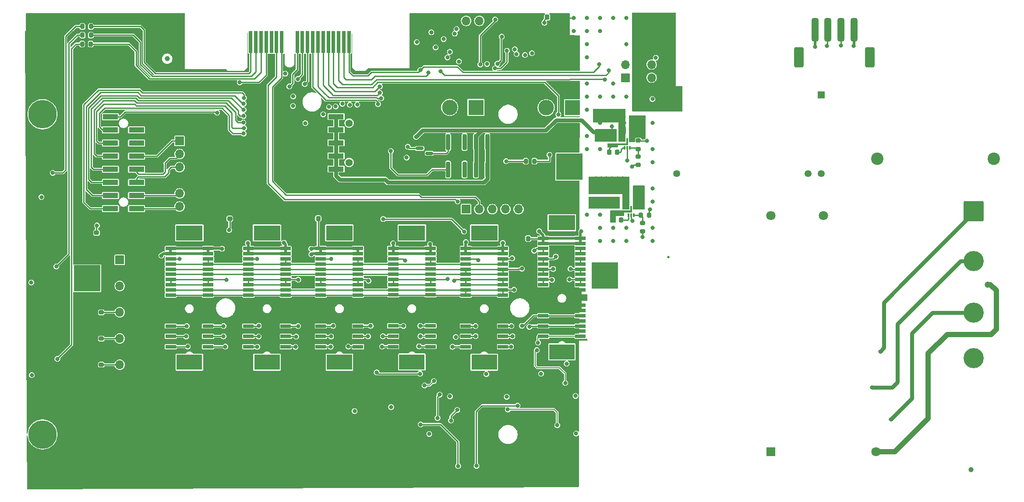
<source format=gbr>
%TF.GenerationSoftware,KiCad,Pcbnew,8.0.5*%
%TF.CreationDate,2024-11-08T09:24:58+00:00*%
%TF.ProjectId,Main_V44,4d61696e-5f56-4343-942e-6b696361645f,rev?*%
%TF.SameCoordinates,Original*%
%TF.FileFunction,Copper,L1,Top*%
%TF.FilePolarity,Positive*%
%FSLAX46Y46*%
G04 Gerber Fmt 4.6, Leading zero omitted, Abs format (unit mm)*
G04 Created by KiCad (PCBNEW 8.0.5) date 2024-11-08 09:24:58*
%MOMM*%
%LPD*%
G01*
G04 APERTURE LIST*
G04 Aperture macros list*
%AMRoundRect*
0 Rectangle with rounded corners*
0 $1 Rounding radius*
0 $2 $3 $4 $5 $6 $7 $8 $9 X,Y pos of 4 corners*
0 Add a 4 corners polygon primitive as box body*
4,1,4,$2,$3,$4,$5,$6,$7,$8,$9,$2,$3,0*
0 Add four circle primitives for the rounded corners*
1,1,$1+$1,$2,$3*
1,1,$1+$1,$4,$5*
1,1,$1+$1,$6,$7*
1,1,$1+$1,$8,$9*
0 Add four rect primitives between the rounded corners*
20,1,$1+$1,$2,$3,$4,$5,0*
20,1,$1+$1,$4,$5,$6,$7,0*
20,1,$1+$1,$6,$7,$8,$9,0*
20,1,$1+$1,$8,$9,$2,$3,0*%
G04 Aperture macros list end*
%TA.AperFunction,SMDPad,CuDef*%
%ADD10C,0.500000*%
%TD*%
%TA.AperFunction,SMDPad,CuDef*%
%ADD11R,5.100000X5.100000*%
%TD*%
%TA.AperFunction,SMDPad,CuDef*%
%ADD12RoundRect,0.225000X0.225000X0.250000X-0.225000X0.250000X-0.225000X-0.250000X0.225000X-0.250000X0*%
%TD*%
%TA.AperFunction,SMDPad,CuDef*%
%ADD13RoundRect,0.250000X0.325000X0.650000X-0.325000X0.650000X-0.325000X-0.650000X0.325000X-0.650000X0*%
%TD*%
%TA.AperFunction,ComponentPad*%
%ADD14R,3.000000X3.000000*%
%TD*%
%TA.AperFunction,ComponentPad*%
%ADD15C,3.000000*%
%TD*%
%TA.AperFunction,ConnectorPad*%
%ADD16C,5.500000*%
%TD*%
%TA.AperFunction,ComponentPad*%
%ADD17C,3.600000*%
%TD*%
%TA.AperFunction,SMDPad,CuDef*%
%ADD18R,3.000000X1.000000*%
%TD*%
%TA.AperFunction,SMDPad,CuDef*%
%ADD19R,2.000000X0.700000*%
%TD*%
%TA.AperFunction,SMDPad,CuDef*%
%ADD20R,5.200000X3.000000*%
%TD*%
%TA.AperFunction,SMDPad,CuDef*%
%ADD21R,5.000000X3.000000*%
%TD*%
%TA.AperFunction,SMDPad,CuDef*%
%ADD22RoundRect,0.250000X0.650000X-0.325000X0.650000X0.325000X-0.650000X0.325000X-0.650000X-0.325000X0*%
%TD*%
%TA.AperFunction,ComponentPad*%
%ADD23RoundRect,0.250002X-1.699998X-1.699998X1.699998X-1.699998X1.699998X1.699998X-1.699998X1.699998X0*%
%TD*%
%TA.AperFunction,ComponentPad*%
%ADD24C,3.900000*%
%TD*%
%TA.AperFunction,SMDPad,CuDef*%
%ADD25RoundRect,0.200000X0.275000X-0.200000X0.275000X0.200000X-0.275000X0.200000X-0.275000X-0.200000X0*%
%TD*%
%TA.AperFunction,ComponentPad*%
%ADD26R,1.700000X1.700000*%
%TD*%
%TA.AperFunction,ComponentPad*%
%ADD27O,1.700000X1.700000*%
%TD*%
%TA.AperFunction,SMDPad,CuDef*%
%ADD28RoundRect,0.200000X-0.200000X-0.275000X0.200000X-0.275000X0.200000X0.275000X-0.200000X0.275000X0*%
%TD*%
%TA.AperFunction,WasherPad*%
%ADD29C,1.400000*%
%TD*%
%TA.AperFunction,SMDPad,CuDef*%
%ADD30RoundRect,0.325000X-0.325000X-1.925000X0.325000X-1.925000X0.325000X1.925000X-0.325000X1.925000X0*%
%TD*%
%TA.AperFunction,SMDPad,CuDef*%
%ADD31RoundRect,0.300001X-0.599999X-1.649999X0.599999X-1.649999X0.599999X1.649999X-0.599999X1.649999X0*%
%TD*%
%TA.AperFunction,SMDPad,CuDef*%
%ADD32R,1.803400X0.711200*%
%TD*%
%TA.AperFunction,SMDPad,CuDef*%
%ADD33RoundRect,0.225000X0.250000X-0.225000X0.250000X0.225000X-0.250000X0.225000X-0.250000X-0.225000X0*%
%TD*%
%TA.AperFunction,SMDPad,CuDef*%
%ADD34RoundRect,0.200000X0.200000X-1.350000X0.200000X1.350000X-0.200000X1.350000X-0.200000X-1.350000X0*%
%TD*%
%TA.AperFunction,ComponentPad*%
%ADD35C,2.400000*%
%TD*%
%TA.AperFunction,SMDPad,CuDef*%
%ADD36C,1.000000*%
%TD*%
%TA.AperFunction,SMDPad,CuDef*%
%ADD37R,0.340000X0.700000*%
%TD*%
%TA.AperFunction,ConnectorPad*%
%ADD38R,0.700000X4.300000*%
%TD*%
%TA.AperFunction,SMDPad,CuDef*%
%ADD39RoundRect,0.225000X-0.250000X0.225000X-0.250000X-0.225000X0.250000X-0.225000X0.250000X0.225000X0*%
%TD*%
%TA.AperFunction,SMDPad,CuDef*%
%ADD40RoundRect,0.200000X-0.275000X0.200000X-0.275000X-0.200000X0.275000X-0.200000X0.275000X0.200000X0*%
%TD*%
%TA.AperFunction,SMDPad,CuDef*%
%ADD41RoundRect,0.225000X-0.225000X-0.250000X0.225000X-0.250000X0.225000X0.250000X-0.225000X0.250000X0*%
%TD*%
%TA.AperFunction,ComponentPad*%
%ADD42R,1.350000X1.350000*%
%TD*%
%TA.AperFunction,ComponentPad*%
%ADD43C,1.350000*%
%TD*%
%TA.AperFunction,ComponentPad*%
%ADD44R,1.800000X1.800000*%
%TD*%
%TA.AperFunction,ComponentPad*%
%ADD45C,1.800000*%
%TD*%
%TA.AperFunction,SMDPad,CuDef*%
%ADD46RoundRect,0.150000X-0.587500X-0.150000X0.587500X-0.150000X0.587500X0.150000X-0.587500X0.150000X0*%
%TD*%
%TA.AperFunction,SMDPad,CuDef*%
%ADD47RoundRect,0.200000X0.200000X0.275000X-0.200000X0.275000X-0.200000X-0.275000X0.200000X-0.275000X0*%
%TD*%
%TA.AperFunction,ViaPad*%
%ADD48C,0.800000*%
%TD*%
%TA.AperFunction,ViaPad*%
%ADD49C,1.200000*%
%TD*%
%TA.AperFunction,Conductor*%
%ADD50C,0.250000*%
%TD*%
%TA.AperFunction,Conductor*%
%ADD51C,0.200000*%
%TD*%
%TA.AperFunction,Conductor*%
%ADD52C,0.500000*%
%TD*%
%TA.AperFunction,Conductor*%
%ADD53C,1.000000*%
%TD*%
%TA.AperFunction,Conductor*%
%ADD54C,0.750000*%
%TD*%
G04 APERTURE END LIST*
D10*
%TO.P,TP1,1,1*%
%TO.N,unconnected-(TP1-Pad1)*%
X124950000Y-31650000D03*
%TD*%
D11*
%TO.P,J30,1,Pin_1*%
%TO.N,unconnected-(J30-Pin_1-Pad1)*%
X112699800Y-35255200D03*
%TD*%
D12*
%TO.P,C56,1*%
%TO.N,+3V3*%
X57300000Y-24200000D03*
%TO.P,C56,2*%
%TO.N,GND*%
X55750000Y-24200000D03*
%TD*%
D13*
%TO.P,C2,1*%
%TO.N,/+5V*%
X119788200Y-20193000D03*
%TO.P,C2,2*%
%TO.N,GND*%
X116838200Y-20193000D03*
%TD*%
D14*
%TO.P,J27,1,Pin_1*%
%TO.N,Net-(J27-Pin_1)*%
X87800000Y-2667000D03*
D15*
%TO.P,J27,2,Pin_2*%
%TO.N,Net-(J27-Pin_2)*%
X82720000Y-2667000D03*
%TD*%
D16*
%TO.P,H1,1*%
%TO.N,N/C*%
X4000000Y-4000000D03*
D17*
X4000000Y-4000000D03*
%TD*%
D12*
%TO.P,C58,1*%
%TO.N,+3V3*%
X97879200Y-28067000D03*
%TO.P,C58,2*%
%TO.N,GND*%
X96329200Y-28067000D03*
%TD*%
D18*
%TO.P,J2,1,Pin_1*%
%TO.N,/uDTR*%
X17155000Y-22275000D03*
%TO.P,J2,2,Pin_2*%
%TO.N,/uDCD*%
X17155000Y-19735000D03*
%TO.P,J2,3,Pin_3*%
%TO.N,/uStatus*%
X17155000Y-17195000D03*
%TO.P,J2,4,Pin_4*%
%TO.N,/uPWRKEY*%
X17155000Y-14655000D03*
%TO.P,J2,5,Pin_5*%
%TO.N,/TxD*%
X17155000Y-12115000D03*
%TO.P,J2,6,Pin_6*%
%TO.N,/RxD*%
X17155000Y-9575000D03*
%TO.P,J2,7,Pin_7*%
%TO.N,/Alim*%
X17155000Y-7035000D03*
%TO.P,J2,8,Pin_8*%
%TO.N,/+3V3_UC*%
X17155000Y-4495000D03*
%TO.P,J2,9,Pin_9*%
%TO.N,Net-(J2-Pin_9)*%
X22195000Y-22275000D03*
%TO.P,J2,10,Pin_10*%
%TO.N,Net-(J2-Pin_10)*%
X22195000Y-19735000D03*
%TO.P,J2,11,Pin_11*%
%TO.N,Net-(J2-Pin_11)*%
X22195000Y-17195000D03*
%TO.P,J2,12,Pin_12*%
%TO.N,Net-(J2-Pin_12)*%
X22195000Y-14655000D03*
%TO.P,J2,13,Pin_13*%
%TO.N,Net-(J2-Pin_13)*%
X22195000Y-12115000D03*
%TO.P,J2,14,Pin_14*%
%TO.N,unconnected-(J2-Pin_14-Pad14)*%
X22195000Y-9575000D03*
%TO.P,J2,15,Pin_15*%
%TO.N,unconnected-(J2-Pin_15-Pad15)*%
X22195000Y-7035000D03*
%TO.P,J2,16,Pin_16*%
%TO.N,GND*%
X22195000Y-4495000D03*
%TD*%
D19*
%TO.P,U17,P$A1,A1*%
%TO.N,+3V3*%
X65000000Y-30000000D03*
%TO.P,U17,P$A2,A2*%
X65000000Y-31000000D03*
%TO.P,U17,P$A3,A3*%
%TO.N,/SYN*%
X65000000Y-32000000D03*
%TO.P,U17,P$A4,A4*%
X65000000Y-33000000D03*
%TO.P,U17,P$A5,A5*%
%TO.N,/SCL*%
X65000000Y-34000000D03*
%TO.P,U17,P$A6,A6*%
X65000000Y-35000000D03*
%TO.P,U17,P$A7,A7*%
%TO.N,/SDAT4*%
X65000000Y-36000000D03*
%TO.P,U17,P$A8,A8*%
X65000000Y-37000000D03*
%TO.P,U17,P$A9,A9*%
%TO.N,/SCS*%
X65000000Y-38000000D03*
%TO.P,U17,P$A10,A10*%
X65000000Y-39000000D03*
%TO.P,U17,P$A11,A11*%
%TO.N,GND*%
X65000000Y-40000000D03*
%TO.P,U17,P$A12,A12*%
X65000000Y-43000000D03*
%TO.P,U17,P$A13,A13*%
X65000000Y-44000000D03*
%TO.P,U17,P$A14,A14*%
%TO.N,/UR+*%
X65000000Y-45000000D03*
%TO.P,U17,P$A15,A15*%
%TO.N,GND*%
X65000000Y-46000000D03*
%TO.P,U17,P$A16,A16*%
%TO.N,/US+*%
X65000000Y-47000000D03*
%TO.P,U17,P$A17,A17*%
%TO.N,GND*%
X65000000Y-48000000D03*
%TO.P,U17,P$A18,A18*%
%TO.N,/UT+*%
X65000000Y-49000000D03*
%TO.P,U17,P$B1,B1*%
%TO.N,+3V3*%
X57800000Y-30000000D03*
%TO.P,U17,P$B2,B2*%
X57800000Y-31000000D03*
%TO.P,U17,P$B3,B3*%
%TO.N,/ADE_Reset*%
X57800000Y-32000000D03*
%TO.P,U17,P$B4,B4*%
%TO.N,/SYN*%
X57800000Y-33000000D03*
%TO.P,U17,P$B5,B5*%
%TO.N,/SCL*%
X57800000Y-34000000D03*
%TO.P,U17,P$B6,B6*%
X57800000Y-35000000D03*
%TO.P,U17,P$B7,B7*%
%TO.N,/SDAT4*%
X57800000Y-36000000D03*
%TO.P,U17,P$B8,B8*%
X57800000Y-37000000D03*
%TO.P,U17,P$B9,B9*%
%TO.N,/SCS*%
X57800000Y-38000000D03*
%TO.P,U17,P$B10,B10*%
X57800000Y-39000000D03*
%TO.P,U17,P$B11,B11*%
%TO.N,GND*%
X57800000Y-40000000D03*
%TO.P,U17,P$B12,B12*%
X57800000Y-43000000D03*
%TO.P,U17,P$B13,B13*%
X57800000Y-44000000D03*
%TO.P,U17,P$B14,B14*%
%TO.N,/UR+*%
X57800000Y-45000000D03*
%TO.P,U17,P$B15,B15*%
%TO.N,GND*%
X57800000Y-46000000D03*
%TO.P,U17,P$B16,B16*%
%TO.N,/US+*%
X57800000Y-47000000D03*
%TO.P,U17,P$B17,B17*%
%TO.N,GND*%
X57800000Y-48000000D03*
%TO.P,U17,P$B18,B18*%
%TO.N,/UT+*%
X57800000Y-49000000D03*
D20*
%TO.P,U17,P$NC1*%
%TO.N,N/C*%
X61400000Y-27000000D03*
D21*
%TO.P,U17,P$NC2*%
X61400000Y-52000000D03*
%TD*%
D22*
%TO.P,C13,1*%
%TO.N,/+3V67*%
X114071400Y-7444000D03*
%TO.P,C13,2*%
%TO.N,GND*%
X114071400Y-4494000D03*
%TD*%
D23*
%TO.P,J23,1,Pin_1*%
%TO.N,/UR*%
X184000000Y-22800000D03*
%TD*%
D24*
%TO.P,J26,1,Pin_1*%
%TO.N,GNDS*%
X184000000Y-51260000D03*
%TD*%
D25*
%TO.P,R49,1*%
%TO.N,/UR+*%
X15367000Y-42354000D03*
%TO.P,R49,2*%
%TO.N,GND*%
X15367000Y-40704000D03*
%TD*%
D11*
%TO.P,J29,1,Pin_1*%
%TO.N,unconnected-(J29-Pin_1-Pad1)*%
X105867200Y-14147800D03*
%TD*%
D26*
%TO.P,J5,1,Pin_1*%
%TO.N,GND*%
X116680000Y3085000D03*
D27*
%TO.P,J5,2,Pin_2*%
X116680000Y5625000D03*
%TO.P,J5,3,Pin_3*%
X119220000Y3085000D03*
%TO.P,J5,4,Pin_4*%
X119220000Y5625000D03*
%TO.P,J5,5,Pin_5*%
%TO.N,/+5V*%
X121760000Y3085000D03*
%TO.P,J5,6,Pin_6*%
X121760000Y5625000D03*
%TD*%
D28*
%TO.P,R47,1*%
%TO.N,Net-(K1-Pad1)*%
X97445000Y-13080000D03*
%TO.P,R47,2*%
%TO.N,/+5V*%
X99095000Y-13080000D03*
%TD*%
D22*
%TO.P,C9,1*%
%TO.N,+3V3*%
X114681000Y-20575800D03*
%TO.P,C9,2*%
%TO.N,GND*%
X114681000Y-17625800D03*
%TD*%
D29*
%TO.P,J3,*%
%TO.N,*%
X63275000Y-5715000D03*
X63275000Y-13335000D03*
D18*
%TO.P,J3,1,Pin_1*%
%TO.N,GND*%
X65795000Y-4445000D03*
%TO.P,J3,2,Pin_2*%
X65795000Y-6985000D03*
%TO.P,J3,3,Pin_3*%
X65795000Y-9525000D03*
%TO.P,J3,4,Pin_4*%
X65795000Y-12065000D03*
%TO.P,J3,5,Pin_5*%
X65795000Y-14605000D03*
%TO.P,J3,6,Pin_6*%
%TO.N,/VGSM*%
X60755000Y-4445000D03*
%TO.P,J3,7,Pin_7*%
X60755000Y-6985000D03*
%TO.P,J3,8,Pin_8*%
X60755000Y-9525000D03*
%TO.P,J3,9,Pin_9*%
X60755000Y-12065000D03*
%TO.P,J3,10,Pin_10*%
X60755000Y-14605000D03*
%TD*%
D30*
%TO.P,J1,1,Pin_1*%
%TO.N,/Vin*%
X153349000Y12400400D03*
%TO.P,J1,2,Pin_2*%
%TO.N,/B-*%
X155849000Y12400400D03*
%TO.P,J1,3,Pin_3*%
%TO.N,/A+*%
X158349000Y12400400D03*
%TO.P,J1,4,Pin_4*%
%TO.N,Earth*%
X160849000Y12400400D03*
D31*
%TO.P,J1,MP*%
%TO.N,N/C*%
X150249000Y7050400D03*
X163949000Y7050400D03*
%TD*%
D32*
%TO.P,L2,1,1*%
%TO.N,/+3V67*%
X114122200Y-8928100D03*
%TO.P,L2,2,2*%
%TO.N,/SW2*%
X114122200Y-10020300D03*
%TD*%
D33*
%TO.P,C55,1*%
%TO.N,+3V3*%
X40200000Y-24200000D03*
%TO.P,C55,2*%
%TO.N,GND*%
X40200000Y-22650000D03*
%TD*%
D19*
%TO.P,U15,P$A1,A1*%
%TO.N,+3V3*%
X93000000Y-30000000D03*
%TO.P,U15,P$A2,A2*%
X93000000Y-31000000D03*
%TO.P,U15,P$A3,A3*%
%TO.N,/SYN*%
X93000000Y-32000000D03*
%TO.P,U15,P$A4,A4*%
X93000000Y-33000000D03*
%TO.P,U15,P$A5,A5*%
%TO.N,/SCL*%
X93000000Y-34000000D03*
%TO.P,U15,P$A6,A6*%
X93000000Y-35000000D03*
%TO.P,U15,P$A7,A7*%
%TO.N,/SDAT6*%
X93000000Y-36000000D03*
%TO.P,U15,P$A8,A8*%
X93000000Y-37000000D03*
%TO.P,U15,P$A9,A9*%
%TO.N,/SCS*%
X93000000Y-38000000D03*
%TO.P,U15,P$A10,A10*%
X93000000Y-39000000D03*
%TO.P,U15,P$A11,A11*%
%TO.N,GND*%
X93000000Y-40000000D03*
%TO.P,U15,P$A12,A12*%
X93000000Y-43000000D03*
%TO.P,U15,P$A13,A13*%
X93000000Y-44000000D03*
%TO.P,U15,P$A14,A14*%
%TO.N,/UR+*%
X93000000Y-45000000D03*
%TO.P,U15,P$A15,A15*%
%TO.N,GND*%
X93000000Y-46000000D03*
%TO.P,U15,P$A16,A16*%
%TO.N,/US+*%
X93000000Y-47000000D03*
%TO.P,U15,P$A17,A17*%
%TO.N,GND*%
X93000000Y-48000000D03*
%TO.P,U15,P$A18,A18*%
%TO.N,/UT+*%
X93000000Y-49000000D03*
%TO.P,U15,P$B1,B1*%
%TO.N,+3V3*%
X85800000Y-30000000D03*
%TO.P,U15,P$B2,B2*%
X85800000Y-31000000D03*
%TO.P,U15,P$B3,B3*%
%TO.N,/ADE_Reset*%
X85800000Y-32000000D03*
%TO.P,U15,P$B4,B4*%
%TO.N,/SYN*%
X85800000Y-33000000D03*
%TO.P,U15,P$B5,B5*%
%TO.N,/SCL*%
X85800000Y-34000000D03*
%TO.P,U15,P$B6,B6*%
X85800000Y-35000000D03*
%TO.P,U15,P$B7,B7*%
%TO.N,/SDAT6*%
X85800000Y-36000000D03*
%TO.P,U15,P$B8,B8*%
X85800000Y-37000000D03*
%TO.P,U15,P$B9,B9*%
%TO.N,/SCS*%
X85800000Y-38000000D03*
%TO.P,U15,P$B10,B10*%
X85800000Y-39000000D03*
%TO.P,U15,P$B11,B11*%
%TO.N,GND*%
X85800000Y-40000000D03*
%TO.P,U15,P$B12,B12*%
X85800000Y-43000000D03*
%TO.P,U15,P$B13,B13*%
X85800000Y-44000000D03*
%TO.P,U15,P$B14,B14*%
%TO.N,/UR+*%
X85800000Y-45000000D03*
%TO.P,U15,P$B15,B15*%
%TO.N,GND*%
X85800000Y-46000000D03*
%TO.P,U15,P$B16,B16*%
%TO.N,/US+*%
X85800000Y-47000000D03*
%TO.P,U15,P$B17,B17*%
%TO.N,GND*%
X85800000Y-48000000D03*
%TO.P,U15,P$B18,B18*%
%TO.N,/UT+*%
X85800000Y-49000000D03*
D20*
%TO.P,U15,P$NC1*%
%TO.N,N/C*%
X89400000Y-27000000D03*
D21*
%TO.P,U15,P$NC2*%
X89400000Y-52000000D03*
%TD*%
D14*
%TO.P,J28,1,Pin_1*%
%TO.N,Net-(J28-Pin_1)*%
X106451400Y-2717800D03*
D15*
%TO.P,J28,2,Pin_2*%
%TO.N,Net-(J28-Pin_2)*%
X101371400Y-2717800D03*
%TD*%
D22*
%TO.P,C8,1*%
%TO.N,+3V3*%
X112318800Y-20601200D03*
%TO.P,C8,2*%
%TO.N,GND*%
X112318800Y-17651200D03*
%TD*%
D12*
%TO.P,C51,1*%
%TO.N,GND*%
X103111600Y14782800D03*
%TO.P,C51,2*%
%TO.N,+3V3*%
X101561600Y14782800D03*
%TD*%
D34*
%TO.P,K1,1*%
%TO.N,Net-(K1-Pad1)*%
X82407600Y-14689600D03*
%TO.P,K1,2*%
%TO.N,unconnected-(K1-Pad2)*%
X85607600Y-14689600D03*
%TO.P,K1,3*%
%TO.N,/+3V67*%
X87807600Y-14689600D03*
%TO.P,K1,4*%
%TO.N,/VGSM*%
X90007600Y-14689600D03*
%TO.P,K1,5*%
X90007600Y-9389600D03*
%TO.P,K1,6*%
%TO.N,/+3V67*%
X87807600Y-9389600D03*
%TO.P,K1,7*%
%TO.N,unconnected-(K1-Pad7)*%
X85607600Y-9389600D03*
%TO.P,K1,8*%
%TO.N,Net-(Q1-C)*%
X82407600Y-9389600D03*
%TD*%
D32*
%TO.P,L1,1,1*%
%TO.N,+3V3*%
X114706400Y-21882100D03*
%TO.P,L1,2,2*%
%TO.N,/SW1*%
X114706400Y-22974300D03*
%TD*%
D11*
%TO.P,J31,1,Pin_1*%
%TO.N,unconnected-(J31-Pin_1-Pad1)*%
X12649200Y-35763200D03*
%TD*%
D25*
%TO.P,R50,1*%
%TO.N,/UT+*%
X15367000Y-52488600D03*
%TO.P,R50,2*%
%TO.N,GND*%
X15367000Y-50838600D03*
%TD*%
D35*
%TO.P,C52,1*%
%TO.N,/UCC*%
X187881600Y-12598400D03*
%TO.P,C52,2*%
%TO.N,GNDS*%
X165381600Y-12598400D03*
%TD*%
D36*
%TO.P,FID3,*%
%TO.N,*%
X183464200Y-72771000D03*
%TD*%
%TO.P,FID4,*%
%TO.N,*%
X28117800Y6756400D03*
%TD*%
D25*
%TO.P,R24,1*%
%TO.N,/FB2*%
X119176800Y-10731000D03*
%TO.P,R24,2*%
%TO.N,/+3V67*%
X119176800Y-9081000D03*
%TD*%
D37*
%TO.P,U1,1,VIN*%
%TO.N,/+5V*%
X118279800Y-22059200D03*
%TO.P,U1,2,SW*%
%TO.N,/SW1*%
X117779800Y-22059200D03*
%TO.P,U1,3,GND*%
%TO.N,GND*%
X117279800Y-22059200D03*
%TO.P,U1,4,BST*%
%TO.N,/BST1*%
X117279800Y-23559200D03*
%TO.P,U1,5,EN*%
%TO.N,/Enable*%
X117779800Y-23559200D03*
%TO.P,U1,6,FB*%
%TO.N,/FB1*%
X118279800Y-23559200D03*
%TD*%
D19*
%TO.P,U19,P$A1,A1*%
%TO.N,+3V3*%
X36000000Y-30000000D03*
%TO.P,U19,P$A2,A2*%
X36000000Y-31000000D03*
%TO.P,U19,P$A3,A3*%
%TO.N,/SYN*%
X36000000Y-32000000D03*
%TO.P,U19,P$A4,A4*%
X36000000Y-33000000D03*
%TO.P,U19,P$A5,A5*%
%TO.N,/SCL*%
X36000000Y-34000000D03*
%TO.P,U19,P$A6,A6*%
X36000000Y-35000000D03*
%TO.P,U19,P$A7,A7*%
%TO.N,/SDAT2*%
X36000000Y-36000000D03*
%TO.P,U19,P$A8,A8*%
X36000000Y-37000000D03*
%TO.P,U19,P$A9,A9*%
%TO.N,/SCS*%
X36000000Y-38000000D03*
%TO.P,U19,P$A10,A10*%
X36000000Y-39000000D03*
%TO.P,U19,P$A11,A11*%
%TO.N,GND*%
X36000000Y-40000000D03*
%TO.P,U19,P$A12,A12*%
X36000000Y-43000000D03*
%TO.P,U19,P$A13,A13*%
X36000000Y-44000000D03*
%TO.P,U19,P$A14,A14*%
%TO.N,/UR+*%
X36000000Y-45000000D03*
%TO.P,U19,P$A15,A15*%
%TO.N,GND*%
X36000000Y-46000000D03*
%TO.P,U19,P$A16,A16*%
%TO.N,/US+*%
X36000000Y-47000000D03*
%TO.P,U19,P$A17,A17*%
%TO.N,GND*%
X36000000Y-48000000D03*
%TO.P,U19,P$A18,A18*%
%TO.N,/UT+*%
X36000000Y-49000000D03*
%TO.P,U19,P$B1,B1*%
%TO.N,+3V3*%
X28800000Y-30000000D03*
%TO.P,U19,P$B2,B2*%
X28800000Y-31000000D03*
%TO.P,U19,P$B3,B3*%
%TO.N,/ADE_Reset*%
X28800000Y-32000000D03*
%TO.P,U19,P$B4,B4*%
%TO.N,/SYN*%
X28800000Y-33000000D03*
%TO.P,U19,P$B5,B5*%
%TO.N,/SCL*%
X28800000Y-34000000D03*
%TO.P,U19,P$B6,B6*%
X28800000Y-35000000D03*
%TO.P,U19,P$B7,B7*%
%TO.N,/SDAT2*%
X28800000Y-36000000D03*
%TO.P,U19,P$B8,B8*%
X28800000Y-37000000D03*
%TO.P,U19,P$B9,B9*%
%TO.N,/SCS*%
X28800000Y-38000000D03*
%TO.P,U19,P$B10,B10*%
X28800000Y-39000000D03*
%TO.P,U19,P$B11,B11*%
%TO.N,GND*%
X28800000Y-40000000D03*
%TO.P,U19,P$B12,B12*%
X28800000Y-43000000D03*
%TO.P,U19,P$B13,B13*%
X28800000Y-44000000D03*
%TO.P,U19,P$B14,B14*%
%TO.N,/UR+*%
X28800000Y-45000000D03*
%TO.P,U19,P$B15,B15*%
%TO.N,GND*%
X28800000Y-46000000D03*
%TO.P,U19,P$B16,B16*%
%TO.N,/US+*%
X28800000Y-47000000D03*
%TO.P,U19,P$B17,B17*%
%TO.N,GND*%
X28800000Y-48000000D03*
%TO.P,U19,P$B18,B18*%
%TO.N,/UT+*%
X28800000Y-49000000D03*
D20*
%TO.P,U19,P$NC1*%
%TO.N,N/C*%
X32400000Y-27000000D03*
D21*
%TO.P,U19,P$NC2*%
X32400000Y-52000000D03*
%TD*%
D38*
%TO.P,J7,B1*%
%TO.N,/RS485_TxD*%
X63250000Y10000000D03*
%TO.P,J7,B2*%
%TO.N,/RS485_RxD*%
X62250000Y10000000D03*
%TO.P,J7,B3*%
%TO.N,/RS485_DE*%
X61250000Y10000000D03*
%TO.P,J7,B4*%
%TO.N,/Enable*%
X60250000Y10000000D03*
%TO.P,J7,B5*%
%TO.N,/IRQ1*%
X59250000Y10000000D03*
%TO.P,J7,B6*%
%TO.N,/SCLK*%
X58250000Y10000000D03*
%TO.P,J7,B7*%
%TO.N,/MISO*%
X57250000Y10000000D03*
%TO.P,J7,B8*%
%TO.N,/MOSI*%
X56250000Y10000000D03*
%TO.P,J7,B9*%
%TO.N,/SS*%
X55250000Y10000000D03*
%TO.P,J7,B10*%
%TO.N,/ADE_Reset*%
X54250000Y10000000D03*
%TO.P,J7,B11*%
%TO.N,/InfoV*%
X53250000Y10000000D03*
%TO.P,J7,B12*%
%TO.N,/BT_TxD*%
X50250000Y10000000D03*
%TO.P,J7,B13*%
%TO.N,/BT_RxD*%
X49250000Y10000000D03*
%TO.P,J7,B14*%
%TO.N,/BT_CTS*%
X48250000Y10000000D03*
%TO.P,J7,B15*%
%TO.N,/BT_RTS*%
X47250000Y10000000D03*
%TO.P,J7,B16*%
%TO.N,/LED1*%
X46250000Y10000000D03*
%TO.P,J7,B17*%
%TO.N,/LED2*%
X45250000Y10000000D03*
%TO.P,J7,B18*%
%TO.N,/LED3*%
X44250000Y10000000D03*
%TD*%
D19*
%TO.P,U16,P$A1,A1*%
%TO.N,+3V3*%
X79010000Y-29980000D03*
%TO.P,U16,P$A2,A2*%
X79010000Y-30980000D03*
%TO.P,U16,P$A3,A3*%
%TO.N,/SYN*%
X79010000Y-31980000D03*
%TO.P,U16,P$A4,A4*%
X79010000Y-32980000D03*
%TO.P,U16,P$A5,A5*%
%TO.N,/SCL*%
X79010000Y-33980000D03*
%TO.P,U16,P$A6,A6*%
X79010000Y-34980000D03*
%TO.P,U16,P$A7,A7*%
%TO.N,/SDAT5*%
X79010000Y-35980000D03*
%TO.P,U16,P$A8,A8*%
X79010000Y-36980000D03*
%TO.P,U16,P$A9,A9*%
%TO.N,/SCS*%
X79010000Y-37980000D03*
%TO.P,U16,P$A10,A10*%
X79010000Y-38980000D03*
%TO.P,U16,P$A11,A11*%
%TO.N,GND*%
X79010000Y-39980000D03*
%TO.P,U16,P$A12,A12*%
X79010000Y-42980000D03*
%TO.P,U16,P$A13,A13*%
X79010000Y-43980000D03*
%TO.P,U16,P$A14,A14*%
%TO.N,/UR+*%
X79010000Y-44980000D03*
%TO.P,U16,P$A15,A15*%
%TO.N,GND*%
X79010000Y-45980000D03*
%TO.P,U16,P$A16,A16*%
%TO.N,/US+*%
X79010000Y-46980000D03*
%TO.P,U16,P$A17,A17*%
%TO.N,GND*%
X79010000Y-47980000D03*
%TO.P,U16,P$A18,A18*%
%TO.N,/UT+*%
X79010000Y-48980000D03*
%TO.P,U16,P$B1,B1*%
%TO.N,+3V3*%
X71810000Y-29980000D03*
%TO.P,U16,P$B2,B2*%
X71810000Y-30980000D03*
%TO.P,U16,P$B3,B3*%
%TO.N,/ADE_Reset*%
X71810000Y-31980000D03*
%TO.P,U16,P$B4,B4*%
%TO.N,/SYN*%
X71810000Y-32980000D03*
%TO.P,U16,P$B5,B5*%
%TO.N,/SCL*%
X71810000Y-33980000D03*
%TO.P,U16,P$B6,B6*%
X71810000Y-34980000D03*
%TO.P,U16,P$B7,B7*%
%TO.N,/SDAT5*%
X71810000Y-35980000D03*
%TO.P,U16,P$B8,B8*%
X71810000Y-36980000D03*
%TO.P,U16,P$B9,B9*%
%TO.N,/SCS*%
X71810000Y-37980000D03*
%TO.P,U16,P$B10,B10*%
X71810000Y-38980000D03*
%TO.P,U16,P$B11,B11*%
%TO.N,GND*%
X71810000Y-39980000D03*
%TO.P,U16,P$B12,B12*%
X71810000Y-42980000D03*
%TO.P,U16,P$B13,B13*%
X71810000Y-43980000D03*
%TO.P,U16,P$B14,B14*%
%TO.N,/UR+*%
X71810000Y-44980000D03*
%TO.P,U16,P$B15,B15*%
%TO.N,GND*%
X71810000Y-45980000D03*
%TO.P,U16,P$B16,B16*%
%TO.N,/US+*%
X71810000Y-46980000D03*
%TO.P,U16,P$B17,B17*%
%TO.N,GND*%
X71810000Y-47980000D03*
%TO.P,U16,P$B18,B18*%
%TO.N,/UT+*%
X71810000Y-48980000D03*
D20*
%TO.P,U16,P$NC1*%
%TO.N,N/C*%
X75410000Y-26980000D03*
D21*
%TO.P,U16,P$NC2*%
X75410000Y-51980000D03*
%TD*%
D39*
%TO.P,C57,1*%
%TO.N,+3V3*%
X14450000Y-26950000D03*
%TO.P,C57,2*%
%TO.N,GND*%
X14450000Y-28500000D03*
%TD*%
D28*
%TO.P,R71,1*%
%TO.N,Net-(LED1-Pad4)*%
X11722600Y13004800D03*
%TO.P,R71,2*%
%TO.N,/LED3*%
X13372600Y13004800D03*
%TD*%
D22*
%TO.P,C14,1*%
%TO.N,/+3V67*%
X111582200Y-7444000D03*
%TO.P,C14,2*%
%TO.N,GND*%
X111582200Y-4494000D03*
%TD*%
D28*
%TO.P,R72,1*%
%TO.N,Net-(LED2-Pad4)*%
X11722600Y11328400D03*
%TO.P,R72,2*%
%TO.N,/LED2*%
X13372600Y11328400D03*
%TD*%
D40*
%TO.P,R23,1*%
%TO.N,/FB1*%
X119989600Y-25057600D03*
%TO.P,R23,2*%
%TO.N,+3V3*%
X119989600Y-26707600D03*
%TD*%
D19*
%TO.P,U18,P$A1,A1*%
%TO.N,+3V3*%
X51000000Y-30000000D03*
%TO.P,U18,P$A2,A2*%
X51000000Y-31000000D03*
%TO.P,U18,P$A3,A3*%
%TO.N,/SYN*%
X51000000Y-32000000D03*
%TO.P,U18,P$A4,A4*%
X51000000Y-33000000D03*
%TO.P,U18,P$A5,A5*%
%TO.N,/SCL*%
X51000000Y-34000000D03*
%TO.P,U18,P$A6,A6*%
X51000000Y-35000000D03*
%TO.P,U18,P$A7,A7*%
%TO.N,/SDAT3*%
X51000000Y-36000000D03*
%TO.P,U18,P$A8,A8*%
X51000000Y-37000000D03*
%TO.P,U18,P$A9,A9*%
%TO.N,/SCS*%
X51000000Y-38000000D03*
%TO.P,U18,P$A10,A10*%
X51000000Y-39000000D03*
%TO.P,U18,P$A11,A11*%
%TO.N,GND*%
X51000000Y-40000000D03*
%TO.P,U18,P$A12,A12*%
X51000000Y-43000000D03*
%TO.P,U18,P$A13,A13*%
X51000000Y-44000000D03*
%TO.P,U18,P$A14,A14*%
%TO.N,/UR+*%
X51000000Y-45000000D03*
%TO.P,U18,P$A15,A15*%
%TO.N,GND*%
X51000000Y-46000000D03*
%TO.P,U18,P$A16,A16*%
%TO.N,/US+*%
X51000000Y-47000000D03*
%TO.P,U18,P$A17,A17*%
%TO.N,GND*%
X51000000Y-48000000D03*
%TO.P,U18,P$A18,A18*%
%TO.N,/UT+*%
X51000000Y-49000000D03*
%TO.P,U18,P$B1,B1*%
%TO.N,+3V3*%
X43800000Y-30000000D03*
%TO.P,U18,P$B2,B2*%
X43800000Y-31000000D03*
%TO.P,U18,P$B3,B3*%
%TO.N,/ADE_Reset*%
X43800000Y-32000000D03*
%TO.P,U18,P$B4,B4*%
%TO.N,/SYN*%
X43800000Y-33000000D03*
%TO.P,U18,P$B5,B5*%
%TO.N,/SCL*%
X43800000Y-34000000D03*
%TO.P,U18,P$B6,B6*%
X43800000Y-35000000D03*
%TO.P,U18,P$B7,B7*%
%TO.N,/SDAT3*%
X43800000Y-36000000D03*
%TO.P,U18,P$B8,B8*%
X43800000Y-37000000D03*
%TO.P,U18,P$B9,B9*%
%TO.N,/SCS*%
X43800000Y-38000000D03*
%TO.P,U18,P$B10,B10*%
X43800000Y-39000000D03*
%TO.P,U18,P$B11,B11*%
%TO.N,GND*%
X43800000Y-40000000D03*
%TO.P,U18,P$B12,B12*%
X43800000Y-43000000D03*
%TO.P,U18,P$B13,B13*%
X43800000Y-44000000D03*
%TO.P,U18,P$B14,B14*%
%TO.N,/UR+*%
X43800000Y-45000000D03*
%TO.P,U18,P$B15,B15*%
%TO.N,GND*%
X43800000Y-46000000D03*
%TO.P,U18,P$B16,B16*%
%TO.N,/US+*%
X43800000Y-47000000D03*
%TO.P,U18,P$B17,B17*%
%TO.N,GND*%
X43800000Y-48000000D03*
%TO.P,U18,P$B18,B18*%
%TO.N,/UT+*%
X43800000Y-49000000D03*
D20*
%TO.P,U18,P$NC1*%
%TO.N,N/C*%
X47400000Y-27000000D03*
D21*
%TO.P,U18,P$NC2*%
X47400000Y-52000000D03*
%TD*%
D37*
%TO.P,U8,1,VIN*%
%TO.N,/+5V*%
X117543200Y-9003600D03*
%TO.P,U8,2,SW*%
%TO.N,/SW2*%
X117043200Y-9003600D03*
%TO.P,U8,3,GND*%
%TO.N,GND*%
X116543200Y-9003600D03*
%TO.P,U8,4,BST*%
%TO.N,/BST2*%
X116543200Y-10503600D03*
%TO.P,U8,5,EN*%
%TO.N,/+5V*%
X117043200Y-10503600D03*
%TO.P,U8,6,FB*%
%TO.N,/FB2*%
X117543200Y-10503600D03*
%TD*%
D41*
%TO.P,C3,1*%
%TO.N,/SW1*%
X114312400Y-24485600D03*
%TO.P,C3,2*%
%TO.N,/BST1*%
X115862400Y-24485600D03*
%TD*%
D42*
%TO.P,PS2,1,+VIN(VCC)*%
%TO.N,/U5V_Iso*%
X154510000Y-250000D03*
D43*
%TO.P,PS2,12,-VOUT*%
%TO.N,GND*%
X126570000Y-250000D03*
%TO.P,PS2,13,+VOUT*%
%TO.N,/+5V*%
X126570000Y-15490000D03*
%TO.P,PS2,23,NC1*%
%TO.N,unconnected-(PS2-NC1-Pad23)*%
X151970000Y-15490000D03*
%TO.P,PS2,24,-VIN(GND)*%
%TO.N,GND1*%
X154510000Y-15490000D03*
%TD*%
D26*
%TO.P,J13,1,Pin_1*%
%TO.N,+3V3*%
X85877000Y-22377800D03*
D27*
%TO.P,J13,2,Pin_2*%
%TO.N,/BT_TxD*%
X88417000Y-22377800D03*
%TO.P,J13,3,Pin_3*%
%TO.N,/BT_RxD*%
X90957000Y-22377800D03*
%TO.P,J13,4,Pin_4*%
%TO.N,unconnected-(J13-Pin_4-Pad4)*%
X93497000Y-22377800D03*
%TO.P,J13,5,Pin_5*%
%TO.N,unconnected-(J13-Pin_5-Pad5)*%
X96037000Y-22377800D03*
%TO.P,J13,6,Pin_6*%
%TO.N,GND*%
X98577000Y-22377800D03*
%TD*%
D17*
%TO.P,H6,1*%
%TO.N,N/C*%
X4000000Y-66000000D03*
D16*
X4000000Y-66000000D03*
%TD*%
D44*
%TO.P,PS1,1,VAC_IN(N)(L2)*%
%TO.N,GNDS*%
X144830000Y-69327500D03*
D45*
%TO.P,PS1,2,VAC_IN(L)(L1)*%
%TO.N,/UCC*%
X165150000Y-69327500D03*
%TO.P,PS1,3,-VOUT*%
%TO.N,GND1*%
X154990000Y-23607500D03*
%TO.P,PS1,4,+VOUT*%
%TO.N,/U5V_Iso*%
X144830000Y-23607500D03*
%TD*%
D25*
%TO.P,R25,1*%
%TO.N,GND*%
X119176800Y-13829800D03*
%TO.P,R25,2*%
%TO.N,/FB2*%
X119176800Y-12179800D03*
%TD*%
D41*
%TO.P,C12,1*%
%TO.N,/SW2*%
X113537400Y-11303000D03*
%TO.P,C12,2*%
%TO.N,/BST2*%
X115087400Y-11303000D03*
%TD*%
D24*
%TO.P,J24,1,Pin_1*%
%TO.N,/US*%
X184000000Y-32400000D03*
%TD*%
D46*
%TO.P,Q1,1,B*%
%TO.N,/SDAT7*%
X76913500Y-10607000D03*
%TO.P,Q1,2,E*%
%TO.N,GND*%
X76913500Y-12507000D03*
%TO.P,Q1,3,C*%
%TO.N,Net-(Q1-C)*%
X78788500Y-11557000D03*
%TD*%
D33*
%TO.P,C5,1*%
%TO.N,+3V3*%
X110261400Y-20536200D03*
%TO.P,C5,2*%
%TO.N,GND*%
X110261400Y-18986200D03*
%TD*%
D47*
%TO.P,R26,1*%
%TO.N,GND*%
X121271800Y-23571200D03*
%TO.P,R26,2*%
%TO.N,/FB1*%
X119621800Y-23571200D03*
%TD*%
D28*
%TO.P,R73,1*%
%TO.N,Net-(LED3-Pad4)*%
X11671800Y9601200D03*
%TO.P,R73,2*%
%TO.N,/LED1*%
X13321800Y9601200D03*
%TD*%
D25*
%TO.P,R48,1*%
%TO.N,/US+*%
X15367000Y-47434000D03*
%TO.P,R48,2*%
%TO.N,GND*%
X15367000Y-45784000D03*
%TD*%
D26*
%TO.P,J4,1,Pin_1*%
%TO.N,Net-(J2-Pin_13)*%
X30505400Y-9169400D03*
D27*
%TO.P,J4,2,Pin_2*%
%TO.N,Net-(J2-Pin_12)*%
X30505400Y-11709400D03*
%TO.P,J4,3,Pin_3*%
%TO.N,Net-(J2-Pin_11)*%
X30505400Y-14249400D03*
%TO.P,J4,4,Pin_4*%
%TO.N,GND*%
X30505400Y-16789400D03*
%TO.P,J4,5,Pin_5*%
%TO.N,Net-(J2-Pin_10)*%
X30505400Y-19329400D03*
%TO.P,J4,6,Pin_6*%
%TO.N,Net-(J2-Pin_9)*%
X30505400Y-21869400D03*
%TD*%
D24*
%TO.P,J25,1,Pin_1*%
%TO.N,/UT*%
X184000000Y-42400000D03*
%TD*%
D26*
%TO.P,J15,1,Pin_1*%
%TO.N,+3V3*%
X18925000Y-32180000D03*
D27*
%TO.P,J15,2,Pin_2*%
%TO.N,GND*%
X18925000Y-34720000D03*
%TO.P,J15,3,Pin_3*%
%TO.N,unconnected-(J15-Pin_3-Pad3)*%
X18925000Y-37260000D03*
%TO.P,J15,4,Pin_4*%
%TO.N,GND*%
X18925000Y-39800000D03*
%TO.P,J15,5,Pin_5*%
%TO.N,/UR+*%
X18925000Y-42340000D03*
%TO.P,J15,6,Pin_6*%
%TO.N,GND*%
X18925000Y-44880000D03*
%TO.P,J15,7,Pin_7*%
%TO.N,/US+*%
X18925000Y-47420000D03*
%TO.P,J15,8,Pin_8*%
%TO.N,GND*%
X18925000Y-49960000D03*
%TO.P,J15,9,Pin_9*%
%TO.N,/UT+*%
X18925000Y-52500000D03*
%TD*%
D19*
%TO.P,U14,P$A1,A1*%
%TO.N,+3V3*%
X108000000Y-28000000D03*
%TO.P,U14,P$A2,A2*%
X108000000Y-29000000D03*
%TO.P,U14,P$A3,A3*%
%TO.N,/READY*%
X108000000Y-30000000D03*
%TO.P,U14,P$A4,A4*%
X108000000Y-31000000D03*
%TO.P,U14,P$A5,A5*%
%TO.N,/IRQ2*%
X108000000Y-32000000D03*
%TO.P,U14,P$A6,A6*%
X108000000Y-33000000D03*
%TO.P,U14,P$A7,A7*%
%TO.N,/IRQ1*%
X108000000Y-34000000D03*
%TO.P,U14,P$A8,A8*%
X108000000Y-35000000D03*
%TO.P,U14,P$A9,A9*%
%TO.N,/SCLK*%
X108000000Y-36000000D03*
%TO.P,U14,P$A10,A10*%
X108000000Y-37000000D03*
%TO.P,U14,P$A11,A11*%
%TO.N,GND*%
X108000000Y-38000000D03*
%TO.P,U14,P$A12,A12*%
X108000000Y-41000000D03*
%TO.P,U14,P$A13,A13*%
X108000000Y-42000000D03*
%TO.P,U14,P$A14,A14*%
%TO.N,/UR+*%
X108000000Y-43000000D03*
%TO.P,U14,P$A15,A15*%
%TO.N,GND*%
X108000000Y-44000000D03*
%TO.P,U14,P$A16,A16*%
%TO.N,/US+*%
X108000000Y-45000000D03*
%TO.P,U14,P$A17,A17*%
%TO.N,GND*%
X108000000Y-46000000D03*
%TO.P,U14,P$A18,A18*%
%TO.N,/UT+*%
X108000000Y-47000000D03*
%TO.P,U14,P$B1,B1*%
%TO.N,+3V3*%
X100800000Y-28000000D03*
%TO.P,U14,P$B2,B2*%
X100800000Y-29000000D03*
%TO.P,U14,P$B3,B3*%
%TO.N,/ADE_Reset*%
X100800000Y-30000000D03*
%TO.P,U14,P$B4,B4*%
X100800000Y-31000000D03*
%TO.P,U14,P$B5,B5*%
%TO.N,/MOSI*%
X100800000Y-32000000D03*
%TO.P,U14,P$B6,B6*%
X100800000Y-33000000D03*
%TO.P,U14,P$B7,B7*%
%TO.N,/SS*%
X100800000Y-34000000D03*
%TO.P,U14,P$B8,B8*%
X100800000Y-35000000D03*
%TO.P,U14,P$B9,B9*%
%TO.N,/MISO*%
X100800000Y-36000000D03*
%TO.P,U14,P$B10,B10*%
X100800000Y-37000000D03*
%TO.P,U14,P$B11,B11*%
%TO.N,GND*%
X100800000Y-38000000D03*
%TO.P,U14,P$B12,B12*%
X100800000Y-41000000D03*
%TO.P,U14,P$B13,B13*%
X100800000Y-42000000D03*
%TO.P,U14,P$B14,B14*%
%TO.N,/UR+*%
X100800000Y-43000000D03*
%TO.P,U14,P$B15,B15*%
%TO.N,GND*%
X100800000Y-44000000D03*
%TO.P,U14,P$B16,B16*%
%TO.N,/US+*%
X100800000Y-45000000D03*
%TO.P,U14,P$B17,B17*%
%TO.N,GND*%
X100800000Y-46000000D03*
%TO.P,U14,P$B18,B18*%
%TO.N,/UT+*%
X100800000Y-47000000D03*
D20*
%TO.P,U14,P$NC1*%
%TO.N,N/C*%
X104400000Y-25000000D03*
D21*
%TO.P,U14,P$NC2*%
X104400000Y-50000000D03*
%TD*%
D13*
%TO.P,C11,1*%
%TO.N,/+5V*%
X119127800Y-7112000D03*
%TO.P,C11,2*%
%TO.N,GND*%
X116177800Y-7112000D03*
%TD*%
D26*
%TO.P,J21,1,Pin_1*%
%TO.N,GND*%
X83352400Y14071600D03*
D27*
%TO.P,J21,2,Pin_2*%
%TO.N,Net-(J21-Pin_2)*%
X85892400Y14071600D03*
%TO.P,J21,3,Pin_3*%
%TO.N,Net-(J21-Pin_3)*%
X88432400Y14071600D03*
%TD*%
D48*
%TO.N,GND*%
X33036300Y-18370000D03*
X50816300Y-59010000D03*
X104156300Y-43770000D03*
X111776300Y14650000D03*
X68596300Y-64090000D03*
X2556300Y-43770000D03*
X38116300Y-5670000D03*
X10176300Y-56470000D03*
X50816300Y-64090000D03*
X83836300Y-28530000D03*
X109236300Y-3130000D03*
X50816300Y-53930000D03*
X17796300Y-61550000D03*
X7636300Y-61550000D03*
X38116300Y-66630000D03*
X22876300Y-43770000D03*
X35576300Y-71710000D03*
X101616300Y-71710000D03*
X17796300Y-10750000D03*
X22876300Y-10750000D03*
X30496300Y-69170000D03*
X25416300Y-41230000D03*
X35576300Y-20910000D03*
X96536300Y-64090000D03*
X35576300Y1950000D03*
X10176300Y-66630000D03*
X55896300Y-36150000D03*
X7636300Y-20910000D03*
X20336300Y-23450000D03*
X22876300Y1950000D03*
X116382800Y-4521200D03*
X40656300Y-18370000D03*
X114316300Y14650000D03*
X35576300Y-18370000D03*
X85800000Y-41600000D03*
X2556300Y-46310000D03*
X91456300Y-66630000D03*
X17796300Y14650000D03*
X99076300Y-38690000D03*
X60976300Y-71710000D03*
X68596300Y-74250000D03*
X2556300Y-13290000D03*
X71136300Y-71710000D03*
X43196300Y-53930000D03*
X12716300Y14650000D03*
X58436300Y-69170000D03*
X33036300Y-71710000D03*
X25416300Y-46310000D03*
X20336300Y-15830000D03*
X15256300Y-66630000D03*
X55896300Y-56470000D03*
X76216300Y-66630000D03*
X35576300Y-53930000D03*
X2556300Y7030000D03*
X99076300Y-71710000D03*
X50816300Y-66630000D03*
X114316300Y-25990000D03*
X22876300Y-61550000D03*
X33036300Y-56470000D03*
X25416300Y-71710000D03*
X96536300Y-5670000D03*
X35576300Y-51390000D03*
X55896300Y-71710000D03*
X104156300Y-74250000D03*
X12716300Y-64090000D03*
X33036300Y-13290000D03*
X43196300Y-56470000D03*
X43196300Y-61550000D03*
X7636300Y-69170000D03*
X22876300Y-48850000D03*
X121936300Y-28530000D03*
X30496300Y-5670000D03*
X116856300Y-590000D03*
X27956300Y9570000D03*
X66056300Y-66630000D03*
X25416300Y-61550000D03*
X91456300Y-74250000D03*
X76216300Y-69170000D03*
X53356300Y-64090000D03*
X125806200Y3505200D03*
X17796300Y-13290000D03*
X38116300Y-61550000D03*
X15256300Y-74250000D03*
X27956300Y-23450000D03*
X17796300Y7030000D03*
X86376300Y-74250000D03*
X55896300Y-10750000D03*
X15256300Y-64090000D03*
X81296300Y-74250000D03*
X101616300Y-15830000D03*
X38116300Y-51390000D03*
X5096300Y4490000D03*
X91456300Y-64090000D03*
X12716300Y-56470000D03*
X91456300Y-5670000D03*
X99745800Y787400D03*
X91456300Y-41230000D03*
X60976300Y-74250000D03*
X20336300Y-53930000D03*
X99076300Y-66630000D03*
X7636300Y-56470000D03*
X48276300Y-69170000D03*
X27956300Y-71710000D03*
X60976300Y-69170000D03*
X12716300Y-31070000D03*
X48276300Y-56470000D03*
X17796300Y-56470000D03*
X53356300Y-51390000D03*
X63516300Y-23450000D03*
X33036300Y-8210000D03*
X106696300Y-8210000D03*
X15256300Y-69170000D03*
X22876300Y-28530000D03*
X7636300Y14650000D03*
X48276300Y-23450000D03*
X50816300Y-69170000D03*
X111776300Y-5670000D03*
X53356300Y-53930000D03*
X83836300Y-74250000D03*
X7636300Y-13290000D03*
X27956300Y-25990000D03*
X55896300Y-51390000D03*
X22876300Y-5670000D03*
X106696300Y12110000D03*
X22876300Y-74250000D03*
X5096300Y7030000D03*
X53356300Y-25990000D03*
X33036300Y-10750000D03*
X99076300Y-74250000D03*
X25416300Y14650000D03*
X2556300Y-48850000D03*
X40656300Y-20910000D03*
X55896300Y-53930000D03*
X7636300Y1950000D03*
X55896300Y-74250000D03*
X81889600Y-72186800D03*
X5096300Y9570000D03*
X27956300Y-41230000D03*
X45736300Y-74250000D03*
X55896300Y-43770000D03*
X27956300Y-53930000D03*
X114071400Y-3378200D03*
X104156300Y-36150000D03*
X5096300Y-23450000D03*
X7636300Y-36150000D03*
X7636300Y-28530000D03*
X55896300Y-25990000D03*
X68525000Y-14100000D03*
X27956300Y-5670000D03*
X86376300Y-5670000D03*
X2556300Y-28530000D03*
X17796300Y-69170000D03*
X43196300Y-69170000D03*
X116856300Y14650000D03*
X10176300Y-71710000D03*
X73676300Y-69170000D03*
X38675000Y-22925000D03*
X30496300Y-43770000D03*
X12716300Y1950000D03*
X2556300Y1950000D03*
X20336300Y4490000D03*
X53356300Y-59010000D03*
X50816300Y-25990000D03*
X2556300Y-74250000D03*
X68596300Y-71710000D03*
X66056300Y-56470000D03*
X78756300Y-74250000D03*
X40656300Y-74250000D03*
X93996300Y-25990000D03*
X109236300Y-8210000D03*
X71136300Y-66630000D03*
X91456300Y-3130000D03*
X106696300Y-74250000D03*
X40656300Y-28530000D03*
X68625000Y-11875000D03*
X45736300Y-13290000D03*
X125679200Y1524000D03*
X20336300Y-25990000D03*
X91456300Y-10750000D03*
X30496300Y-74250000D03*
X111776300Y-590000D03*
X78756300Y-590000D03*
X96536300Y-3130000D03*
X78756300Y-25990000D03*
X12716300Y-25990000D03*
X71136300Y-25990000D03*
X22876300Y-41230000D03*
X78756300Y-69170000D03*
X5096300Y-13290000D03*
X22876300Y-59010000D03*
X58436300Y-66630000D03*
X33036300Y-69170000D03*
X22876300Y-33610000D03*
X60976300Y-18370000D03*
X7636300Y-10750000D03*
X58436300Y-71710000D03*
X91456300Y-71710000D03*
X25416300Y-64090000D03*
X96536300Y-74250000D03*
X33036300Y-5670000D03*
X7636300Y-23450000D03*
X2556300Y-56470000D03*
X38116300Y-53930000D03*
X81296300Y-18370000D03*
X96536300Y-15830000D03*
X25450800Y-7112000D03*
X63516300Y-74250000D03*
X7636300Y-46310000D03*
X68575000Y-9125000D03*
X22876300Y-53930000D03*
X5096300Y-25990000D03*
X40656300Y-69170000D03*
X65075000Y-41450000D03*
X17796300Y-59010000D03*
X50950000Y-41375000D03*
X40656300Y-43770000D03*
X22876300Y-13290000D03*
X25416300Y-18370000D03*
X38116300Y-25990000D03*
X25416300Y-48850000D03*
X60976300Y-64090000D03*
X87147400Y-64465200D03*
X20336300Y-43770000D03*
X53356300Y-69170000D03*
X43196300Y-25990000D03*
X17796300Y-25990000D03*
X22876300Y14650000D03*
X27956300Y-74250000D03*
X55896300Y-69170000D03*
X17796300Y12110000D03*
X17796300Y-18370000D03*
X25704800Y-9575800D03*
X20336300Y-71710000D03*
X5096300Y-56470000D03*
X5096300Y14650000D03*
X38116300Y-13290000D03*
X118440200Y-2616200D03*
X25416300Y-28530000D03*
X43196300Y-66630000D03*
X45736300Y-64090000D03*
X2556300Y-41230000D03*
X109236300Y14650000D03*
X38116300Y-10750000D03*
X15256300Y-13290000D03*
X22876300Y-8210000D03*
X5096300Y-10750000D03*
X45736300Y-41230000D03*
X116856300Y9570000D03*
X7636300Y-5670000D03*
X53356300Y-56470000D03*
X118567200Y14884400D03*
X63516300Y-71710000D03*
X20336300Y-61550000D03*
X25416300Y-33610000D03*
X7636300Y-41230000D03*
X73676300Y-23450000D03*
X33036300Y-74250000D03*
X10176300Y-61550000D03*
X53356300Y-31070000D03*
X22876300Y-31070000D03*
X73676300Y-66630000D03*
X40656300Y-15830000D03*
X96536300Y-10750000D03*
X17796300Y1950000D03*
X71136300Y-74250000D03*
X5096300Y12110000D03*
X40656300Y-31070000D03*
X15256300Y-53930000D03*
X63516300Y-64090000D03*
X5096300Y1950000D03*
X40656300Y-10750000D03*
X40656300Y-61550000D03*
X48276300Y-61550000D03*
X10176300Y-53930000D03*
X122072400Y-2895600D03*
X25416300Y-31070000D03*
X10176300Y-64090000D03*
X35576300Y-15830000D03*
X30496300Y7030000D03*
X10176300Y-74250000D03*
X20336300Y14650000D03*
X7636300Y-590000D03*
X109236300Y12110000D03*
X78756300Y-71710000D03*
X40656300Y-64090000D03*
X73676300Y-74250000D03*
X33036300Y-64090000D03*
X10176300Y-69170000D03*
X71136300Y-64090000D03*
X38116300Y-28530000D03*
X73676300Y-8210000D03*
X76216300Y-61550000D03*
X63516300Y-66630000D03*
X45736300Y-59010000D03*
X63516300Y-18370000D03*
X68596300Y-66630000D03*
X20336300Y-41230000D03*
X66056300Y-53930000D03*
X43196300Y-71710000D03*
X93996300Y-51390000D03*
X27956300Y-18370000D03*
X73676300Y-71710000D03*
X45736300Y-15830000D03*
X114316300Y-590000D03*
X81296300Y-41230000D03*
X20336300Y-56470000D03*
X40656300Y-66630000D03*
X7636300Y12110000D03*
X35576300Y-5670000D03*
X25416300Y-69170000D03*
X15256300Y-56470000D03*
X7636300Y4490000D03*
X35576300Y-74250000D03*
X99076300Y-33610000D03*
X118618000Y1295400D03*
X112014000Y-16433800D03*
X7636300Y7030000D03*
X38116300Y-20910000D03*
X33036300Y1950000D03*
X99076300Y-41230000D03*
X38116300Y-59010000D03*
X60976300Y-23450000D03*
X12716300Y-23450000D03*
X17796300Y-53930000D03*
X20336300Y-74250000D03*
X27956300Y-20910000D03*
X20336300Y-66630000D03*
X2556300Y-71710000D03*
X27956300Y-56470000D03*
X83836300Y-23450000D03*
X115163600Y-16459200D03*
X48276300Y-48850000D03*
X25416300Y-66630000D03*
X15256300Y1950000D03*
X33036300Y-61550000D03*
X76216300Y-56470000D03*
X106696300Y9570000D03*
X48276300Y-20910000D03*
X99076300Y-3130000D03*
X22876300Y-66630000D03*
X40656300Y-56470000D03*
X55896300Y-48850000D03*
X57799999Y-41349999D03*
X66056300Y-71710000D03*
X50816300Y-61550000D03*
X10176300Y-51390000D03*
X63516300Y-8210000D03*
X68596300Y-36150000D03*
X114316300Y-28530000D03*
X20336300Y-46310000D03*
X17796300Y-20910000D03*
X7636300Y-64090000D03*
X99076300Y-15830000D03*
X68596300Y-59010000D03*
X30496300Y9570000D03*
X60976300Y-56470000D03*
X25416300Y-23450000D03*
X30496300Y-71710000D03*
X59740800Y-61468000D03*
X20336300Y-59010000D03*
X48276300Y-66630000D03*
X109236300Y9570000D03*
X20336300Y-69170000D03*
X76216300Y-23450000D03*
X50816300Y-51390000D03*
X121936300Y-18370000D03*
X71136300Y-8210000D03*
X109236300Y1950000D03*
X106696300Y7030000D03*
X88916300Y-69170000D03*
X17796300Y-5670000D03*
X25416300Y-25990000D03*
X93996300Y-10750000D03*
X25416300Y9570000D03*
X20336300Y-18370000D03*
X12716300Y7030000D03*
X111776300Y-23450000D03*
X27956300Y-66630000D03*
X68596300Y-51390000D03*
X38116300Y-18370000D03*
X22876300Y-46310000D03*
X86376300Y-66630000D03*
X55896300Y-41230000D03*
X110058200Y-16484600D03*
X7636300Y-43770000D03*
X12716300Y-71710000D03*
X50816300Y-15830000D03*
X35576300Y-61550000D03*
X22876300Y-51390000D03*
X93996300Y-74250000D03*
X22876300Y-25990000D03*
X43196300Y-74250000D03*
X15256300Y-71710000D03*
X7636300Y-66630000D03*
X15256300Y14650000D03*
X111776300Y-10750000D03*
X53356300Y-8210000D03*
X5096300Y-48850000D03*
X43196300Y-15830000D03*
X25416300Y-59010000D03*
X15256300Y-23450000D03*
X96536300Y-66630000D03*
X7636300Y9570000D03*
X35576300Y-41230000D03*
X55896300Y-13290000D03*
X27956300Y14650000D03*
X27956300Y-69170000D03*
X2556300Y-61550000D03*
X27956300Y-64090000D03*
X15256300Y4490000D03*
X63516300Y-10750000D03*
X2556300Y-25990000D03*
X55896300Y-15830000D03*
X58436300Y-64090000D03*
X25416300Y-20910000D03*
X55896300Y-64090000D03*
X50816300Y-71710000D03*
X38116300Y-69170000D03*
X22876300Y-36150000D03*
X2556300Y9570000D03*
X78756300Y-23450000D03*
X25416300Y-13290000D03*
X2556300Y-59010000D03*
X85750400Y-72237600D03*
X121936300Y-13290000D03*
X117983000Y-14147800D03*
X88916300Y-66630000D03*
X40656300Y-51390000D03*
X20336300Y-36150000D03*
X5096300Y-8210000D03*
X63516300Y-69170000D03*
X73676300Y-41230000D03*
X58436300Y-74250000D03*
X116856300Y-28530000D03*
X20336300Y-13290000D03*
X40656300Y-59010000D03*
X40656300Y-71710000D03*
X12716300Y-74250000D03*
X22876300Y-71710000D03*
X109236300Y-23450000D03*
X30496300Y-64090000D03*
X68596300Y-56470000D03*
X17796300Y-23450000D03*
X121936300Y-20910000D03*
X104156300Y-71710000D03*
X15256300Y-59010000D03*
X43196300Y-64090000D03*
X2556300Y-10750000D03*
X12716300Y-61550000D03*
X25416300Y-51390000D03*
X7636300Y-8210000D03*
X30496300Y-59010000D03*
X15256300Y-61550000D03*
X45736300Y-18370000D03*
X55896300Y-8210000D03*
X96536300Y-25990000D03*
X99076300Y-36150000D03*
X22876300Y-64090000D03*
X43196300Y-23450000D03*
X123952000Y-2971800D03*
X33036300Y-15830000D03*
X43196300Y-20910000D03*
X99076300Y-69170000D03*
X53325000Y-24050000D03*
X12716300Y-66630000D03*
X35576300Y-66630000D03*
X68596300Y-28530000D03*
X55896300Y-66630000D03*
X35576300Y-13290000D03*
X111023400Y-16459200D03*
X15256300Y-8210000D03*
X17796300Y-71710000D03*
X30496300Y-41230000D03*
X2556300Y12110000D03*
X93000000Y-41400000D03*
X60976300Y-66630000D03*
X45736300Y-23450000D03*
X126669800Y-3022600D03*
X33036300Y-23450000D03*
X66056300Y-51390000D03*
X22876300Y-56470000D03*
X33036300Y-66630000D03*
X7636300Y-18370000D03*
X43196300Y-59010000D03*
X12716300Y-28530000D03*
X81296300Y-23450000D03*
X5096300Y-43770000D03*
X5096300Y-74250000D03*
X123012200Y14909800D03*
X53356300Y-74250000D03*
X50816300Y-8210000D03*
X43196300Y-51390000D03*
X2556300Y14650000D03*
X121936300Y-10750000D03*
X101616300Y-74250000D03*
X7636300Y-48850000D03*
X17796300Y-74250000D03*
X7636300Y-74250000D03*
X7636300Y-31070000D03*
X76216300Y-74250000D03*
X5096300Y-28530000D03*
X27956300Y-28530000D03*
X75742800Y13385800D03*
X112852200Y-3352800D03*
X20336300Y-8210000D03*
X109236300Y7030000D03*
X17796300Y-28530000D03*
X25416300Y7030000D03*
X27956300Y1950000D03*
X93996300Y-71710000D03*
X5096300Y-590000D03*
X25416300Y12110000D03*
X71136300Y-69170000D03*
X111776300Y12110000D03*
X15256300Y-10750000D03*
X2556300Y-23450000D03*
X33036300Y-59010000D03*
X5096300Y-61550000D03*
X113004600Y-16459200D03*
X68550000Y-4175000D03*
X30496300Y14650000D03*
X81296300Y-25990000D03*
X10176300Y14650000D03*
X106696300Y1950000D03*
X5096300Y-41230000D03*
X68596300Y-25990000D03*
X25416300Y-56470000D03*
X53356300Y-28530000D03*
X63516300Y-41230000D03*
X111776300Y-28530000D03*
X96536300Y-69170000D03*
X20336300Y-28530000D03*
X7636300Y-59010000D03*
X91456300Y-69170000D03*
X25416300Y-38690000D03*
X7636300Y-3130000D03*
X53356300Y-41230000D03*
X43196300Y-18370000D03*
X20336300Y-64090000D03*
X17796300Y-66630000D03*
X53356300Y-66630000D03*
X81296300Y-28530000D03*
X109236300Y-590000D03*
X22876300Y-69170000D03*
X7636300Y-71710000D03*
X17796300Y-64090000D03*
X20336300Y-48850000D03*
X20336300Y7030000D03*
X15256300Y-48850000D03*
X30496300Y1950000D03*
X93996300Y-590000D03*
X14625000Y-31850000D03*
X35576300Y-64090000D03*
X20336300Y1950000D03*
X50816300Y-23450000D03*
X50816300Y-56470000D03*
X20336300Y12110000D03*
X15256300Y-15830000D03*
X106696300Y14650000D03*
X40656300Y-53930000D03*
X55896300Y-28530000D03*
X2556300Y-38690000D03*
X25416300Y-53930000D03*
X110972600Y-3352800D03*
X71850000Y-41575000D03*
X35576300Y-59010000D03*
X100203000Y8864600D03*
X83836300Y-43770000D03*
X5096300Y-46310000D03*
X50816300Y-74250000D03*
X120650000Y14909800D03*
X116408200Y-5664200D03*
X99076300Y-64090000D03*
X96536300Y-71710000D03*
X17796300Y-15830000D03*
X27956300Y-61550000D03*
X10176300Y-59010000D03*
X106696300Y-18370000D03*
X35576300Y-8210000D03*
X121437400Y-22453600D03*
X33036300Y-20910000D03*
X43850000Y-41300000D03*
X35576300Y-69170000D03*
X35576300Y-23450000D03*
X25250000Y-4650000D03*
X20336300Y-51390000D03*
X116205000Y-16433800D03*
X76216300Y14650000D03*
X30496300Y12110000D03*
X25416300Y-74250000D03*
X17796300Y4490000D03*
X106696300Y-71710000D03*
X115214400Y-3378200D03*
X71136300Y-5670000D03*
X111861600Y-3352800D03*
X111776300Y-25990000D03*
X50816300Y-10750000D03*
X20336300Y-38690000D03*
X104156300Y-41230000D03*
X45736300Y-66630000D03*
X76216300Y-71710000D03*
X55896300Y-61550000D03*
X48276300Y-59010000D03*
X66056300Y-69170000D03*
X45736300Y-20910000D03*
X25416300Y-36150000D03*
X15256300Y-18370000D03*
X110109000Y-17500600D03*
X27956300Y-59010000D03*
X119396300Y9570000D03*
X88916300Y-5670000D03*
X7636300Y-25990000D03*
X2556300Y-31070000D03*
X27956300Y-8210000D03*
X91456300Y-590000D03*
X55896300Y-18370000D03*
X40656300Y1950000D03*
X48276300Y-43770000D03*
X53356300Y-71710000D03*
X88916300Y-74250000D03*
X53356300Y-61550000D03*
X35576300Y-10750000D03*
X109236300Y-10750000D03*
X45736300Y-61550000D03*
X48276300Y-74250000D03*
X68596300Y-69170000D03*
X22876300Y-38690000D03*
X88916300Y-64090000D03*
X5096300Y-59010000D03*
X22876300Y-20910000D03*
X22876300Y-18370000D03*
X79000000Y-41450000D03*
X96536300Y-590000D03*
X114316300Y1950000D03*
X50816300Y-13290000D03*
X30496300Y-56470000D03*
X66056300Y-74250000D03*
X68596300Y-41230000D03*
X40656300Y-13290000D03*
X2556300Y4490000D03*
X38116300Y-64090000D03*
X30496300Y-23450000D03*
X2556300Y-590000D03*
X30496300Y-61550000D03*
X5096300Y-31070000D03*
X7636300Y-53930000D03*
X48276300Y-64090000D03*
X38116300Y-8210000D03*
X124476300Y-590000D03*
X38116300Y-15830000D03*
X45736300Y-71710000D03*
X116382800Y-17475200D03*
X94919800Y-27889200D03*
X104156300Y7030000D03*
X99076300Y-5670000D03*
X38116300Y-74250000D03*
X48276300Y-71710000D03*
X121936300Y-5670000D03*
X15256300Y12110000D03*
X83836300Y-5670000D03*
X15256300Y7030000D03*
X93996300Y-69170000D03*
X114046000Y-16408400D03*
X43196300Y-10750000D03*
X60976300Y-59010000D03*
X68475000Y-6675000D03*
X38116300Y-71710000D03*
X2556300Y-8210000D03*
X5096300Y-71710000D03*
X5096300Y-38690000D03*
X30496300Y-66630000D03*
X88916300Y-10750000D03*
X116856300Y-25990000D03*
X45736300Y-56470000D03*
X12716300Y-69170000D03*
X7636300Y-38690000D03*
X22876300Y-23450000D03*
X20336300Y-10750000D03*
X35576300Y-56470000D03*
X12716300Y4490000D03*
X106696300Y-10750000D03*
X45736300Y-69170000D03*
X121936300Y-25990000D03*
X38116300Y1950000D03*
X38116300Y-56470000D03*
X116357400Y-18567400D03*
X17796300Y-8210000D03*
X25416300Y1950000D03*
X15256300Y-20910000D03*
X15256300Y-43770000D03*
X118516400Y12852400D03*
X81296300Y-69170000D03*
%TO.N,/SDAT7*%
X60680600Y-2489200D03*
X74625200Y-10287000D03*
%TO.N,+3V3*%
X3810000Y-20040600D03*
X78765400Y-65887600D03*
X43713400Y-28956000D03*
X74396600Y-12395200D03*
X121920000Y-1041400D03*
X55956200Y-30048200D03*
X107162600Y-65811400D03*
X71399400Y-60706000D03*
X71780400Y-28981400D03*
X98628200Y7823200D03*
X85852000Y-28752800D03*
X112979200Y-21767800D03*
X122555000Y6934200D03*
X38709600Y-30048200D03*
X14528800Y-25552400D03*
X1930400Y-54508400D03*
X107035600Y-58521600D03*
X101015800Y13716000D03*
X50673000Y-28879800D03*
X82780000Y-58610000D03*
X110109000Y-21717000D03*
X105333800Y-52298600D03*
X79171800Y11861800D03*
X99999800Y-26644600D03*
X111074200Y-21767800D03*
X108127800Y-26695400D03*
X119989600Y-27762200D03*
X112039400Y-21793200D03*
X84505800Y6223000D03*
X40081200Y-26416000D03*
X78917800Y-29159200D03*
X1828800Y-36576000D03*
X55981600Y-31140400D03*
X64338200Y-61468000D03*
X26974800Y-31369000D03*
X92989400Y-28930600D03*
X93750000Y-58710000D03*
%TO.N,/uDTR*%
X42950000Y-850000D03*
%TO.N,/uDCD*%
X42900000Y-1950000D03*
%TO.N,/uPWRKEY*%
X42875000Y-4350000D03*
%TO.N,/Alim*%
X42900000Y-7725000D03*
%TO.N,/uStatus*%
X42900000Y-3150000D03*
%TO.N,/RxD*%
X42975000Y-6675000D03*
%TO.N,/TxD*%
X42825000Y-5600000D03*
%TO.N,/SYN*%
X94800000Y-31900000D03*
X61976000Y-1981200D03*
%TO.N,/SCL*%
X96675000Y-33900000D03*
X64846200Y-2133600D03*
%TO.N,/SDAT2*%
X52451000Y-533400D03*
X39575000Y-36100000D03*
%TO.N,/SCS*%
X63398400Y-2159000D03*
X95150000Y-37975000D03*
%TO.N,/SDAT3*%
X53450000Y-36025000D03*
X52425600Y-2387600D03*
%TO.N,/SDAT4*%
X54813200Y-5715000D03*
X67025000Y-36250000D03*
%TO.N,/SDAT5*%
X58267600Y-4013200D03*
X82350000Y-35875000D03*
%TO.N,/SDAT6*%
X59410600Y-2565400D03*
X83625000Y-36250000D03*
D49*
%TO.N,/UCC*%
X186690000Y-36957000D03*
D48*
%TO.N,/UR*%
X165938200Y-49911000D03*
%TO.N,/US*%
X164375000Y-56875000D03*
%TO.N,/UT*%
X168000000Y-63075000D03*
%TO.N,/UR+*%
X96672400Y-44958000D03*
X67437000Y-44958000D03*
X77038200Y-44958000D03*
X87706200Y-45008800D03*
X94640400Y-45008800D03*
X53407400Y-45000000D03*
X38989000Y-45008800D03*
X73758200Y-44980000D03*
X31877000Y-45008800D03*
X60198000Y-44958000D03*
X45821600Y-44958000D03*
%TO.N,/US+*%
X66929000Y-46990000D03*
X45796200Y-47015400D03*
X69799200Y-46990000D03*
X87731600Y-46964600D03*
X94843600Y-46990000D03*
X31775400Y-47015400D03*
X77063600Y-46990000D03*
X83910000Y-47140000D03*
X59791600Y-47015400D03*
X53035200Y-47040800D03*
X38989000Y-46990000D03*
X98120200Y-45161200D03*
%TO.N,/RS485_RxD*%
X80010000Y8940800D03*
X78587600Y4038600D03*
%TO.N,/SCLK*%
X105867200Y-35991800D03*
X69215000Y152400D03*
%TO.N,/MISO*%
X69469000Y-889000D03*
X102489000Y-36068000D03*
%TO.N,/MOSI*%
X68859400Y-2032000D03*
X103230000Y-31580000D03*
%TO.N,/SS*%
X102717600Y-33959800D03*
X54701811Y1863989D03*
%TO.N,/RS485_TxD*%
X111640000Y5640000D03*
X83693000Y11607800D03*
X77038200Y4546600D03*
%TO.N,/RS485_DE*%
X112700000Y2730000D03*
%TO.N,/BT_RxD*%
X84251800Y-20878800D03*
%TO.N,/UT+*%
X83261200Y-49022000D03*
X69660000Y-49000000D03*
X99796600Y-48234600D03*
X63119000Y-48971200D03*
X32080200Y-48971200D03*
X76809600Y-48945800D03*
X94589600Y-48996600D03*
X52908200Y-49047400D03*
X59715400Y-49022000D03*
X45516800Y-49022000D03*
X39344600Y-48996600D03*
%TO.N,/ADE_Reset*%
X99060000Y-30429200D03*
X53365400Y2819400D03*
X30480000Y-32004000D03*
X88214200Y-32283400D03*
X59787600Y-32000000D03*
X74117200Y-32308800D03*
X45466000Y-32004000D03*
%TO.N,/Enable*%
X103733600Y-4038600D03*
X118033800Y-24612600D03*
%TO.N,/BT_RTS*%
X84048600Y12496800D03*
X76352400Y9956800D03*
X42113200Y2184400D03*
%TO.N,/InfoV*%
X69870000Y-24290000D03*
X85496400Y-26720800D03*
X80780000Y-58290000D03*
X80375000Y-62825000D03*
X51714400Y1371600D03*
%TO.N,/+5V*%
X119837200Y-18338800D03*
X119684800Y-5054600D03*
X117017800Y-12928600D03*
X102006400Y-11861800D03*
%TO.N,/+3V67*%
X76225400Y-8382000D03*
X120878600Y-9144000D03*
X114046000Y-6350000D03*
%TO.N,/L1*%
X87909400Y-72085200D03*
X95825000Y-60425000D03*
%TO.N,/L2*%
X82956400Y-63296800D03*
X84175600Y-61239400D03*
%TO.N,/L3*%
X77110000Y-64070000D03*
X84353400Y-72110600D03*
%TO.N,/Vin*%
X153339800Y9093200D03*
%TO.N,/IRQ1*%
X69215000Y1397000D03*
X106070400Y-33934400D03*
%TO.N,/iUR-*%
X99568000Y-49682400D03*
X105054400Y-56032400D03*
%TO.N,/iUS-*%
X103505000Y-64211200D03*
X93950000Y-61150000D03*
%TO.N,/iUT-*%
X79675000Y-55650000D03*
X77850000Y-56500000D03*
%TO.N,Earth*%
X160807400Y9245600D03*
%TO.N,/+3V3_UC*%
X50927000Y3860800D03*
X37769800Y-3683000D03*
%TO.N,Net-(LED1-Pad4)*%
X5969000Y-15341600D03*
%TO.N,Net-(LED2-Pad4)*%
X6680200Y-33477200D03*
%TO.N,Net-(LED3-Pad4)*%
X6883400Y-51358800D03*
%TO.N,/-3V3*%
X89790000Y-54290000D03*
X76980000Y-54250000D03*
X68605000Y-53985000D03*
X100370000Y-54240000D03*
%TO.N,Net-(K1-Pad1)*%
X93625400Y-13080000D03*
X71348600Y-11125200D03*
%TO.N,/B-*%
X155625800Y9194800D03*
%TO.N,/A+*%
X158343600Y9296400D03*
%TO.N,Net-(J27-Pin_2)*%
X95300800Y8585200D03*
%TO.N,Net-(J27-Pin_1)*%
X95631000Y7645400D03*
%TO.N,/SDIx*%
X91465400Y4876800D03*
X93776800Y8305800D03*
%TO.N,/SCLKx*%
X91948000Y5791200D03*
X92786200Y11023600D03*
%TO.N,/RDY1*%
X89941400Y5740400D03*
X97282000Y7467600D03*
%TO.N,/RDY2*%
X88646000Y5638800D03*
X91516200Y14351000D03*
%TO.N,/ISO_Txd*%
X113512600Y4495800D03*
X80975200Y4292600D03*
X81559400Y10566400D03*
%TO.N,Net-(J21-Pin_2)*%
X82296000Y7010400D03*
%TO.N,Net-(J21-Pin_3)*%
X82753200Y8077200D03*
%TD*%
D50*
%TO.N,GND*%
X25425000Y-4475000D02*
X25250000Y-4650000D01*
X118301000Y-13829800D02*
X117983000Y-14147800D01*
X43799999Y-41249999D02*
X43850000Y-41300000D01*
X65795000Y-12060000D02*
X68640000Y-12060000D01*
X57799999Y-42999999D02*
X57799999Y-41349999D01*
X65795000Y-14605000D02*
X68020000Y-14605000D01*
X85800000Y-40000000D02*
X85800000Y-41600000D01*
X71799999Y-41625001D02*
X71850000Y-41575000D01*
X51000000Y-39999997D02*
X51000000Y-41325000D01*
X65795000Y-6980000D02*
X68370000Y-6980000D01*
X43799999Y-39999997D02*
X43799999Y-41249999D01*
X43799999Y-42999999D02*
X43799999Y-41350001D01*
X65795000Y-9520000D02*
X68180000Y-9520000D01*
X65000000Y-39999997D02*
X65000000Y-41375000D01*
X79000000Y-39999997D02*
X79000000Y-41450000D01*
X43799999Y-41350001D02*
X43850000Y-41300000D01*
X53475000Y-24200000D02*
X53325000Y-24050000D01*
X68020000Y-14605000D02*
X68525000Y-14100000D01*
X75488800Y13131800D02*
X75488800Y7493000D01*
X65795000Y-4440000D02*
X68285000Y-4440000D01*
X68850000Y-11850000D02*
X68650000Y-11850000D01*
X119176800Y-13829800D02*
X118301000Y-13829800D01*
D51*
X79029998Y-45999998D02*
X79010000Y-45980000D01*
D50*
X93000000Y-40000000D02*
X93000000Y-41400000D01*
X51000000Y-41425000D02*
X50950000Y-41375000D01*
X94919800Y-27889200D02*
X96151400Y-27889200D01*
X14450000Y-31675000D02*
X14450000Y-28500000D01*
X103301800Y12547600D02*
X94767400Y12547600D01*
X40200000Y-22650000D02*
X38950000Y-22650000D01*
X71799999Y-41524999D02*
X71850000Y-41575000D01*
X71799999Y-42999999D02*
X71799999Y-41625001D01*
X68600000Y-6750000D02*
X68525000Y-6675000D01*
X22195000Y-4495000D02*
X25405000Y-4495000D01*
X106696300Y14650000D02*
X105404200Y14650000D01*
X84647800Y15367000D02*
X83352400Y14071600D01*
X93000000Y-43000000D02*
X93000000Y-41400000D01*
X25405000Y-4495000D02*
X25425000Y-4475000D01*
X68640000Y-12060000D02*
X68850000Y-11850000D01*
X79030000Y-44000000D02*
X79010000Y-43980000D01*
X76047600Y6934200D02*
X77180200Y6934200D01*
X94767400Y12547600D02*
X91948000Y15367000D01*
X93000000Y-40000000D02*
X85800000Y-40000000D01*
X96151400Y-27889200D02*
X96329200Y-28067000D01*
X65000000Y-41375000D02*
X65075000Y-41450000D01*
X65000000Y-41525000D02*
X65075000Y-41450000D01*
X51000000Y-42999999D02*
X51000000Y-41425000D01*
X91948000Y15367000D02*
X84647800Y15367000D01*
X68650000Y-11850000D02*
X68625000Y-11875000D01*
X75742800Y13385800D02*
X75488800Y13131800D01*
X75488800Y7493000D02*
X76047600Y6934200D01*
X55750000Y-24200000D02*
X53475000Y-24200000D01*
X38950000Y-22650000D02*
X38675000Y-22925000D01*
X57799999Y-39999997D02*
X57799999Y-41349999D01*
X85800000Y-43000000D02*
X85800000Y-41600000D01*
X65000000Y-42999999D02*
X65000000Y-41525000D01*
X79000000Y-42999999D02*
X79000000Y-41450000D01*
X68525000Y-6675000D02*
X68475000Y-6675000D01*
X121271800Y-22619200D02*
X121437400Y-22453600D01*
X68370000Y-6980000D02*
X68600000Y-6750000D01*
X51000000Y-41325000D02*
X50950000Y-41375000D01*
X68180000Y-9520000D02*
X68575000Y-9125000D01*
X68285000Y-4440000D02*
X68550000Y-4175000D01*
X105404200Y14650000D02*
X103301800Y12547600D01*
X121271800Y-23571200D02*
X121271800Y-22619200D01*
X71799999Y-39999997D02*
X71799999Y-41524999D01*
%TO.N,/SDAT7*%
X76913500Y-10607000D02*
X74945200Y-10607000D01*
X74945200Y-10607000D02*
X74625200Y-10287000D01*
D52*
%TO.N,+3V3*%
X59275000Y-30000000D02*
X61800000Y-30000000D01*
X100800000Y-29000000D02*
X108000000Y-29000000D01*
X71799999Y-30999998D02*
X79000000Y-30999998D01*
D50*
X112318800Y-21513800D02*
X112039400Y-21793200D01*
D52*
X56004400Y-30000000D02*
X55956200Y-30048200D01*
D50*
X112318800Y-21107400D02*
X112979200Y-21767800D01*
X112240800Y-20601200D02*
X111074200Y-21767800D01*
D52*
X108000000Y-28000000D02*
X108000000Y-29000000D01*
D50*
X57300000Y-29500000D02*
X57800000Y-30000000D01*
D52*
X85800000Y-30000000D02*
X85800000Y-28804800D01*
D50*
X101015800Y14237000D02*
X101561600Y14782800D01*
D52*
X79000000Y-30999998D02*
X79000000Y-30000000D01*
X65000000Y-30999998D02*
X65000000Y-30000000D01*
X58990798Y-30999998D02*
X56122002Y-30999998D01*
X71799999Y-30524999D02*
X71799999Y-30000000D01*
X108000000Y-28000000D02*
X108000000Y-26823200D01*
D50*
X112318800Y-20601200D02*
X112240800Y-20601200D01*
D52*
X100800000Y-28000000D02*
X100800000Y-29000000D01*
X71799999Y-29000999D02*
X71780400Y-28981400D01*
X79010000Y-29251400D02*
X78917800Y-29159200D01*
X93000000Y-30000000D02*
X85800000Y-30000000D01*
X93000000Y-30000000D02*
X93000000Y-28941200D01*
X93000000Y-31000000D02*
X85800000Y-31000000D01*
X43799999Y-30999998D02*
X51000000Y-30999998D01*
X85800000Y-30000000D02*
X85800000Y-31000000D01*
D50*
X57300000Y-24200000D02*
X57300000Y-29500000D01*
X40200000Y-24200000D02*
X40200000Y-26297200D01*
X97879200Y-28067000D02*
X100733000Y-28067000D01*
D52*
X43799999Y-30000000D02*
X46930000Y-30000000D01*
X58900000Y-30000000D02*
X59275000Y-30000000D01*
X51000000Y-30000000D02*
X51000000Y-29206800D01*
X100800000Y-27444800D02*
X99999800Y-26644600D01*
X28752800Y-30999998D02*
X28752800Y-30000000D01*
D50*
X110261400Y-21564600D02*
X110109000Y-21717000D01*
X110261400Y-20536200D02*
X110261400Y-21564600D01*
D52*
X93000000Y-28941200D02*
X92989400Y-28930600D01*
D50*
X112318800Y-20601200D02*
X112318800Y-21513800D01*
D52*
X28752800Y-30000000D02*
X37000000Y-30000000D01*
X43799999Y-30591999D02*
X43799999Y-30000000D01*
X85800000Y-28804800D02*
X85852000Y-28752800D01*
X71799999Y-30000000D02*
X79000000Y-30000000D01*
X71799999Y-30524999D02*
X71799999Y-29000999D01*
X108000000Y-26823200D02*
X108127800Y-26695400D01*
D50*
X40200000Y-26297200D02*
X40081200Y-26416000D01*
D52*
X51000000Y-30999998D02*
X51000000Y-30000000D01*
X57799999Y-30999998D02*
X58990798Y-30999998D01*
X100800000Y-28000000D02*
X100800000Y-27444800D01*
X51000000Y-29206800D02*
X50673000Y-28879800D01*
X93000000Y-30000000D02*
X93000000Y-31000000D01*
D50*
X112318800Y-20601200D02*
X112318800Y-21107400D01*
D52*
X43799999Y-30999998D02*
X43799999Y-30591999D01*
X57799999Y-30999998D02*
X57799999Y-30000000D01*
X79010000Y-29980000D02*
X79010000Y-29251400D01*
X36017200Y-30999998D02*
X36017200Y-30017200D01*
D50*
X14450000Y-25600000D02*
X14481200Y-25600000D01*
D52*
X38661400Y-30000000D02*
X38709600Y-30048200D01*
X27343802Y-30999998D02*
X30923798Y-30999998D01*
X100800000Y-28000000D02*
X108000000Y-28000000D01*
X61800000Y-30000000D02*
X65000000Y-30000000D01*
D50*
X14481200Y-25600000D02*
X14528800Y-25552400D01*
D52*
X43799999Y-30591999D02*
X43799999Y-29042599D01*
X58990798Y-30999998D02*
X65000000Y-30999998D01*
X71799999Y-30999998D02*
X71799999Y-30524999D01*
X30923798Y-30999998D02*
X36017200Y-30999998D01*
X37000000Y-30000000D02*
X38661400Y-30000000D01*
X58900000Y-30000000D02*
X56004400Y-30000000D01*
X47840000Y-30000000D02*
X48960000Y-30000000D01*
D50*
X101015800Y13716000D02*
X101015800Y14237000D01*
D52*
X56122002Y-30999998D02*
X55981600Y-31140400D01*
D50*
X14450000Y-26950000D02*
X14450000Y-25600000D01*
D52*
X43799999Y-29042599D02*
X43713400Y-28956000D01*
X36017200Y-30017200D02*
X36000000Y-30000000D01*
X48960000Y-30000000D02*
X51000000Y-30000000D01*
X46930000Y-30000000D02*
X47840000Y-30000000D01*
D50*
X119989600Y-26707600D02*
X119989600Y-27762200D01*
D52*
X57799999Y-30000000D02*
X58900000Y-30000000D01*
X26974800Y-31369000D02*
X27343802Y-30999998D01*
X30923798Y-30999998D02*
X28752800Y-30999998D01*
D50*
X100733000Y-28067000D02*
X100800000Y-28000000D01*
%TO.N,/uDTR*%
X23337500Y187500D02*
X42587500Y187500D01*
X42950000Y-175000D02*
X42950000Y-850000D01*
X42587500Y187500D02*
X42950000Y-175000D01*
X22825000Y700000D02*
X23337500Y187500D01*
X12000000Y-21050000D02*
X12000000Y-2097000D01*
X12000000Y-2097000D02*
X14797000Y700000D01*
X13225000Y-22275000D02*
X12000000Y-21050000D01*
X17155000Y-22275000D02*
X13225000Y-22275000D01*
X14797000Y700000D02*
X22825000Y700000D01*
%TO.N,/uDCD*%
X22425000Y225000D02*
X23050000Y-400000D01*
X17155000Y-19735000D02*
X13685000Y-19735000D01*
X23050000Y-400000D02*
X41150000Y-400000D01*
X12475000Y-18525000D02*
X12475000Y-2525000D01*
X12475000Y-2525000D02*
X15225000Y225000D01*
X42700000Y-1950000D02*
X42900000Y-1950000D01*
X41150000Y-400000D02*
X42700000Y-1950000D01*
X15225000Y225000D02*
X22425000Y225000D01*
X13685000Y-19735000D02*
X12475000Y-18525000D01*
%TO.N,/uPWRKEY*%
X15500000Y-875000D02*
X22075000Y-875000D01*
X39900000Y-1350000D02*
X41850000Y-3300000D01*
X13425000Y-3000000D02*
X15500000Y-925000D01*
X17155000Y-14655000D02*
X13855000Y-14655000D01*
X42200000Y-4350000D02*
X42875000Y-4350000D01*
X41850000Y-3300000D02*
X41850000Y-4000000D01*
X22075000Y-875000D02*
X22550000Y-1350000D01*
X22550000Y-1350000D02*
X39900000Y-1350000D01*
X13425000Y-14225000D02*
X13425000Y-3000000D01*
X15500000Y-925000D02*
X15500000Y-875000D01*
X13855000Y-14655000D02*
X13425000Y-14225000D01*
X41850000Y-4000000D02*
X42200000Y-4350000D01*
%TO.N,/Alim*%
X38700000Y-2825000D02*
X16025000Y-2825000D01*
X40825000Y-7725000D02*
X40100000Y-7000000D01*
X16025000Y-2825000D02*
X15025000Y-3825000D01*
X40100000Y-4225000D02*
X38700000Y-2825000D01*
X15635000Y-7035000D02*
X17155000Y-7035000D01*
X15025000Y-6425000D02*
X15635000Y-7035000D01*
X40100000Y-7000000D02*
X40100000Y-4225000D01*
X42900000Y-7725000D02*
X40825000Y-7725000D01*
X15025000Y-3825000D02*
X15025000Y-6425000D01*
%TO.N,/uStatus*%
X40525000Y-850000D02*
X42825000Y-3150000D01*
X17155000Y-17195000D02*
X13520000Y-17195000D01*
X22750000Y-850000D02*
X40525000Y-850000D01*
X22300000Y-400000D02*
X22750000Y-850000D01*
X15275000Y-400000D02*
X22300000Y-400000D01*
X12900000Y-16575000D02*
X12900000Y-2775000D01*
X12900000Y-2775000D02*
X15275000Y-400000D01*
X13520000Y-17195000D02*
X12900000Y-16575000D01*
X42825000Y-3150000D02*
X42900000Y-3150000D01*
%TO.N,/RxD*%
X14425000Y-9125000D02*
X14425000Y-3500000D01*
X22150000Y-2375000D02*
X39225000Y-2375000D01*
X40575000Y-3725000D02*
X40575000Y-6475000D01*
X14425000Y-3500000D02*
X15875000Y-2050000D01*
X21825000Y-2050000D02*
X22150000Y-2375000D01*
X17155000Y-9575000D02*
X14875000Y-9575000D01*
X40775000Y-6675000D02*
X42975000Y-6675000D01*
X39225000Y-2375000D02*
X40575000Y-3725000D01*
X15875000Y-2050000D02*
X21825000Y-2050000D01*
X14875000Y-9575000D02*
X14425000Y-9125000D01*
X40575000Y-6475000D02*
X40775000Y-6675000D01*
%TO.N,/TxD*%
X41325000Y-3625000D02*
X41325000Y-5150000D01*
X41775000Y-5600000D02*
X42825000Y-5600000D01*
X22225000Y-1800000D02*
X39500000Y-1800000D01*
X13950000Y-3200000D02*
X15775000Y-1375000D01*
X39500000Y-1800000D02*
X41325000Y-3625000D01*
X21800000Y-1375000D02*
X22225000Y-1800000D01*
X15775000Y-1375000D02*
X21800000Y-1375000D01*
X17155000Y-12115000D02*
X14490000Y-12115000D01*
X13950000Y-11575000D02*
X13950000Y-3200000D01*
X41325000Y-5150000D02*
X41775000Y-5600000D01*
X14490000Y-12115000D02*
X13950000Y-11575000D01*
%TO.N,/SYN*%
X93000000Y-33000000D02*
X93000000Y-32000000D01*
X57799999Y-32999999D02*
X65000000Y-32999999D01*
X85800000Y-33000000D02*
X93000000Y-33000000D01*
X37000000Y-32999999D02*
X43799999Y-32999999D01*
X94675000Y-32025000D02*
X93025002Y-32025000D01*
X65000000Y-32999999D02*
X71799999Y-32999999D01*
X43799999Y-32999999D02*
X51000000Y-32999999D01*
X79030000Y-33000000D02*
X79010000Y-32980000D01*
X94800000Y-31900000D02*
X94675000Y-32025000D01*
X51000000Y-32999999D02*
X57799999Y-32999999D01*
X29799999Y-32999999D02*
X30195201Y-32999999D01*
X71799999Y-32999999D02*
X79000000Y-32999999D01*
X79010000Y-32980000D02*
X79010000Y-31980000D01*
X30195201Y-32999999D02*
X28800000Y-33000000D01*
X85800000Y-33000000D02*
X79030000Y-33000000D01*
X65000000Y-33000000D02*
X65000000Y-32000000D01*
X36000000Y-33000000D02*
X36000000Y-32000000D01*
X30195201Y-32999999D02*
X37000000Y-32999999D01*
X51000000Y-33000000D02*
X51000000Y-32000000D01*
%TO.N,/SCL*%
X79000000Y-34999997D02*
X28800003Y-34999997D01*
X96025000Y-33950000D02*
X95975001Y-33999999D01*
X37000000Y-33999999D02*
X43799999Y-33999999D01*
X96675000Y-33900000D02*
X96625000Y-33950000D01*
X30058801Y-33999999D02*
X37000000Y-33999999D01*
X30058801Y-33999999D02*
X28800000Y-34000000D01*
X43799999Y-33999999D02*
X51000000Y-33999999D01*
X79030000Y-35000000D02*
X79010000Y-34980000D01*
X85800000Y-35000000D02*
X85800000Y-34000000D01*
X79030000Y-34000000D02*
X79010000Y-33980000D01*
X71799999Y-33999999D02*
X79000000Y-33999999D01*
X57799999Y-33999999D02*
X65000000Y-33999999D01*
X96625000Y-33950000D02*
X96025000Y-33950000D01*
X85800000Y-35000000D02*
X93000000Y-35000000D01*
X85800000Y-34000000D02*
X93000000Y-34000000D01*
X65000000Y-33999999D02*
X71799999Y-33999999D01*
X51000000Y-33999999D02*
X57799999Y-33999999D01*
X29799999Y-33999999D02*
X30058801Y-33999999D01*
X93000000Y-35000000D02*
X93000000Y-34000000D01*
X85800000Y-35000000D02*
X79030000Y-35000000D01*
X85800000Y-34000000D02*
X79030000Y-34000000D01*
X28800003Y-34999997D02*
X28800000Y-35000000D01*
X93000000Y-34000000D02*
X95975001Y-33999999D01*
%TO.N,/SDAT2*%
X37000000Y-35999998D02*
X39474998Y-35999998D01*
X39474998Y-35999998D02*
X39575000Y-36100000D01*
X36017200Y-36999998D02*
X28800000Y-36999998D01*
X28800000Y-36999998D02*
X28800000Y-35999998D01*
X36017200Y-36017200D02*
X36017200Y-36999998D01*
X36000000Y-36000000D02*
X36017200Y-36017200D01*
X28800000Y-35999998D02*
X37000000Y-35999998D01*
%TO.N,/SCS*%
X71799999Y-37999999D02*
X79000000Y-37999999D01*
X95125000Y-38000000D02*
X95150000Y-37975000D01*
X65000000Y-38999999D02*
X71799999Y-38999999D01*
X71799999Y-38999999D02*
X79000000Y-38999999D01*
X28800000Y-38000000D02*
X30148201Y-37999999D01*
X43799999Y-37999999D02*
X51000000Y-37999999D01*
X29799999Y-38999999D02*
X29935601Y-38999999D01*
X57799999Y-38999999D02*
X65000000Y-38999999D01*
X85800000Y-39000000D02*
X79030000Y-39000000D01*
X85800000Y-38000000D02*
X85800000Y-39000000D01*
X29799999Y-37999999D02*
X30148201Y-37999999D01*
X93000000Y-38000000D02*
X85800000Y-38000000D01*
X65000000Y-37999999D02*
X71799999Y-37999999D01*
X51000000Y-38999999D02*
X57799999Y-38999999D01*
X37000000Y-38999999D02*
X43799999Y-38999999D01*
X28800000Y-39000000D02*
X29935601Y-38999999D01*
X93000000Y-39000000D02*
X93000000Y-38000000D01*
X30148201Y-37999999D02*
X37000000Y-37999999D01*
X85800000Y-39000000D02*
X93000000Y-39000000D01*
X93000000Y-38000000D02*
X95125000Y-38000000D01*
X79030000Y-39000000D02*
X79010000Y-38980000D01*
X37000000Y-37999999D02*
X43799999Y-37999999D01*
X85800000Y-38000000D02*
X79030000Y-38000000D01*
X79030000Y-38000000D02*
X79010000Y-37980000D01*
X29935601Y-38999999D02*
X37000000Y-38999999D01*
X43799999Y-38999999D02*
X51000000Y-38999999D01*
X51000000Y-37999999D02*
X57799999Y-37999999D01*
X57799999Y-37999999D02*
X65000000Y-37999999D01*
%TO.N,/SDAT3*%
X51000000Y-35999998D02*
X53424998Y-35999998D01*
X43799999Y-35999998D02*
X51000000Y-35999998D01*
X53424998Y-35999998D02*
X53450000Y-36025000D01*
X43799999Y-36999998D02*
X43799999Y-35999998D01*
X43799999Y-36999998D02*
X51000000Y-36999998D01*
X51000000Y-36999998D02*
X51000000Y-35999998D01*
%TO.N,/SDAT4*%
X57799999Y-36999998D02*
X65000000Y-36999998D01*
X65000000Y-35999998D02*
X66774998Y-35999998D01*
X66774998Y-35999998D02*
X67025000Y-36250000D01*
X65000000Y-35999998D02*
X65000000Y-36999998D01*
X57799999Y-36999998D02*
X57799999Y-35999998D01*
X57799999Y-35999998D02*
X65000000Y-35999998D01*
%TO.N,/SDAT5*%
X71799999Y-36999998D02*
X79000000Y-36999998D01*
X71799999Y-36999998D02*
X71799999Y-35999998D01*
X71799999Y-35999998D02*
X79000000Y-35999998D01*
X82225002Y-35999998D02*
X82350000Y-35875000D01*
X79000000Y-36999998D02*
X79000000Y-35999998D01*
X79000000Y-35999998D02*
X82225002Y-35999998D01*
%TO.N,/SDAT6*%
X85800000Y-36000000D02*
X93000000Y-36000000D01*
X83875002Y-35999998D02*
X83625000Y-36250000D01*
X85800000Y-37000000D02*
X85800000Y-36000000D01*
X85799999Y-35999998D02*
X83875002Y-35999998D01*
X93000000Y-36000000D02*
X93000000Y-37000000D01*
X93000000Y-37000000D02*
X85800000Y-37000000D01*
D53*
%TO.N,/UCC*%
X187350400Y-46634400D02*
X188366400Y-45618400D01*
X188366400Y-45618400D02*
X188366400Y-38100000D01*
X168757500Y-69367500D02*
X175234600Y-62890400D01*
X175234600Y-62890400D02*
X175234600Y-50317400D01*
X165180000Y-69367500D02*
X168757500Y-69367500D01*
X175234600Y-50317400D02*
X178917600Y-46634400D01*
X188366400Y-38100000D02*
X187223400Y-36957000D01*
X187223400Y-36957000D02*
X186690000Y-36957000D01*
X178917600Y-46634400D02*
X187350400Y-46634400D01*
D54*
%TO.N,/UR*%
X166624000Y-49225200D02*
X165938200Y-49911000D01*
X171462700Y-35598100D02*
X184000000Y-23060800D01*
X184000000Y-23060800D02*
X184000000Y-22800000D01*
X171462700Y-35598100D02*
X166624000Y-40436800D01*
X166624000Y-40436800D02*
X166624000Y-49225200D01*
%TO.N,/US*%
X164375000Y-56875000D02*
X168245200Y-56875000D01*
X169240200Y-44602400D02*
X181442600Y-32400000D01*
X181442600Y-32400000D02*
X184000000Y-32400000D01*
X168245200Y-56875000D02*
X169240200Y-55880000D01*
X169240200Y-55880000D02*
X169240200Y-44602400D01*
%TO.N,/UT*%
X172059600Y-46380400D02*
X176040000Y-42400000D01*
X172059600Y-59015400D02*
X172059600Y-46380400D01*
X176040000Y-42400000D02*
X184000000Y-42400000D01*
X168000000Y-63075000D02*
X172059600Y-59015400D01*
D50*
%TO.N,/UR+*%
X87697400Y-45000000D02*
X87706200Y-45008800D01*
X31877000Y-45008800D02*
X31868200Y-45000000D01*
X67395000Y-45000000D02*
X67437000Y-44958000D01*
X71810000Y-44980000D02*
X73758200Y-44980000D01*
X98884400Y-43000000D02*
X96926400Y-44958000D01*
X93000000Y-45000000D02*
X94631600Y-45000000D01*
X18925000Y-42340000D02*
X15381000Y-42340000D01*
X38989000Y-45008800D02*
X38980200Y-45000000D01*
X51000000Y-45000000D02*
X53407400Y-45000000D01*
X79010000Y-44980000D02*
X77060200Y-44980000D01*
X85800000Y-45000000D02*
X87697400Y-45000000D01*
X60156000Y-45000000D02*
X60198000Y-44958000D01*
X45779600Y-45000000D02*
X45821600Y-44958000D01*
X31868200Y-45000000D02*
X28800000Y-45000000D01*
X38980200Y-45000000D02*
X36000000Y-45000000D01*
X96926400Y-44958000D02*
X96672400Y-44958000D01*
X107000000Y-43000000D02*
X99800000Y-43000000D01*
X57800000Y-45000000D02*
X60156000Y-45000000D01*
X94631600Y-45000000D02*
X94640400Y-45008800D01*
X77060200Y-44980000D02*
X77038200Y-44958000D01*
X43800000Y-45000000D02*
X45779600Y-45000000D01*
X99800000Y-43000000D02*
X98884400Y-43000000D01*
X65000000Y-45000000D02*
X67395000Y-45000000D01*
%TO.N,/US+*%
X59776200Y-47000000D02*
X59791600Y-47015400D01*
X52501800Y-47040800D02*
X53035200Y-47040800D01*
X99800000Y-45000000D02*
X98281400Y-45000000D01*
X31760000Y-47000000D02*
X28800000Y-47000000D01*
D51*
X79010000Y-46980000D02*
X77073600Y-46980000D01*
D50*
X65000000Y-47000000D02*
X66919000Y-47000000D01*
X38989000Y-46990000D02*
X38979000Y-47000000D01*
X69809200Y-46980000D02*
X69799200Y-46990000D01*
X71810000Y-46980000D02*
X69809200Y-46980000D01*
X98281400Y-45000000D02*
X98120200Y-45161200D01*
D51*
X77073600Y-46980000D02*
X77063600Y-46990000D01*
D50*
X93000000Y-47000000D02*
X94833600Y-47000000D01*
X66919000Y-47000000D02*
X66929000Y-46990000D01*
X99800000Y-45000000D02*
X107000000Y-45000000D01*
X85800000Y-47000000D02*
X87696200Y-47000000D01*
X94833600Y-47000000D02*
X94843600Y-46990000D01*
X38979000Y-47000000D02*
X36000000Y-47000000D01*
X51000000Y-47000000D02*
X52461000Y-47000000D01*
X18925000Y-47420000D02*
X15381000Y-47420000D01*
X52461000Y-47000000D02*
X52501800Y-47040800D01*
X45780800Y-47000000D02*
X45796200Y-47015400D01*
X31775400Y-47015400D02*
X31760000Y-47000000D01*
X87696200Y-47000000D02*
X87731600Y-46964600D01*
X57800000Y-47000000D02*
X59776200Y-47000000D01*
X43800000Y-47000000D02*
X45780800Y-47000000D01*
%TO.N,/RS485_RxD*%
X67576200Y2730000D02*
X68249800Y3403600D01*
X68249800Y3403600D02*
X78206600Y3403600D01*
X62660000Y2730000D02*
X67576200Y2730000D01*
X78206600Y3403600D02*
X78587600Y3784600D01*
X78587600Y3784600D02*
X78587600Y4038600D01*
X62250000Y10000000D02*
X62250000Y3140000D01*
X62250000Y3140000D02*
X62660000Y2730000D01*
%TO.N,/IRQ2*%
X108000000Y-32000000D02*
X108000000Y-33000000D01*
%TO.N,/READY*%
X108000000Y-30000000D02*
X108000000Y-31000000D01*
%TO.N,/SCLK*%
X58250000Y4249600D02*
X58250000Y1617800D01*
X108000000Y-36000000D02*
X105875400Y-36000000D01*
X60172600Y-304800D02*
X68376800Y-304800D01*
X58250000Y4249600D02*
X58250000Y10000000D01*
X108000000Y-37000000D02*
X108000000Y-36000000D01*
X58250000Y1617800D02*
X59944000Y-76200D01*
X59944000Y-76200D02*
X60172600Y-304800D01*
X105875400Y-36000000D02*
X105867200Y-35991800D01*
X68376800Y-304800D02*
X68757800Y-304800D01*
X68757800Y-304800D02*
X69215000Y152400D01*
%TO.N,/MISO*%
X58470800Y127000D02*
X59118500Y-520700D01*
X100800000Y-36000000D02*
X100800000Y-37000000D01*
X57250000Y10000000D02*
X57250000Y1347800D01*
X68580000Y-762000D02*
X59359800Y-762000D01*
X102489000Y-36068000D02*
X102421000Y-36000000D01*
X59359800Y-762000D02*
X59118500Y-520700D01*
X68707000Y-889000D02*
X68580000Y-762000D01*
X69469000Y-889000D02*
X68707000Y-889000D01*
X57250000Y1347800D02*
X58470800Y127000D01*
X102421000Y-36000000D02*
X100800000Y-36000000D01*
%TO.N,/MOSI*%
X68427600Y-1270000D02*
X69037200Y-1879600D01*
X56250000Y2906600D02*
X56250000Y1255600D01*
X100800000Y-32000000D02*
X102810000Y-32000000D01*
X58775600Y-1270000D02*
X68199000Y-1270000D01*
X56250000Y1255600D02*
X58191400Y-685800D01*
X69037200Y-1879600D02*
X68884800Y-2032000D01*
X100800000Y-33000000D02*
X100800000Y-32000000D01*
X68884800Y-2032000D02*
X68859400Y-2032000D01*
X68199000Y-1270000D02*
X68427600Y-1270000D01*
X102810000Y-32000000D02*
X103230000Y-31580000D01*
X56250000Y10000000D02*
X56250000Y2906600D01*
X58191400Y-685800D02*
X58775600Y-1270000D01*
%TO.N,/SS*%
X102717600Y-33959800D02*
X102677400Y-34000000D01*
X102677400Y-34000000D02*
X100800000Y-34000000D01*
X55250000Y10000000D02*
X55250000Y2412178D01*
X100800000Y-34000000D02*
X100800000Y-35000000D01*
X55250000Y2412178D02*
X54701811Y1863989D01*
%TO.N,/RS485_TxD*%
X76611600Y4120000D02*
X77038200Y4546600D01*
X87955000Y4120000D02*
X85288000Y4120000D01*
X63250000Y10000000D02*
X63250000Y4180000D01*
X84201000Y5207000D02*
X77698600Y5207000D01*
X85288000Y4120000D02*
X84201000Y5207000D01*
X110540000Y4120000D02*
X111640000Y5220000D01*
X66940000Y3440000D02*
X67620000Y4120000D01*
X63250000Y4180000D02*
X63990000Y3440000D01*
X63990000Y3440000D02*
X66940000Y3440000D01*
X111640000Y5220000D02*
X111640000Y5640000D01*
X77698600Y5207000D02*
X77038200Y4546600D01*
X87955000Y4120000D02*
X110540000Y4120000D01*
X67620000Y4120000D02*
X76611600Y4120000D01*
%TO.N,/RS485_DE*%
X68560000Y2750000D02*
X105930000Y2750000D01*
X67590000Y1780000D02*
X68560000Y2750000D01*
X61240000Y2530000D02*
X61990000Y1780000D01*
X105940000Y2760000D02*
X112670000Y2760000D01*
X61250000Y3510000D02*
X61240000Y3500000D01*
X61250000Y10000000D02*
X61250000Y3510000D01*
X112670000Y2760000D02*
X112700000Y2730000D01*
X61240000Y3500000D02*
X61240000Y2530000D01*
X61990000Y1780000D02*
X67590000Y1780000D01*
%TO.N,/BT_RxD*%
X50800000Y-20523200D02*
X47625000Y-17348200D01*
X83820000Y-20523200D02*
X50800000Y-20523200D01*
X47625000Y1625000D02*
X49250000Y3250000D01*
X49250000Y3250000D02*
X49250000Y10000000D01*
X47625000Y-17348200D02*
X47625000Y1625000D01*
X84251800Y-20878800D02*
X84175600Y-20878800D01*
X84175600Y-20878800D02*
X83820000Y-20523200D01*
%TO.N,/BT_TxD*%
X50250000Y10000000D02*
X50250000Y3075000D01*
X87680800Y-20091400D02*
X88417000Y-20827600D01*
X48416000Y-16970800D02*
X51054000Y-19608800D01*
X76784200Y-19608800D02*
X77266800Y-20091400D01*
X77266800Y-20091400D02*
X87680800Y-20091400D01*
X51054000Y-19608800D02*
X76784200Y-19608800D01*
X88417000Y-20827600D02*
X88417000Y-22377800D01*
X48416000Y1241000D02*
X48416000Y-16970800D01*
X50250000Y3075000D02*
X48416000Y1241000D01*
%TO.N,/LED3*%
X22961600Y13004800D02*
X23640000Y12326400D01*
X13372600Y13004800D02*
X22961600Y13004800D01*
X44250000Y4250000D02*
X44250000Y10000000D01*
X23640000Y6070000D02*
X25842500Y3867500D01*
X23640000Y12326400D02*
X23640000Y6070000D01*
X43867500Y3867500D02*
X44250000Y4250000D01*
X25842500Y3867500D02*
X43867500Y3867500D01*
%TO.N,/LED2*%
X21561600Y11328400D02*
X22900000Y9990000D01*
X25220000Y3350000D02*
X44375000Y3350000D01*
X13372600Y11328400D02*
X21561600Y11328400D01*
X45250000Y4225000D02*
X45250000Y9450000D01*
X22900000Y5670000D02*
X25220000Y3350000D01*
X22900000Y9990000D02*
X22900000Y5670000D01*
X44375000Y3350000D02*
X45250000Y4225000D01*
%TO.N,/LED1*%
X22090000Y5485000D02*
X22090000Y8196200D01*
X44975000Y2900000D02*
X24675000Y2900000D01*
X13321800Y9601200D02*
X20685000Y9601200D01*
X46250000Y10000000D02*
X46250000Y4175000D01*
X24675000Y2900000D02*
X22090000Y5485000D01*
X46250000Y4175000D02*
X44975000Y2900000D01*
X20685000Y9601200D02*
X22090000Y8196200D01*
%TO.N,/BST1*%
X117279800Y-23559200D02*
X117279800Y-24325200D01*
X115862400Y-24485600D02*
X117119400Y-24485600D01*
X117119400Y-24485600D02*
X117279800Y-24325200D01*
%TO.N,/UT+*%
X39341200Y-49000000D02*
X36000000Y-49000000D01*
X76843800Y-48980000D02*
X76809600Y-48945800D01*
X51000000Y-49000000D02*
X52860800Y-49000000D01*
X43800000Y-49000000D02*
X45494800Y-49000000D01*
X94586200Y-49000000D02*
X94589600Y-48996600D01*
D51*
X99796600Y-48234600D02*
X99796600Y-47003400D01*
D50*
X71810000Y-48980000D02*
X69680000Y-48980000D01*
D51*
X99800000Y-47000000D02*
X107000000Y-47000000D01*
D50*
X45494800Y-49000000D02*
X45516800Y-49022000D01*
X32051400Y-49000000D02*
X32080200Y-48971200D01*
X57800000Y-49000000D02*
X59693400Y-49000000D01*
D51*
X99796600Y-47003400D02*
X99800000Y-47000000D01*
D50*
X69680000Y-48980000D02*
X69660000Y-49000000D01*
X85800000Y-49000000D02*
X83283200Y-49000000D01*
X39344600Y-48996600D02*
X39341200Y-49000000D01*
X63147800Y-49000000D02*
X63119000Y-48971200D01*
X93000000Y-49000000D02*
X94586200Y-49000000D01*
X59693400Y-49000000D02*
X59715400Y-49022000D01*
X83283200Y-49000000D02*
X83261200Y-49022000D01*
X52860800Y-49000000D02*
X52908200Y-49047400D01*
X65000000Y-49000000D02*
X63147800Y-49000000D01*
X79010000Y-48980000D02*
X76843800Y-48980000D01*
X18925000Y-52500000D02*
X15378400Y-52500000D01*
X28800000Y-49000000D02*
X32051400Y-49000000D01*
%TO.N,/ADE_Reset*%
X100800000Y-30000000D02*
X100800000Y-31000000D01*
X57800000Y-32000000D02*
X59787600Y-32000000D01*
X43800000Y-32000000D02*
X45462000Y-32000000D01*
X74041000Y-32308800D02*
X74117200Y-32308800D01*
X54250000Y3704000D02*
X53365400Y2819400D01*
X87930800Y-32000000D02*
X88214200Y-32283400D01*
X71810000Y-31980000D02*
X73712200Y-31980000D01*
X54250000Y10000000D02*
X54250000Y3704000D01*
X85800000Y-32000000D02*
X87930800Y-32000000D01*
X99415600Y-30073600D02*
X99415600Y-30022800D01*
X99438400Y-30000000D02*
X100800000Y-30000000D01*
X99060000Y-30429200D02*
X99415600Y-30073600D01*
X45462000Y-32000000D02*
X45466000Y-32004000D01*
X28804000Y-32004000D02*
X30480000Y-32004000D01*
X99415600Y-30022800D02*
X99438400Y-30000000D01*
X73712200Y-31980000D02*
X74041000Y-32308800D01*
%TO.N,/Enable*%
X103733600Y-4038600D02*
X103733600Y-431800D01*
X118033800Y-24460200D02*
X118033800Y-24612600D01*
X68780000Y2190000D02*
X67810000Y1220000D01*
X117779800Y-23559200D02*
X117779800Y-24206200D01*
X60250000Y1990000D02*
X60250000Y10000000D01*
X61020000Y1220000D02*
X60250000Y1990000D01*
X67810000Y1220000D02*
X61020000Y1220000D01*
X118008400Y-24434800D02*
X118033800Y-24460200D01*
X101111800Y2190000D02*
X68780000Y2190000D01*
X117779800Y-24206200D02*
X118008400Y-24434800D01*
X103733600Y-431800D02*
X101111800Y2190000D01*
%TO.N,/BT_RTS*%
X45847000Y2184400D02*
X42113200Y2184400D01*
X47250000Y3587400D02*
X45847000Y2184400D01*
X47250000Y10000000D02*
X47250000Y3587400D01*
%TO.N,/InfoV*%
X85496400Y-26720800D02*
X83100600Y-24325000D01*
X52374800Y2032000D02*
X52374800Y3759200D01*
X83100600Y-24325000D02*
X69905000Y-24325000D01*
X80780000Y-58290000D02*
X80375000Y-58695000D01*
X53250000Y4634400D02*
X53250000Y10000000D01*
X69905000Y-24325000D02*
X69870000Y-24290000D01*
X51714400Y1371600D02*
X52374800Y2032000D01*
X52374800Y3759200D02*
X53250000Y4634400D01*
X80375000Y-58695000D02*
X80375000Y-62825000D01*
D53*
%TO.N,/+5V*%
X119788200Y-18387800D02*
X119788200Y-20193000D01*
D50*
X102006400Y-11861800D02*
X102006400Y-13053600D01*
D54*
X119127800Y-5611600D02*
X119684800Y-5054600D01*
D53*
X119837200Y-18338800D02*
X119788200Y-18387800D01*
D50*
X102006400Y-13053600D02*
X101980000Y-13080000D01*
X117043200Y-12903200D02*
X117017800Y-12928600D01*
X117043200Y-10503600D02*
X117043200Y-12903200D01*
D54*
X119127800Y-7112000D02*
X119127800Y-5611600D01*
D50*
X99095000Y-13080000D02*
X101980000Y-13080000D01*
%TO.N,/FB1*%
X119989600Y-23939000D02*
X119621800Y-23571200D01*
X118279800Y-23559200D02*
X119609800Y-23559200D01*
X119609800Y-23559200D02*
X119621800Y-23571200D01*
X119989600Y-25057600D02*
X119989600Y-23939000D01*
D54*
%TO.N,/VGSM*%
X90007600Y-14689600D02*
X90007600Y-9389600D01*
X60755000Y-6980000D02*
X60755000Y-4440000D01*
X60750000Y-15875000D02*
X61525000Y-16650000D01*
X60755000Y-9520000D02*
X60755000Y-6980000D01*
X70269400Y-16650000D02*
X70789800Y-17170400D01*
X90007600Y-16469200D02*
X90007600Y-14689600D01*
X70789800Y-17170400D02*
X89306400Y-17170400D01*
X60755000Y-12060000D02*
X60755000Y-9520000D01*
X61525000Y-16650000D02*
X70269400Y-16650000D01*
X60750000Y-13425000D02*
X60750000Y-15875000D01*
X60755000Y-14780000D02*
X60755000Y-12060000D01*
X89306400Y-17170400D02*
X90007600Y-16469200D01*
D50*
%TO.N,/+3V67*%
X114071400Y-7444000D02*
X114071400Y-6375400D01*
D54*
X88900000Y-7086600D02*
X87807600Y-8179000D01*
X108229400Y-5130800D02*
X103276400Y-5130800D01*
X103276400Y-5130800D02*
X101320600Y-7086600D01*
D50*
X120878600Y-9144000D02*
X119239800Y-9144000D01*
D54*
X101320600Y-7086600D02*
X88900000Y-7086600D01*
X111582200Y-7444000D02*
X110542600Y-7444000D01*
X87807600Y-8179000D02*
X87807600Y-9389600D01*
X111582200Y-7444000D02*
X114071400Y-7444000D01*
X88900000Y-7086600D02*
X77520800Y-7086600D01*
D50*
X114071400Y-6375400D02*
X114046000Y-6350000D01*
D54*
X77520800Y-7086600D02*
X76225400Y-8382000D01*
X110542600Y-7444000D02*
X108229400Y-5130800D01*
X87807600Y-9389600D02*
X87807600Y-14689600D01*
D50*
X119239800Y-9144000D02*
X119176800Y-9081000D01*
%TO.N,/SW2*%
X113537400Y-11303000D02*
X113537400Y-10605100D01*
X113537400Y-10605100D02*
X114122200Y-10020300D01*
%TO.N,/BST2*%
X116191600Y-10503600D02*
X115824000Y-10871200D01*
X115697000Y-11303000D02*
X115087400Y-11303000D01*
X116543200Y-10503600D02*
X116191600Y-10503600D01*
X115824000Y-10871200D02*
X115824000Y-11176000D01*
X115824000Y-11176000D02*
X115697000Y-11303000D01*
%TO.N,/L1*%
X87858600Y-61518800D02*
X87858600Y-72110600D01*
X87858600Y-72110600D02*
X87884000Y-72110600D01*
X88952400Y-60425000D02*
X87858600Y-61518800D01*
X87884000Y-72110600D02*
X87909400Y-72085200D01*
X91325000Y-60425000D02*
X88952400Y-60425000D01*
X91325000Y-60425000D02*
X95825000Y-60425000D01*
%TO.N,/L2*%
X82956400Y-62458600D02*
X82956400Y-63296800D01*
X84175600Y-61239400D02*
X82956400Y-62458600D01*
%TO.N,/L3*%
X77110000Y-64070000D02*
X80950000Y-64070000D01*
X84302600Y-72186800D02*
X84302600Y-72161400D01*
X80950000Y-64070000D02*
X84302600Y-67422600D01*
X84302600Y-72161400D02*
X84353400Y-72110600D01*
X84302600Y-67422600D02*
X84302600Y-72186800D01*
D52*
%TO.N,/Vin*%
X153349000Y9102400D02*
X153339800Y9093200D01*
X153349000Y12400400D02*
X153349000Y9102400D01*
D50*
%TO.N,/IRQ1*%
X106136000Y-34000000D02*
X106070400Y-33934400D01*
X108000000Y-34000000D02*
X108000000Y-35000000D01*
X60537200Y406400D02*
X68224400Y406400D01*
X68224400Y406400D02*
X69215000Y1397000D01*
X59250000Y1693600D02*
X60537200Y406400D01*
X108000000Y-34000000D02*
X106136000Y-34000000D01*
X59250000Y1693600D02*
X59250000Y10000000D01*
D51*
%TO.N,/iUR-*%
X104241200Y-53391200D02*
X105054400Y-54204400D01*
X99625000Y-53050000D02*
X99250000Y-52675000D01*
X99500000Y-49725000D02*
X99542600Y-49682400D01*
X104241200Y-53391200D02*
X103900000Y-53050000D01*
X103900000Y-53050000D02*
X99625000Y-53050000D01*
X99250000Y-52675000D02*
X99250000Y-49975000D01*
X105054400Y-54204400D02*
X105054400Y-56032400D01*
X99250000Y-49975000D02*
X99500000Y-49725000D01*
X99542600Y-49682400D02*
X99568000Y-49682400D01*
%TO.N,/iUS-*%
X102925000Y-61150000D02*
X93950000Y-61150000D01*
X103505000Y-61730000D02*
X102925000Y-61150000D01*
X103505000Y-64211200D02*
X103505000Y-61730000D01*
%TO.N,/iUT-*%
X78825000Y-56500000D02*
X79675000Y-55650000D01*
X77850000Y-56500000D02*
X78825000Y-56500000D01*
D52*
%TO.N,Earth*%
X160849000Y12400400D02*
X160849000Y9287200D01*
X160849000Y9287200D02*
X160807400Y9245600D01*
D50*
%TO.N,/+3V3_UC*%
X37617400Y-3530600D02*
X37769800Y-3683000D01*
X20015200Y-3530600D02*
X37617400Y-3530600D01*
X17155000Y-4495000D02*
X19050800Y-4495000D01*
X19050800Y-4495000D02*
X20015200Y-3530600D01*
%TO.N,Net-(LED1-Pad4)*%
X10414000Y13004800D02*
X8483600Y11074400D01*
X7924800Y-15341600D02*
X5969000Y-15341600D01*
X11722600Y13004800D02*
X10414000Y13004800D01*
X8483600Y-14782800D02*
X7924800Y-15341600D01*
X8483600Y11074400D02*
X8483600Y-14782800D01*
%TO.N,Net-(LED2-Pad4)*%
X10744200Y11328400D02*
X9118600Y9702800D01*
X11722600Y11328400D02*
X10744200Y11328400D01*
X9118600Y-31038800D02*
X6680200Y-33477200D01*
X9118600Y-10185400D02*
X9118600Y-31038800D01*
X9118600Y9702800D02*
X9118600Y-10185400D01*
%TO.N,Net-(LED3-Pad4)*%
X9626600Y-48590200D02*
X9626600Y8737600D01*
X6883400Y-51333400D02*
X9626600Y-48590200D01*
X10490200Y9601200D02*
X11671800Y9601200D01*
X9626600Y8737600D02*
X10490200Y9601200D01*
%TO.N,/-3V3*%
X76980000Y-54250000D02*
X68870000Y-54250000D01*
X68870000Y-54250000D02*
X68605000Y-53985000D01*
%TO.N,Net-(K1-Pad1)*%
X78282800Y-15748000D02*
X72669400Y-15748000D01*
X71348600Y-14427200D02*
X71348600Y-11125200D01*
X72669400Y-15748000D02*
X71348600Y-14427200D01*
X82407600Y-14689600D02*
X79341200Y-14689600D01*
X79341200Y-14689600D02*
X78282800Y-15748000D01*
X97445000Y-13080000D02*
X93625400Y-13080000D01*
%TO.N,Net-(Q1-C)*%
X82407600Y-9389600D02*
X82407600Y-11242200D01*
X82092800Y-11557000D02*
X78788500Y-11557000D01*
X82407600Y-11242200D02*
X82092800Y-11557000D01*
%TO.N,Net-(J2-Pin_9)*%
X22195000Y-22275000D02*
X30099800Y-22275000D01*
X30099800Y-22275000D02*
X30505400Y-21869400D01*
%TO.N,Net-(J2-Pin_10)*%
X22195000Y-19735000D02*
X30099800Y-19735000D01*
X30099800Y-19735000D02*
X30505400Y-19329400D01*
%TO.N,Net-(J2-Pin_11)*%
X28854400Y-14249400D02*
X30505400Y-14249400D01*
X22580600Y-16078200D02*
X27660600Y-16078200D01*
X28397200Y-14706600D02*
X28854400Y-14249400D01*
X27660600Y-16078200D02*
X28397200Y-15341600D01*
X28397200Y-15341600D02*
X28397200Y-14706600D01*
X22195000Y-17195000D02*
X22195000Y-16463800D01*
X22195000Y-16463800D02*
X22580600Y-16078200D01*
%TO.N,Net-(J2-Pin_12)*%
X22195000Y-14655000D02*
X22195000Y-15210000D01*
X29870400Y-12522200D02*
X30505400Y-11887200D01*
X27279600Y-15595600D02*
X27711400Y-15163800D01*
X22580600Y-15595600D02*
X27279600Y-15595600D01*
X22195000Y-15210000D02*
X22580600Y-15595600D01*
X30505400Y-11887200D02*
X30505400Y-11709400D01*
X27686000Y-13487400D02*
X28651200Y-12522200D01*
X27711400Y-15163800D02*
X27711400Y-13512800D01*
X27711400Y-13512800D02*
X27686000Y-13487400D01*
X28651200Y-12522200D02*
X29870400Y-12522200D01*
%TO.N,Net-(J2-Pin_13)*%
X22195000Y-12115000D02*
X26086600Y-12115000D01*
X26086600Y-12115000D02*
X29032200Y-9169400D01*
X29032200Y-9169400D02*
X30505400Y-9169400D01*
%TO.N,/FB2*%
X119176800Y-12179800D02*
X119176800Y-10731000D01*
X117543200Y-10503600D02*
X118949400Y-10503600D01*
X118949400Y-10503600D02*
X119176800Y-10731000D01*
%TO.N,/B-*%
X155625800Y9194800D02*
X155727400Y9296400D01*
X155727400Y12278800D02*
X155849000Y12400400D01*
X155727400Y9296400D02*
X155727400Y12278800D01*
%TO.N,/A+*%
X158343600Y12395000D02*
X158349000Y12400400D01*
X158343600Y9296400D02*
X158343600Y12395000D01*
%TO.N,/SDIx*%
X92557600Y4876800D02*
X93776800Y6096000D01*
X91465400Y4876800D02*
X92557600Y4876800D01*
X93776800Y6096000D02*
X93776800Y8305800D01*
%TO.N,/SCLKx*%
X91948000Y5791200D02*
X92633800Y6477000D01*
X92633800Y6477000D02*
X92633800Y10871200D01*
X92633800Y10871200D02*
X92786200Y11023600D01*
%TO.N,/RDY2*%
X88646000Y11277600D02*
X91516200Y14147800D01*
X91516200Y14147800D02*
X91516200Y14351000D01*
X88646000Y5638800D02*
X88646000Y11277600D01*
%TO.N,/ISO_Txd*%
X111718600Y3540000D02*
X112937800Y3540000D01*
X81727800Y3540000D02*
X80975200Y4292600D01*
X112937800Y3540000D02*
X113512600Y4114800D01*
X84928200Y3540000D02*
X111718600Y3540000D01*
X113512600Y4114800D02*
X113512600Y4495800D01*
X84928200Y3540000D02*
X81727800Y3540000D01*
%TD*%
%TA.AperFunction,Conductor*%
%TO.N,GND*%
G36*
X116691326Y-2993474D02*
G01*
X116713000Y-3045800D01*
X116713000Y-8687128D01*
X116711578Y-8701564D01*
X116709900Y-8710000D01*
X116709900Y-9273200D01*
X116688226Y-9325526D01*
X116635900Y-9347200D01*
X115390000Y-9347200D01*
X115337674Y-9325526D01*
X115316000Y-9273200D01*
X115316000Y-5562600D01*
X110513200Y-5562600D01*
X110460874Y-5540926D01*
X110439200Y-5488600D01*
X110439200Y-3045800D01*
X110460874Y-2993474D01*
X110513200Y-2971800D01*
X116639000Y-2971800D01*
X116691326Y-2993474D01*
G37*
%TD.AperFunction*%
%TD*%
%TA.AperFunction,Conductor*%
%TO.N,/SW2*%
G36*
X117199326Y-8657674D02*
G01*
X117221000Y-8710000D01*
X117221000Y-9908200D01*
X117199326Y-9960526D01*
X117147000Y-9982200D01*
X115214400Y-9982200D01*
X115214400Y-10314600D01*
X115192726Y-10366926D01*
X115140400Y-10388600D01*
X113281800Y-10388600D01*
X113229474Y-10366926D01*
X113207800Y-10314600D01*
X113207800Y-9700600D01*
X113229474Y-9648274D01*
X113281800Y-9626600D01*
X116865400Y-9626600D01*
X116865400Y-8710000D01*
X116887074Y-8657674D01*
X116939400Y-8636000D01*
X117147000Y-8636000D01*
X117199326Y-8657674D01*
G37*
%TD.AperFunction*%
%TD*%
%TA.AperFunction,Conductor*%
%TO.N,/+5V*%
G36*
X120399726Y-17827074D02*
G01*
X120421400Y-17879400D01*
X120421400Y-22328800D01*
X120399726Y-22381126D01*
X120347400Y-22402800D01*
X118184000Y-22402800D01*
X118131674Y-22381126D01*
X118110000Y-22328800D01*
X118110000Y-17879400D01*
X118131674Y-17827074D01*
X118184000Y-17805400D01*
X120347400Y-17805400D01*
X120399726Y-17827074D01*
G37*
%TD.AperFunction*%
%TD*%
%TA.AperFunction,Conductor*%
%TO.N,GND*%
G36*
X101013616Y1894498D02*
G01*
X101034590Y1877595D01*
X101692985Y1219200D01*
X69737209Y1219200D01*
X69751330Y1253291D01*
X69770250Y1397000D01*
X69751330Y1540709D01*
X69716351Y1625155D01*
X69695862Y1674624D01*
X69667339Y1711796D01*
X69641738Y1778016D01*
X69656003Y1847565D01*
X69705604Y1898361D01*
X69767301Y1914500D01*
X100945495Y1914500D01*
X101013616Y1894498D01*
G37*
%TD.AperFunction*%
%TA.AperFunction,Conductor*%
G36*
X105950000Y1219200D02*
G01*
X102472216Y1219200D01*
X101432011Y2259405D01*
X101397985Y2321717D01*
X101403050Y2392532D01*
X101445597Y2449368D01*
X101512117Y2474179D01*
X101521106Y2474500D01*
X105950000Y2474500D01*
X105950000Y1219200D01*
G37*
%TD.AperFunction*%
%TA.AperFunction,Conductor*%
G36*
X101105853Y15547998D02*
G01*
X101152346Y15494342D01*
X101162450Y15424068D01*
X101132956Y15359488D01*
X101122662Y15350117D01*
X101122771Y15350009D01*
X101026774Y15254012D01*
X101026773Y15254010D01*
X100971735Y15141427D01*
X100971734Y15141424D01*
X100961100Y15068439D01*
X100961100Y14624105D01*
X100941098Y14555984D01*
X100924195Y14535010D01*
X100782244Y14393059D01*
X100782241Y14393055D01*
X100740300Y14291800D01*
X100740300Y14260627D01*
X100720298Y14192506D01*
X100691007Y14160668D01*
X100623179Y14108621D01*
X100623177Y14108619D01*
X100623176Y14108618D01*
X100534937Y13993624D01*
X100479470Y13859709D01*
X100460550Y13716000D01*
X100460550Y13715999D01*
X100479470Y13572290D01*
X100534937Y13438375D01*
X100623178Y13323378D01*
X100738175Y13235137D01*
X100872090Y13179670D01*
X101015800Y13160750D01*
X101159509Y13179670D01*
X101293424Y13235137D01*
X101408421Y13323378D01*
X101496662Y13438375D01*
X101531639Y13522821D01*
X101552130Y13572291D01*
X101571050Y13716000D01*
X101552130Y13859709D01*
X101501028Y13983083D01*
X101493439Y14053673D01*
X101525219Y14117159D01*
X101586277Y14153386D01*
X101617437Y14157300D01*
X101822239Y14157300D01*
X101876977Y14165275D01*
X101895225Y14167934D01*
X101945488Y14192506D01*
X102007810Y14222973D01*
X102007812Y14222974D01*
X102096425Y14311587D01*
X102096426Y14311589D01*
X102136252Y14393055D01*
X102151466Y14424175D01*
X102162100Y14497164D01*
X102162100Y15068436D01*
X102151466Y15141425D01*
X102096426Y15254011D01*
X102096425Y15254012D01*
X102000429Y15350009D01*
X102002415Y15351995D01*
X101968435Y15395318D01*
X101961775Y15466002D01*
X101994388Y15529065D01*
X102055917Y15564486D01*
X102085468Y15568000D01*
X105824000Y15568000D01*
X105892121Y15547998D01*
X105938614Y15494342D01*
X105950000Y15442000D01*
X105950000Y4395500D01*
X92749000Y4395500D01*
X92680879Y4415502D01*
X92634386Y4469158D01*
X92624282Y4539432D01*
X92653776Y4604012D01*
X92700781Y4637908D01*
X92713652Y4643239D01*
X92713659Y4643244D01*
X92791157Y4720742D01*
X94010357Y5939941D01*
X94012911Y5946108D01*
X94042699Y6018022D01*
X94042699Y6018023D01*
X94042700Y6018024D01*
X94042700Y6018025D01*
X94052300Y6041200D01*
X94052300Y7761172D01*
X94072302Y7829293D01*
X94101596Y7861134D01*
X94169421Y7913178D01*
X94257662Y8028175D01*
X94307907Y8149482D01*
X94313130Y8162091D01*
X94332050Y8305800D01*
X94313130Y8449509D01*
X94268167Y8558062D01*
X94257662Y8583424D01*
X94256299Y8585200D01*
X94745550Y8585200D01*
X94745550Y8585199D01*
X94764470Y8441490D01*
X94819937Y8307575D01*
X94908178Y8192578D01*
X95023174Y8104338D01*
X95079240Y8081116D01*
X95134521Y8036568D01*
X95156942Y7969205D01*
X95147431Y7916490D01*
X95094670Y7789109D01*
X95075750Y7645400D01*
X95075750Y7645399D01*
X95094670Y7501690D01*
X95150137Y7367775D01*
X95238378Y7252778D01*
X95353375Y7164537D01*
X95487290Y7109070D01*
X95631000Y7090150D01*
X95774709Y7109070D01*
X95908624Y7164537D01*
X96023621Y7252778D01*
X96111862Y7367775D01*
X96153209Y7467600D01*
X96726750Y7467600D01*
X96726750Y7467599D01*
X96745670Y7323890D01*
X96801137Y7189975D01*
X96889378Y7074978D01*
X97004375Y6986737D01*
X97138290Y6931270D01*
X97282000Y6912350D01*
X97425709Y6931270D01*
X97559624Y6986737D01*
X97674621Y7074978D01*
X97762862Y7189975D01*
X97797839Y7274421D01*
X97818330Y7323891D01*
X97837250Y7467600D01*
X97818330Y7611309D01*
X97783351Y7695755D01*
X97762862Y7745224D01*
X97703028Y7823200D01*
X98072950Y7823200D01*
X98072950Y7823199D01*
X98091870Y7679490D01*
X98147337Y7545575D01*
X98235578Y7430578D01*
X98350575Y7342337D01*
X98484490Y7286870D01*
X98628200Y7267950D01*
X98771909Y7286870D01*
X98774695Y7288024D01*
X98905824Y7342337D01*
X99020821Y7430578D01*
X99109062Y7545575D01*
X99150409Y7645400D01*
X99164530Y7679491D01*
X99183450Y7823200D01*
X99164530Y7966909D01*
X99117225Y8081116D01*
X99109062Y8100824D01*
X99020821Y8215821D01*
X98905824Y8304062D01*
X98856355Y8324551D01*
X98771909Y8359530D01*
X98628200Y8378450D01*
X98484491Y8359530D01*
X98435021Y8339039D01*
X98350575Y8304062D01*
X98235578Y8215821D01*
X98147337Y8100824D01*
X98091870Y7966909D01*
X98072950Y7823200D01*
X97703028Y7823200D01*
X97674621Y7860221D01*
X97559624Y7948462D01*
X97509544Y7969205D01*
X97425709Y8003930D01*
X97282000Y8022850D01*
X97138291Y8003930D01*
X97088821Y7983439D01*
X97004375Y7948462D01*
X96889378Y7860221D01*
X96801137Y7745224D01*
X96745670Y7611309D01*
X96726750Y7467600D01*
X96153209Y7467600D01*
X96167330Y7501691D01*
X96186250Y7645400D01*
X96167330Y7789109D01*
X96115940Y7913178D01*
X96111862Y7923024D01*
X96023621Y8038021D01*
X96009482Y8048870D01*
X95908625Y8126261D01*
X95852560Y8149483D01*
X95797280Y8194029D01*
X95774857Y8261392D01*
X95784368Y8314109D01*
X95813959Y8385550D01*
X95837130Y8441491D01*
X95856050Y8585200D01*
X95837130Y8728909D01*
X95802151Y8813355D01*
X95781662Y8862824D01*
X95693421Y8977821D01*
X95578424Y9066062D01*
X95528955Y9086551D01*
X95444509Y9121530D01*
X95300800Y9140450D01*
X95157091Y9121530D01*
X95107621Y9101039D01*
X95023175Y9066062D01*
X94908178Y8977821D01*
X94819937Y8862824D01*
X94764470Y8728909D01*
X94745550Y8585200D01*
X94256299Y8585200D01*
X94169421Y8698421D01*
X94054424Y8786662D01*
X94004955Y8807151D01*
X93920509Y8842130D01*
X93776800Y8861050D01*
X93633091Y8842130D01*
X93583621Y8821639D01*
X93499175Y8786662D01*
X93384178Y8698421D01*
X93295937Y8583424D01*
X93240470Y8449509D01*
X93221550Y8305800D01*
X93221550Y8305799D01*
X93240470Y8162090D01*
X93295937Y8028175D01*
X93384178Y7913178D01*
X93452004Y7861134D01*
X93493871Y7803796D01*
X93501300Y7761172D01*
X93501300Y6262305D01*
X93481298Y6194184D01*
X93464395Y6173210D01*
X92548521Y5257336D01*
X92486209Y5223310D01*
X92415394Y5228375D01*
X92358558Y5270922D01*
X92333747Y5337442D01*
X92348838Y5406816D01*
X92359464Y5423135D01*
X92428862Y5513575D01*
X92472480Y5618883D01*
X92484330Y5647491D01*
X92503250Y5791200D01*
X92492091Y5875959D01*
X92503030Y5946108D01*
X92527918Y5981501D01*
X92867355Y6320938D01*
X92867358Y6320942D01*
X92909300Y6422199D01*
X92909300Y10394542D01*
X92929302Y10462663D01*
X92982958Y10509156D01*
X92987082Y10510951D01*
X93063825Y10542738D01*
X93178821Y10630978D01*
X93267062Y10745975D01*
X93302039Y10830421D01*
X93322530Y10879891D01*
X93341450Y11023600D01*
X93322530Y11167309D01*
X93287551Y11251755D01*
X93267062Y11301224D01*
X93178821Y11416221D01*
X93063824Y11504462D01*
X93014355Y11524951D01*
X92929909Y11559930D01*
X92786200Y11578850D01*
X92642491Y11559930D01*
X92593021Y11539439D01*
X92508575Y11504462D01*
X92393578Y11416221D01*
X92305337Y11301224D01*
X92249870Y11167309D01*
X92230950Y11023600D01*
X92230950Y11023599D01*
X92249870Y10879890D01*
X92305337Y10745975D01*
X92332262Y10710888D01*
X92357863Y10644668D01*
X92358300Y10634184D01*
X92358300Y6643305D01*
X92338298Y6575184D01*
X92321395Y6554210D01*
X92138302Y6371117D01*
X92075990Y6337091D01*
X92032765Y6335290D01*
X91948000Y6346450D01*
X91804291Y6327530D01*
X91754821Y6307039D01*
X91670375Y6272062D01*
X91555378Y6183821D01*
X91467137Y6068824D01*
X91411670Y5934909D01*
X91392750Y5791200D01*
X91392750Y5791199D01*
X91411669Y5647492D01*
X91436234Y5588187D01*
X91443822Y5517597D01*
X91412041Y5454111D01*
X91350983Y5417884D01*
X91336273Y5415049D01*
X91321691Y5413130D01*
X91272221Y5392639D01*
X91187775Y5357662D01*
X91072778Y5269421D01*
X90984537Y5154424D01*
X90929070Y5020509D01*
X90910150Y4876800D01*
X90910150Y4876799D01*
X90929070Y4733090D01*
X90984537Y4599177D01*
X90985282Y4598207D01*
X90985656Y4597237D01*
X90988666Y4592026D01*
X90987853Y4591556D01*
X91010885Y4531988D01*
X90996622Y4462439D01*
X90947023Y4411641D01*
X90885322Y4395500D01*
X85454306Y4395500D01*
X85386185Y4415502D01*
X85365211Y4432405D01*
X85154372Y4643244D01*
X84357058Y5440557D01*
X84357054Y5440558D01*
X84346739Y5447452D01*
X84349209Y5451149D01*
X84312720Y5480484D01*
X84300560Y5516874D01*
X84277955Y5495828D01*
X84221554Y5482500D01*
X77643800Y5482500D01*
X77542542Y5440558D01*
X77542538Y5440555D01*
X77228501Y5126518D01*
X77166189Y5092492D01*
X77122959Y5090691D01*
X77109279Y5092492D01*
X77038200Y5101850D01*
X76894491Y5082930D01*
X76845021Y5062439D01*
X76760575Y5027462D01*
X76645578Y4939221D01*
X76557337Y4824224D01*
X76501870Y4690309D01*
X76482950Y4546600D01*
X76482950Y4546597D01*
X76484089Y4537945D01*
X76473149Y4467796D01*
X76426021Y4414698D01*
X76359167Y4395500D01*
X67565200Y4395500D01*
X67493600Y4365841D01*
X67493598Y4365841D01*
X67463941Y4353557D01*
X67148984Y4038599D01*
X66862790Y3752405D01*
X66800477Y3718380D01*
X66773694Y3715500D01*
X65230000Y3715500D01*
X65230000Y4430000D01*
X66450000Y4430000D01*
X66883096Y4863096D01*
X66945407Y4897120D01*
X66972190Y4900000D01*
X74920000Y4900000D01*
X74920000Y5638800D01*
X88090750Y5638800D01*
X88090750Y5638799D01*
X88109670Y5495090D01*
X88165137Y5361175D01*
X88253378Y5246178D01*
X88368375Y5157937D01*
X88502290Y5102470D01*
X88646000Y5083550D01*
X88789709Y5102470D01*
X88923624Y5157937D01*
X89038621Y5246178D01*
X89126862Y5361175D01*
X89168944Y5462775D01*
X89182330Y5495091D01*
X89184822Y5514020D01*
X89213545Y5578947D01*
X89272810Y5618038D01*
X89343802Y5618883D01*
X89403980Y5581212D01*
X89426153Y5545790D01*
X89460537Y5462775D01*
X89548778Y5347778D01*
X89663775Y5259537D01*
X89797690Y5204070D01*
X89941400Y5185150D01*
X90085109Y5204070D01*
X90219024Y5259537D01*
X90334021Y5347778D01*
X90422262Y5462775D01*
X90471318Y5581212D01*
X90477730Y5596691D01*
X90496650Y5740400D01*
X90477730Y5884109D01*
X90437390Y5981501D01*
X90422262Y6018024D01*
X90334021Y6133021D01*
X90219024Y6221262D01*
X90169555Y6241751D01*
X90085109Y6276730D01*
X89941400Y6295650D01*
X89797691Y6276730D01*
X89748221Y6256239D01*
X89663775Y6221262D01*
X89548778Y6133021D01*
X89460537Y6018024D01*
X89405069Y5884107D01*
X89405069Y5884106D01*
X89402576Y5865175D01*
X89373852Y5800249D01*
X89314585Y5761160D01*
X89243594Y5760317D01*
X89183416Y5797990D01*
X89161249Y5833403D01*
X89126861Y5916425D01*
X89038621Y6031421D01*
X88970793Y6083466D01*
X88928929Y6140802D01*
X88921500Y6183427D01*
X88921500Y11111294D01*
X88941502Y11179415D01*
X88958405Y11200389D01*
X91529216Y13771200D01*
X91591528Y13805226D01*
X91601862Y13807027D01*
X91648226Y13813131D01*
X91659909Y13814670D01*
X91659910Y13814670D01*
X91793824Y13870137D01*
X91908821Y13958378D01*
X91997062Y14073375D01*
X92046406Y14192506D01*
X92052530Y14207291D01*
X92071450Y14351000D01*
X92052530Y14494709D01*
X92017551Y14579155D01*
X91997062Y14628624D01*
X91908821Y14743621D01*
X91793824Y14831862D01*
X91744355Y14852351D01*
X91659909Y14887330D01*
X91516200Y14906250D01*
X91372491Y14887330D01*
X91323021Y14866839D01*
X91238575Y14831862D01*
X91123578Y14743621D01*
X91035337Y14628624D01*
X90979870Y14494709D01*
X90960950Y14351000D01*
X90960950Y14350999D01*
X90979869Y14207292D01*
X91008048Y14139260D01*
X91015636Y14068670D01*
X90983855Y14005183D01*
X90980733Y14001949D01*
X88489942Y11511157D01*
X88412444Y11433659D01*
X88412441Y11433655D01*
X88370500Y11332400D01*
X88370500Y6183427D01*
X88350498Y6115306D01*
X88321207Y6083468D01*
X88253379Y6031421D01*
X88253377Y6031419D01*
X88253376Y6031418D01*
X88165137Y5916424D01*
X88109670Y5782509D01*
X88090750Y5638800D01*
X74920000Y5638800D01*
X74920000Y6223000D01*
X83950550Y6223000D01*
X83950550Y6222999D01*
X83969470Y6079290D01*
X84024937Y5945375D01*
X84113178Y5830378D01*
X84228175Y5742137D01*
X84269771Y5724909D01*
X84325052Y5680362D01*
X84337123Y5644095D01*
X84359601Y5665073D01*
X84429455Y5677761D01*
X84432580Y5677389D01*
X84505798Y5667750D01*
X84505800Y5667750D01*
X84649509Y5686670D01*
X84783424Y5742137D01*
X84898421Y5830378D01*
X84986662Y5945375D01*
X85037794Y6068824D01*
X85042130Y6079291D01*
X85061050Y6223000D01*
X85042130Y6366709D01*
X85005497Y6455150D01*
X84986662Y6500624D01*
X84898421Y6615621D01*
X84783424Y6703862D01*
X84713619Y6732775D01*
X84649509Y6759330D01*
X84505800Y6778250D01*
X84362091Y6759330D01*
X84312621Y6738839D01*
X84228175Y6703862D01*
X84113178Y6615621D01*
X84024937Y6500624D01*
X83969470Y6366709D01*
X83950550Y6223000D01*
X74920000Y6223000D01*
X74920000Y7010400D01*
X81740750Y7010400D01*
X81740750Y7010399D01*
X81759670Y6866690D01*
X81815137Y6732775D01*
X81903378Y6617778D01*
X82018375Y6529537D01*
X82152290Y6474070D01*
X82296000Y6455150D01*
X82439709Y6474070D01*
X82573624Y6529537D01*
X82688621Y6617778D01*
X82776862Y6732775D01*
X82811839Y6817221D01*
X82832330Y6866691D01*
X82851250Y7010400D01*
X82832330Y7154109D01*
X82785176Y7267950D01*
X82776863Y7288021D01*
X82776861Y7288024D01*
X82776861Y7288025D01*
X82744515Y7330177D01*
X82718916Y7396395D01*
X82733180Y7465944D01*
X82782781Y7516740D01*
X82828032Y7531802D01*
X82896909Y7540870D01*
X83030824Y7596337D01*
X83145821Y7684578D01*
X83234062Y7799575D01*
X83281116Y7913178D01*
X83289530Y7933491D01*
X83308450Y8077200D01*
X83289530Y8220909D01*
X83250926Y8314109D01*
X83234062Y8354824D01*
X83145821Y8469821D01*
X83030824Y8558062D01*
X82965307Y8585199D01*
X82896909Y8613530D01*
X82753200Y8632450D01*
X82609491Y8613530D01*
X82560021Y8593039D01*
X82475575Y8558062D01*
X82360578Y8469821D01*
X82272337Y8354824D01*
X82216870Y8220909D01*
X82197950Y8077200D01*
X82197950Y8077199D01*
X82216870Y7933490D01*
X82272337Y7799576D01*
X82304683Y7757422D01*
X82330283Y7691201D01*
X82316018Y7621653D01*
X82266416Y7570857D01*
X82221167Y7555797D01*
X82164642Y7548356D01*
X82152290Y7546730D01*
X82018375Y7491262D01*
X81903378Y7403021D01*
X81815137Y7288024D01*
X81759670Y7154109D01*
X81740750Y7010400D01*
X74920000Y7010400D01*
X74920000Y8940800D01*
X79454750Y8940800D01*
X79454750Y8940799D01*
X79473670Y8797090D01*
X79529137Y8663175D01*
X79617378Y8548178D01*
X79732375Y8459937D01*
X79866290Y8404470D01*
X80010000Y8385550D01*
X80153709Y8404470D01*
X80287624Y8459937D01*
X80402621Y8548178D01*
X80490862Y8663175D01*
X80525839Y8747621D01*
X80546330Y8797091D01*
X80565250Y8940800D01*
X80546330Y9084509D01*
X80511351Y9168955D01*
X80490862Y9218424D01*
X80402621Y9333421D01*
X80287624Y9421662D01*
X80238155Y9442151D01*
X80153709Y9477130D01*
X80010000Y9496050D01*
X79866291Y9477130D01*
X79816821Y9456639D01*
X79732375Y9421662D01*
X79617378Y9333421D01*
X79529137Y9218424D01*
X79473670Y9084509D01*
X79454750Y8940800D01*
X74920000Y8940800D01*
X74920000Y9956800D01*
X75797150Y9956800D01*
X75797150Y9956799D01*
X75816070Y9813090D01*
X75871537Y9679175D01*
X75959778Y9564178D01*
X76074775Y9475937D01*
X76208690Y9420470D01*
X76352400Y9401550D01*
X76496109Y9420470D01*
X76498987Y9421662D01*
X76630024Y9475937D01*
X76745021Y9564178D01*
X76833262Y9679175D01*
X76868239Y9763621D01*
X76888730Y9813091D01*
X76907650Y9956800D01*
X76888730Y10100509D01*
X76853751Y10184955D01*
X76833262Y10234424D01*
X76745021Y10349421D01*
X76630024Y10437662D01*
X76569664Y10462663D01*
X76496109Y10493130D01*
X76352400Y10512050D01*
X76208691Y10493130D01*
X76159221Y10472639D01*
X76074775Y10437662D01*
X75959778Y10349421D01*
X75871537Y10234424D01*
X75816070Y10100509D01*
X75797150Y9956800D01*
X74920000Y9956800D01*
X74920000Y10566400D01*
X81004150Y10566400D01*
X81004150Y10566399D01*
X81023070Y10422690D01*
X81078537Y10288775D01*
X81166778Y10173778D01*
X81281775Y10085537D01*
X81415690Y10030070D01*
X81559400Y10011150D01*
X81703109Y10030070D01*
X81837024Y10085537D01*
X81952021Y10173778D01*
X82040262Y10288775D01*
X82084070Y10394542D01*
X82095730Y10422691D01*
X82114650Y10566400D01*
X82095730Y10710109D01*
X82060751Y10794555D01*
X82040262Y10844024D01*
X81952021Y10959021D01*
X81837024Y11047262D01*
X81778578Y11071470D01*
X81703109Y11102730D01*
X81559400Y11121650D01*
X81415691Y11102730D01*
X81366221Y11082239D01*
X81281775Y11047262D01*
X81166778Y10959021D01*
X81078537Y10844024D01*
X81023070Y10710109D01*
X81004150Y10566400D01*
X74920000Y10566400D01*
X74920000Y11861800D01*
X78616550Y11861800D01*
X78616550Y11861799D01*
X78635470Y11718090D01*
X78690937Y11584175D01*
X78779178Y11469178D01*
X78894175Y11380937D01*
X79028090Y11325470D01*
X79171800Y11306550D01*
X79315509Y11325470D01*
X79332240Y11332400D01*
X79449424Y11380937D01*
X79564421Y11469178D01*
X79652662Y11584175D01*
X79662447Y11607800D01*
X83137750Y11607800D01*
X83137750Y11607799D01*
X83156670Y11464090D01*
X83212137Y11330175D01*
X83300378Y11215178D01*
X83415375Y11126937D01*
X83549290Y11071470D01*
X83693000Y11052550D01*
X83836709Y11071470D01*
X83970624Y11126937D01*
X84085621Y11215178D01*
X84173862Y11330175D01*
X84216725Y11433659D01*
X84229330Y11464091D01*
X84248250Y11607800D01*
X84229330Y11751509D01*
X84198246Y11826552D01*
X84190658Y11897137D01*
X84222437Y11960624D01*
X84266439Y11991175D01*
X84326224Y12015937D01*
X84441221Y12104178D01*
X84529462Y12219175D01*
X84564439Y12303621D01*
X84584930Y12353091D01*
X84603850Y12496800D01*
X84584930Y12640509D01*
X84549951Y12724955D01*
X84529462Y12774424D01*
X84441221Y12889421D01*
X84326224Y12977662D01*
X84276755Y12998151D01*
X84192309Y13033130D01*
X84048600Y13052050D01*
X83904891Y13033130D01*
X83855421Y13012639D01*
X83770975Y12977662D01*
X83655978Y12889421D01*
X83567737Y12774424D01*
X83512270Y12640509D01*
X83493350Y12496800D01*
X83493350Y12496799D01*
X83512269Y12353092D01*
X83543352Y12278049D01*
X83550940Y12207459D01*
X83519159Y12143972D01*
X83475160Y12113424D01*
X83415375Y12088661D01*
X83415374Y12088660D01*
X83300378Y12000421D01*
X83212137Y11885424D01*
X83156670Y11751509D01*
X83137750Y11607800D01*
X79662447Y11607800D01*
X79687639Y11668621D01*
X79708130Y11718091D01*
X79727050Y11861800D01*
X79708130Y12005509D01*
X79663431Y12113423D01*
X79652662Y12139424D01*
X79564421Y12254421D01*
X79449424Y12342662D01*
X79399955Y12363151D01*
X79315509Y12398130D01*
X79171800Y12417050D01*
X79028091Y12398130D01*
X78978621Y12377639D01*
X78894175Y12342662D01*
X78779178Y12254421D01*
X78690937Y12139424D01*
X78635470Y12005509D01*
X78616550Y11861800D01*
X74920000Y11861800D01*
X74920000Y14071603D01*
X84887059Y14071603D01*
X84887059Y14071596D01*
X84906374Y13875475D01*
X84906374Y13875473D01*
X84963586Y13686871D01*
X85056490Y13513061D01*
X85181517Y13360717D01*
X85333861Y13235690D01*
X85507671Y13142786D01*
X85696274Y13085574D01*
X85892397Y13066259D01*
X85892400Y13066259D01*
X85892403Y13066259D01*
X86088524Y13085574D01*
X86088526Y13085574D01*
X86277128Y13142786D01*
X86450938Y13235690D01*
X86603283Y13360717D01*
X86728310Y13513062D01*
X86821214Y13686873D01*
X86878424Y13875468D01*
X86878424Y13875470D01*
X86878425Y13875473D01*
X86878425Y13875475D01*
X86897741Y14071596D01*
X86897741Y14071603D01*
X87427059Y14071603D01*
X87427059Y14071596D01*
X87446374Y13875475D01*
X87446374Y13875473D01*
X87503586Y13686871D01*
X87596490Y13513061D01*
X87721517Y13360717D01*
X87873861Y13235690D01*
X88047671Y13142786D01*
X88236274Y13085574D01*
X88432397Y13066259D01*
X88432400Y13066259D01*
X88432403Y13066259D01*
X88628524Y13085574D01*
X88628526Y13085574D01*
X88817128Y13142786D01*
X88990938Y13235690D01*
X89143283Y13360717D01*
X89268310Y13513062D01*
X89361214Y13686873D01*
X89418424Y13875468D01*
X89418424Y13875470D01*
X89418425Y13875473D01*
X89418425Y13875475D01*
X89437741Y14071596D01*
X89437741Y14071603D01*
X89418425Y14267724D01*
X89418425Y14267726D01*
X89418424Y14267727D01*
X89418424Y14267732D01*
X89361214Y14456327D01*
X89268310Y14630138D01*
X89143283Y14782483D01*
X88990938Y14907510D01*
X88817127Y15000414D01*
X88628532Y15057624D01*
X88628526Y15057624D01*
X88628525Y15057625D01*
X88432403Y15076941D01*
X88432397Y15076941D01*
X88236275Y15057625D01*
X88236273Y15057625D01*
X88236270Y15057624D01*
X88236268Y15057624D01*
X88047673Y15000414D01*
X87873862Y14907510D01*
X87721517Y14782483D01*
X87689624Y14743621D01*
X87596490Y14630138D01*
X87503586Y14456328D01*
X87446374Y14267726D01*
X87446374Y14267724D01*
X87427059Y14071603D01*
X86897741Y14071603D01*
X86878425Y14267724D01*
X86878425Y14267726D01*
X86878424Y14267727D01*
X86878424Y14267732D01*
X86821214Y14456327D01*
X86728310Y14630138D01*
X86603283Y14782483D01*
X86450938Y14907510D01*
X86277127Y15000414D01*
X86088532Y15057624D01*
X86088526Y15057624D01*
X86088525Y15057625D01*
X85892403Y15076941D01*
X85892397Y15076941D01*
X85696275Y15057625D01*
X85696273Y15057625D01*
X85696270Y15057624D01*
X85696268Y15057624D01*
X85507673Y15000414D01*
X85333862Y14907510D01*
X85181517Y14782483D01*
X85149624Y14743621D01*
X85056490Y14630138D01*
X84963586Y14456328D01*
X84906374Y14267726D01*
X84906374Y14267724D01*
X84887059Y14071603D01*
X74920000Y14071603D01*
X74920000Y15442000D01*
X74940002Y15510121D01*
X74993658Y15556614D01*
X75046000Y15568000D01*
X101037732Y15568000D01*
X101105853Y15547998D01*
G37*
%TD.AperFunction*%
%TD*%
%TA.AperFunction,Conductor*%
%TO.N,GND*%
G36*
X117427926Y-16074474D02*
G01*
X117449600Y-16126800D01*
X117449600Y-21565618D01*
X117437129Y-21606730D01*
X117420933Y-21630968D01*
X117409300Y-21689453D01*
X117409300Y-22328800D01*
X117387626Y-22381126D01*
X117335300Y-22402800D01*
X116152000Y-22402800D01*
X116099674Y-22381126D01*
X116078000Y-22328800D01*
X116078000Y-19456400D01*
X109649600Y-19456400D01*
X109597274Y-19434726D01*
X109575600Y-19382400D01*
X109575600Y-16126800D01*
X109597274Y-16074474D01*
X109649600Y-16052800D01*
X117375600Y-16052800D01*
X117427926Y-16074474D01*
G37*
%TD.AperFunction*%
%TD*%
%TA.AperFunction,Conductor*%
%TO.N,GND*%
G36*
X56627826Y-35297171D02*
G01*
X56649500Y-35349497D01*
X56649500Y-35364819D01*
X56658233Y-35408723D01*
X56691752Y-35458889D01*
X56702801Y-35514438D01*
X56691752Y-35541111D01*
X56658233Y-35591276D01*
X56649500Y-35635180D01*
X56649500Y-36364819D01*
X56658233Y-36408723D01*
X56691752Y-36458889D01*
X56702801Y-36514438D01*
X56691752Y-36541111D01*
X56658233Y-36591276D01*
X56649500Y-36635180D01*
X56649500Y-37364819D01*
X56658233Y-37408723D01*
X56691752Y-37458889D01*
X56702801Y-37514438D01*
X56691752Y-37541111D01*
X56658233Y-37591276D01*
X56649500Y-37635180D01*
X56649500Y-37650499D01*
X56627826Y-37702825D01*
X56575500Y-37724499D01*
X52224500Y-37724499D01*
X52172174Y-37702825D01*
X52150500Y-37650499D01*
X52150500Y-37635180D01*
X52141767Y-37591278D01*
X52108504Y-37541496D01*
X52108503Y-37541495D01*
X52108247Y-37541112D01*
X52097198Y-37485563D01*
X52108247Y-37458888D01*
X52108504Y-37458504D01*
X52141767Y-37408722D01*
X52150500Y-37364820D01*
X52150500Y-36635180D01*
X52141767Y-36591278D01*
X52108504Y-36541496D01*
X52108503Y-36541495D01*
X52108247Y-36541112D01*
X52097198Y-36485563D01*
X52108247Y-36458888D01*
X52108504Y-36458504D01*
X52141767Y-36408722D01*
X52150500Y-36364820D01*
X52150500Y-36349498D01*
X52172174Y-36297172D01*
X52224500Y-36275498D01*
X52911831Y-36275498D01*
X52964157Y-36297172D01*
X52970535Y-36304445D01*
X53057379Y-36417621D01*
X53172375Y-36505861D01*
X53306291Y-36561330D01*
X53450000Y-36580250D01*
X53593709Y-36561330D01*
X53727625Y-36505861D01*
X53842621Y-36417621D01*
X53930861Y-36302625D01*
X53986330Y-36168709D01*
X54005250Y-36025000D01*
X53986330Y-35881291D01*
X53930861Y-35747375D01*
X53842621Y-35632379D01*
X53727625Y-35544139D01*
X53727623Y-35544138D01*
X53593708Y-35488669D01*
X53450000Y-35469750D01*
X53306291Y-35488669D01*
X53172376Y-35544138D01*
X53057378Y-35632380D01*
X53057375Y-35632383D01*
X53008907Y-35695547D01*
X52959858Y-35723865D01*
X52950200Y-35724498D01*
X52224500Y-35724498D01*
X52172174Y-35702824D01*
X52150500Y-35650498D01*
X52150500Y-35635180D01*
X52147309Y-35619138D01*
X52141767Y-35591278D01*
X52108504Y-35541496D01*
X52108503Y-35541495D01*
X52108247Y-35541112D01*
X52097198Y-35485563D01*
X52108247Y-35458888D01*
X52110531Y-35455470D01*
X52141767Y-35408722D01*
X52150500Y-35364820D01*
X52150500Y-35349497D01*
X52172174Y-35297171D01*
X52224500Y-35275497D01*
X56575500Y-35275497D01*
X56627826Y-35297171D01*
G37*
%TD.AperFunction*%
%TA.AperFunction,Conductor*%
G36*
X70637929Y-35297171D02*
G01*
X70658779Y-35341257D01*
X70658791Y-35341255D01*
X70658800Y-35341301D01*
X70659247Y-35342246D01*
X70659500Y-35344823D01*
X70668233Y-35388723D01*
X70701752Y-35438889D01*
X70712801Y-35494438D01*
X70701752Y-35521111D01*
X70668233Y-35571276D01*
X70659500Y-35615180D01*
X70659500Y-36344819D01*
X70668233Y-36388723D01*
X70701752Y-36438889D01*
X70712801Y-36494438D01*
X70701752Y-36521111D01*
X70668233Y-36571276D01*
X70659500Y-36615180D01*
X70659500Y-37344819D01*
X70668233Y-37388723D01*
X70701752Y-37438889D01*
X70712801Y-37494438D01*
X70701752Y-37521111D01*
X70668233Y-37571276D01*
X70659500Y-37615180D01*
X70659500Y-37650499D01*
X70637826Y-37702825D01*
X70585500Y-37724499D01*
X66224500Y-37724499D01*
X66172174Y-37702825D01*
X66150500Y-37650499D01*
X66150500Y-37635180D01*
X66141767Y-37591278D01*
X66108504Y-37541496D01*
X66108503Y-37541495D01*
X66108247Y-37541112D01*
X66097198Y-37485563D01*
X66108247Y-37458888D01*
X66108504Y-37458504D01*
X66141767Y-37408722D01*
X66150500Y-37364820D01*
X66150500Y-36635180D01*
X66141767Y-36591278D01*
X66108504Y-36541496D01*
X66108503Y-36541495D01*
X66108247Y-36541112D01*
X66097198Y-36485563D01*
X66108247Y-36458888D01*
X66108504Y-36458504D01*
X66141767Y-36408722D01*
X66150500Y-36364820D01*
X66150500Y-36349498D01*
X66172174Y-36297172D01*
X66224500Y-36275498D01*
X66408211Y-36275498D01*
X66460537Y-36297172D01*
X66481577Y-36339838D01*
X66482234Y-36344820D01*
X66488669Y-36393708D01*
X66538677Y-36514438D01*
X66544139Y-36527625D01*
X66632379Y-36642621D01*
X66747375Y-36730861D01*
X66881291Y-36786330D01*
X67025000Y-36805250D01*
X67168709Y-36786330D01*
X67302625Y-36730861D01*
X67417621Y-36642621D01*
X67505861Y-36527625D01*
X67561330Y-36393709D01*
X67580250Y-36250000D01*
X67561330Y-36106291D01*
X67505861Y-35972375D01*
X67417621Y-35857379D01*
X67302625Y-35769139D01*
X67250084Y-35747376D01*
X67168708Y-35713669D01*
X67025000Y-35694750D01*
X66881290Y-35713670D01*
X66881285Y-35713671D01*
X66867659Y-35719315D01*
X66837086Y-35722325D01*
X66837086Y-35724498D01*
X66224500Y-35724498D01*
X66172174Y-35702824D01*
X66150500Y-35650498D01*
X66150500Y-35635180D01*
X66147309Y-35619138D01*
X66141767Y-35591278D01*
X66108504Y-35541496D01*
X66108503Y-35541495D01*
X66108247Y-35541112D01*
X66097198Y-35485563D01*
X66108247Y-35458888D01*
X66110531Y-35455470D01*
X66141767Y-35408722D01*
X66150500Y-35364820D01*
X66150500Y-35349497D01*
X66172174Y-35297171D01*
X66224500Y-35275497D01*
X70585603Y-35275497D01*
X70637929Y-35297171D01*
G37*
%TD.AperFunction*%
%TA.AperFunction,Conductor*%
G36*
X703468Y12146694D02*
G01*
X787400Y12146033D01*
X9100191Y12080606D01*
X8327542Y11307957D01*
X8250043Y11230458D01*
X8250042Y11230456D01*
X8243714Y11215179D01*
X8209605Y11132832D01*
X8208100Y11129199D01*
X8208100Y-14638032D01*
X8186426Y-14690358D01*
X7832359Y-15044426D01*
X7780033Y-15066100D01*
X6487984Y-15066100D01*
X6435658Y-15044426D01*
X6429280Y-15037154D01*
X6361621Y-14948979D01*
X6246625Y-14860739D01*
X6223999Y-14851367D01*
X6112708Y-14805269D01*
X5969000Y-14786350D01*
X5825291Y-14805269D01*
X5691376Y-14860738D01*
X5576379Y-14948979D01*
X5488138Y-15063976D01*
X5432669Y-15197891D01*
X5413750Y-15341600D01*
X5432669Y-15485308D01*
X5487259Y-15617100D01*
X5488139Y-15619225D01*
X5576379Y-15734221D01*
X5691375Y-15822461D01*
X5825291Y-15877930D01*
X5969000Y-15896850D01*
X6112709Y-15877930D01*
X6246625Y-15822461D01*
X6361621Y-15734221D01*
X6429277Y-15646050D01*
X6478325Y-15617733D01*
X6487984Y-15617100D01*
X7979598Y-15617100D01*
X7979600Y-15617100D01*
X8080858Y-15575157D01*
X8158357Y-15497658D01*
X8158356Y-15497658D01*
X8193317Y-15462697D01*
X8193316Y-15462697D01*
X8716775Y-14939240D01*
X8769100Y-14917567D01*
X8821426Y-14939241D01*
X8843100Y-14991567D01*
X8843100Y-30894032D01*
X8821426Y-30946358D01*
X6852368Y-32915415D01*
X6800042Y-32937089D01*
X6790383Y-32936456D01*
X6680200Y-32921950D01*
X6536491Y-32940869D01*
X6402576Y-32996338D01*
X6287579Y-33084579D01*
X6199338Y-33199576D01*
X6143869Y-33333491D01*
X6124950Y-33477200D01*
X6143869Y-33620908D01*
X6186778Y-33724500D01*
X6199339Y-33754825D01*
X6287579Y-33869821D01*
X6402575Y-33958061D01*
X6536491Y-34013530D01*
X6680200Y-34032450D01*
X6823909Y-34013530D01*
X6957825Y-33958061D01*
X7072821Y-33869821D01*
X7161061Y-33754825D01*
X7216530Y-33620909D01*
X7235450Y-33477200D01*
X7220943Y-33367012D01*
X7235602Y-33312307D01*
X7241976Y-33305037D01*
X9224775Y-31322239D01*
X9277100Y-31300566D01*
X9329426Y-31322240D01*
X9351100Y-31374566D01*
X9351100Y-48445432D01*
X9329426Y-48497758D01*
X7033124Y-50794059D01*
X6980798Y-50815733D01*
X6971140Y-50815100D01*
X6883401Y-50803550D01*
X6883400Y-50803550D01*
X6866682Y-50805751D01*
X6739691Y-50822469D01*
X6605776Y-50877938D01*
X6490779Y-50966179D01*
X6402538Y-51081176D01*
X6347069Y-51215091D01*
X6328150Y-51358800D01*
X6347069Y-51502508D01*
X6390974Y-51608504D01*
X6402539Y-51636425D01*
X6490779Y-51751421D01*
X6605775Y-51839661D01*
X6739691Y-51895130D01*
X6883400Y-51914050D01*
X7027109Y-51895130D01*
X7161025Y-51839661D01*
X7276021Y-51751421D01*
X7364261Y-51636425D01*
X7419730Y-51502509D01*
X7438650Y-51358800D01*
X7421188Y-51226167D01*
X7435847Y-51171462D01*
X7442221Y-51164192D01*
X8121234Y-50485180D01*
X29749500Y-50485180D01*
X29749500Y-53514819D01*
X29758233Y-53558722D01*
X29780721Y-53592379D01*
X29791496Y-53608504D01*
X29841278Y-53641767D01*
X29885180Y-53650500D01*
X29885181Y-53650500D01*
X34914819Y-53650500D01*
X34914820Y-53650500D01*
X34958722Y-53641767D01*
X35008504Y-53608504D01*
X35041767Y-53558722D01*
X35050500Y-53514820D01*
X35050500Y-50485180D01*
X44749500Y-50485180D01*
X44749500Y-53514819D01*
X44758233Y-53558722D01*
X44780721Y-53592379D01*
X44791496Y-53608504D01*
X44841278Y-53641767D01*
X44885180Y-53650500D01*
X44885181Y-53650500D01*
X49914819Y-53650500D01*
X49914820Y-53650500D01*
X49958722Y-53641767D01*
X50008504Y-53608504D01*
X50041767Y-53558722D01*
X50050500Y-53514820D01*
X50050500Y-50485180D01*
X58749500Y-50485180D01*
X58749500Y-53514819D01*
X58758233Y-53558722D01*
X58780721Y-53592379D01*
X58791496Y-53608504D01*
X58841278Y-53641767D01*
X58885180Y-53650500D01*
X58885181Y-53650500D01*
X63914819Y-53650500D01*
X63914820Y-53650500D01*
X63958722Y-53641767D01*
X64008504Y-53608504D01*
X64041767Y-53558722D01*
X64050500Y-53514820D01*
X64050500Y-50485180D01*
X64041767Y-50441278D01*
X64008504Y-50391496D01*
X63958722Y-50358233D01*
X63914820Y-50349500D01*
X63914819Y-50349500D01*
X62161427Y-50349500D01*
X62109101Y-50327826D01*
X62099899Y-50316613D01*
X62060630Y-50257843D01*
X62060628Y-50257841D01*
X62060626Y-50257838D01*
X61942162Y-50139374D01*
X61912226Y-50119371D01*
X61802862Y-50046296D01*
X61648082Y-49982184D01*
X61648075Y-49982182D01*
X61524288Y-49957560D01*
X61483767Y-49949500D01*
X61316233Y-49949500D01*
X61283728Y-49955965D01*
X61151924Y-49982182D01*
X61151917Y-49982184D01*
X60997137Y-50046296D01*
X60857841Y-50139371D01*
X60739369Y-50257843D01*
X60700101Y-50316613D01*
X60653009Y-50348078D01*
X60638573Y-50349500D01*
X58885180Y-50349500D01*
X58863229Y-50353866D01*
X58841277Y-50358233D01*
X58791496Y-50391495D01*
X58791495Y-50391496D01*
X58758233Y-50441277D01*
X58749500Y-50485180D01*
X50050500Y-50485180D01*
X50041767Y-50441278D01*
X50008504Y-50391496D01*
X49958722Y-50358233D01*
X49914820Y-50349500D01*
X49914819Y-50349500D01*
X48161427Y-50349500D01*
X48109101Y-50327826D01*
X48099899Y-50316613D01*
X48060630Y-50257843D01*
X48060628Y-50257841D01*
X48060626Y-50257838D01*
X47942162Y-50139374D01*
X47912226Y-50119371D01*
X47802862Y-50046296D01*
X47648082Y-49982184D01*
X47648075Y-49982182D01*
X47524288Y-49957560D01*
X47483767Y-49949500D01*
X47316233Y-49949500D01*
X47283728Y-49955965D01*
X47151924Y-49982182D01*
X47151917Y-49982184D01*
X46997137Y-50046296D01*
X46857841Y-50139371D01*
X46739369Y-50257843D01*
X46700101Y-50316613D01*
X46653009Y-50348078D01*
X46638573Y-50349500D01*
X44885180Y-50349500D01*
X44863229Y-50353866D01*
X44841277Y-50358233D01*
X44791496Y-50391495D01*
X44791495Y-50391496D01*
X44758233Y-50441277D01*
X44749500Y-50485180D01*
X35050500Y-50485180D01*
X35041767Y-50441278D01*
X35008504Y-50391496D01*
X34958722Y-50358233D01*
X34914820Y-50349500D01*
X34914819Y-50349500D01*
X33161427Y-50349500D01*
X33109101Y-50327826D01*
X33099899Y-50316613D01*
X33060630Y-50257843D01*
X33060628Y-50257841D01*
X33060626Y-50257838D01*
X32942162Y-50139374D01*
X32912226Y-50119371D01*
X32802862Y-50046296D01*
X32648082Y-49982184D01*
X32648075Y-49982182D01*
X32524288Y-49957560D01*
X32483767Y-49949500D01*
X32316233Y-49949500D01*
X32283728Y-49955965D01*
X32151924Y-49982182D01*
X32151917Y-49982184D01*
X31997137Y-50046296D01*
X31857841Y-50139371D01*
X31739369Y-50257843D01*
X31700101Y-50316613D01*
X31653009Y-50348078D01*
X31638573Y-50349500D01*
X29885180Y-50349500D01*
X29863229Y-50353866D01*
X29841277Y-50358233D01*
X29791496Y-50391495D01*
X29791495Y-50391496D01*
X29758233Y-50441277D01*
X29749500Y-50485180D01*
X8121234Y-50485180D01*
X8681242Y-49925173D01*
X98999500Y-49925173D01*
X98999500Y-52724829D01*
X99037634Y-52816894D01*
X99037635Y-52816896D01*
X99037636Y-52816897D01*
X99412636Y-53191897D01*
X99483103Y-53262364D01*
X99575172Y-53300500D01*
X103765587Y-53300500D01*
X103817913Y-53322174D01*
X104024615Y-53528875D01*
X104024618Y-53528879D01*
X104782226Y-54286487D01*
X104803900Y-54338813D01*
X104803900Y-55494231D01*
X104782226Y-55546557D01*
X104774949Y-55552938D01*
X104661783Y-55639775D01*
X104661780Y-55639778D01*
X104573538Y-55754776D01*
X104518069Y-55888691D01*
X104499150Y-56032400D01*
X104518069Y-56176108D01*
X104548469Y-56249500D01*
X104573539Y-56310025D01*
X104661779Y-56425021D01*
X104776775Y-56513261D01*
X104910691Y-56568730D01*
X105054400Y-56587650D01*
X105198109Y-56568730D01*
X105332025Y-56513261D01*
X105447021Y-56425021D01*
X105535261Y-56310025D01*
X105590730Y-56176109D01*
X105609650Y-56032400D01*
X105590730Y-55888691D01*
X105535261Y-55754775D01*
X105447021Y-55639779D01*
X105447016Y-55639775D01*
X105333851Y-55552938D01*
X105305533Y-55503889D01*
X105304900Y-55494231D01*
X105304900Y-54154572D01*
X105304899Y-54154570D01*
X105288831Y-54115779D01*
X105266764Y-54062503D01*
X105196297Y-53992036D01*
X104383097Y-53178836D01*
X104378882Y-53174621D01*
X104378875Y-53174615D01*
X104041897Y-52837636D01*
X104041894Y-52837634D01*
X103949828Y-52799500D01*
X99759413Y-52799500D01*
X99707087Y-52777826D01*
X99522174Y-52592913D01*
X99500500Y-52540587D01*
X99500500Y-50311432D01*
X99522174Y-50259106D01*
X99564841Y-50238065D01*
X99567996Y-50237649D01*
X99568000Y-50237650D01*
X99711709Y-50218730D01*
X99845625Y-50163261D01*
X99960621Y-50075021D01*
X100048861Y-49960025D01*
X100104330Y-49826109D01*
X100123250Y-49682400D01*
X100104330Y-49538691D01*
X100048861Y-49404775D01*
X99960621Y-49289779D01*
X99845625Y-49201539D01*
X99845623Y-49201538D01*
X99711708Y-49146069D01*
X99568000Y-49127150D01*
X99424291Y-49146069D01*
X99290376Y-49201538D01*
X99175379Y-49289779D01*
X99087138Y-49404776D01*
X99031669Y-49538691D01*
X99012750Y-49682400D01*
X99031219Y-49822686D01*
X99026220Y-49860662D01*
X98999500Y-49925173D01*
X8681242Y-49925173D01*
X9860158Y-48746258D01*
X9902100Y-48645000D01*
X9902100Y-48635180D01*
X27649500Y-48635180D01*
X27649500Y-49364820D01*
X27654255Y-49388722D01*
X27658233Y-49408722D01*
X27678132Y-49438504D01*
X27691496Y-49458504D01*
X27741278Y-49491767D01*
X27785180Y-49500500D01*
X27785181Y-49500500D01*
X29814819Y-49500500D01*
X29814820Y-49500500D01*
X29858722Y-49491767D01*
X29908504Y-49458504D01*
X29941767Y-49408722D01*
X29950500Y-49364820D01*
X29950500Y-49349500D01*
X29972174Y-49297174D01*
X30024500Y-49275500D01*
X31583315Y-49275500D01*
X31635641Y-49297174D01*
X31642023Y-49304452D01*
X31687574Y-49363815D01*
X31687576Y-49363818D01*
X31687577Y-49363819D01*
X31687579Y-49363821D01*
X31802575Y-49452061D01*
X31936491Y-49507530D01*
X32080200Y-49526450D01*
X32223909Y-49507530D01*
X32357825Y-49452061D01*
X32472821Y-49363821D01*
X32561061Y-49248825D01*
X32616530Y-49114909D01*
X32635450Y-48971200D01*
X32616530Y-48827491D01*
X32561061Y-48693575D01*
X32516253Y-48635180D01*
X34849500Y-48635180D01*
X34849500Y-49364820D01*
X34854255Y-49388722D01*
X34858233Y-49408722D01*
X34878132Y-49438504D01*
X34891496Y-49458504D01*
X34941278Y-49491767D01*
X34985180Y-49500500D01*
X34985181Y-49500500D01*
X37014819Y-49500500D01*
X37014820Y-49500500D01*
X37058722Y-49491767D01*
X37108504Y-49458504D01*
X37141767Y-49408722D01*
X37150500Y-49364820D01*
X37150500Y-49349500D01*
X37172174Y-49297174D01*
X37224500Y-49275500D01*
X38828224Y-49275500D01*
X38880550Y-49297174D01*
X38886932Y-49304451D01*
X38951979Y-49389221D01*
X39066975Y-49477461D01*
X39200891Y-49532930D01*
X39344600Y-49551850D01*
X39488309Y-49532930D01*
X39622225Y-49477461D01*
X39737221Y-49389221D01*
X39825461Y-49274225D01*
X39880930Y-49140309D01*
X39899850Y-48996600D01*
X39880930Y-48852891D01*
X39825461Y-48718975D01*
X39761162Y-48635180D01*
X42649500Y-48635180D01*
X42649500Y-49364820D01*
X42654255Y-49388722D01*
X42658233Y-49408722D01*
X42678132Y-49438504D01*
X42691496Y-49458504D01*
X42741278Y-49491767D01*
X42785180Y-49500500D01*
X42785181Y-49500500D01*
X44814819Y-49500500D01*
X44814820Y-49500500D01*
X44858722Y-49491767D01*
X44908504Y-49458504D01*
X44941767Y-49408722D01*
X44946524Y-49384803D01*
X44977989Y-49337713D01*
X45033538Y-49326663D01*
X45077809Y-49354191D01*
X45124179Y-49414621D01*
X45239175Y-49502861D01*
X45373091Y-49558330D01*
X45516800Y-49577250D01*
X45660509Y-49558330D01*
X45794425Y-49502861D01*
X45909421Y-49414621D01*
X45997661Y-49299625D01*
X46053130Y-49165709D01*
X46072050Y-49022000D01*
X46053130Y-48878291D01*
X45997661Y-48744375D01*
X45913872Y-48635180D01*
X49849500Y-48635180D01*
X49849500Y-49364820D01*
X49854255Y-49388722D01*
X49858233Y-49408722D01*
X49878132Y-49438504D01*
X49891496Y-49458504D01*
X49941278Y-49491767D01*
X49985180Y-49500500D01*
X49985181Y-49500500D01*
X52014819Y-49500500D01*
X52014820Y-49500500D01*
X52058722Y-49491767D01*
X52108504Y-49458504D01*
X52141767Y-49408722D01*
X52150500Y-49364820D01*
X52150500Y-49349500D01*
X52172174Y-49297174D01*
X52224500Y-49275500D01*
X52357380Y-49275500D01*
X52409706Y-49297174D01*
X52425748Y-49321184D01*
X52427338Y-49325025D01*
X52457108Y-49363821D01*
X52515579Y-49440021D01*
X52630575Y-49528261D01*
X52764491Y-49583730D01*
X52908200Y-49602650D01*
X53051909Y-49583730D01*
X53185825Y-49528261D01*
X53300821Y-49440021D01*
X53389061Y-49325025D01*
X53444530Y-49191109D01*
X53463450Y-49047400D01*
X53444530Y-48903691D01*
X53389061Y-48769775D01*
X53300821Y-48654779D01*
X53275279Y-48635180D01*
X56649500Y-48635180D01*
X56649500Y-49364820D01*
X56654255Y-49388722D01*
X56658233Y-49408722D01*
X56678132Y-49438504D01*
X56691496Y-49458504D01*
X56741278Y-49491767D01*
X56785180Y-49500500D01*
X56785181Y-49500500D01*
X58814819Y-49500500D01*
X58814820Y-49500500D01*
X58858722Y-49491767D01*
X58908504Y-49458504D01*
X58941767Y-49408722D01*
X58950500Y-49364820D01*
X58950500Y-49349500D01*
X58972174Y-49297174D01*
X59024500Y-49275500D01*
X59179534Y-49275500D01*
X59231860Y-49297174D01*
X59238242Y-49304451D01*
X59322779Y-49414621D01*
X59437775Y-49502861D01*
X59571691Y-49558330D01*
X59715400Y-49577250D01*
X59859109Y-49558330D01*
X59993025Y-49502861D01*
X60108021Y-49414621D01*
X60196261Y-49299625D01*
X60251730Y-49165709D01*
X60270650Y-49022000D01*
X60263962Y-48971200D01*
X62563750Y-48971200D01*
X62582669Y-49114908D01*
X62627617Y-49223423D01*
X62638139Y-49248825D01*
X62726379Y-49363821D01*
X62841375Y-49452061D01*
X62975291Y-49507530D01*
X63119000Y-49526450D01*
X63262709Y-49507530D01*
X63396625Y-49452061D01*
X63511621Y-49363821D01*
X63534057Y-49334581D01*
X63557177Y-49304452D01*
X63606226Y-49276133D01*
X63615885Y-49275500D01*
X63775500Y-49275500D01*
X63827826Y-49297174D01*
X63849500Y-49349500D01*
X63849500Y-49364820D01*
X63854255Y-49388722D01*
X63858233Y-49408722D01*
X63878132Y-49438504D01*
X63891496Y-49458504D01*
X63941278Y-49491767D01*
X63985180Y-49500500D01*
X63985181Y-49500500D01*
X66014819Y-49500500D01*
X66014820Y-49500500D01*
X66058722Y-49491767D01*
X66108504Y-49458504D01*
X66141767Y-49408722D01*
X66150500Y-49364820D01*
X66150500Y-49000000D01*
X69104750Y-49000000D01*
X69123669Y-49143708D01*
X69170237Y-49256133D01*
X69179139Y-49277625D01*
X69267379Y-49392621D01*
X69382375Y-49480861D01*
X69516291Y-49536330D01*
X69660000Y-49555250D01*
X69803709Y-49536330D01*
X69937625Y-49480861D01*
X70052621Y-49392621D01*
X70135623Y-49284450D01*
X70184673Y-49256133D01*
X70194331Y-49255500D01*
X70585500Y-49255500D01*
X70637826Y-49277174D01*
X70659500Y-49329500D01*
X70659500Y-49344820D01*
X70667454Y-49384805D01*
X70668233Y-49388722D01*
X70686406Y-49415921D01*
X70701496Y-49438504D01*
X70751278Y-49471767D01*
X70795180Y-49480500D01*
X70795181Y-49480500D01*
X72824819Y-49480500D01*
X72824820Y-49480500D01*
X72868722Y-49471767D01*
X72918504Y-49438504D01*
X72951767Y-49388722D01*
X72960500Y-49344820D01*
X72960500Y-48945800D01*
X76254350Y-48945800D01*
X76273269Y-49089508D01*
X76328738Y-49223423D01*
X76328739Y-49223425D01*
X76416979Y-49338421D01*
X76531975Y-49426661D01*
X76665891Y-49482130D01*
X76809600Y-49501050D01*
X76953309Y-49482130D01*
X77087225Y-49426661D01*
X77202221Y-49338421D01*
X77228287Y-49304452D01*
X77243635Y-49284451D01*
X77292684Y-49256133D01*
X77302342Y-49255500D01*
X77785500Y-49255500D01*
X77837826Y-49277174D01*
X77859500Y-49329500D01*
X77859500Y-49344820D01*
X77867454Y-49384805D01*
X77868233Y-49388722D01*
X77886406Y-49415921D01*
X77901496Y-49438504D01*
X77951278Y-49471767D01*
X77995180Y-49480500D01*
X77995181Y-49480500D01*
X80024819Y-49480500D01*
X80024820Y-49480500D01*
X80068722Y-49471767D01*
X80118504Y-49438504D01*
X80151767Y-49388722D01*
X80160500Y-49344820D01*
X80160500Y-49022000D01*
X82705950Y-49022000D01*
X82724869Y-49165708D01*
X82771226Y-49277625D01*
X82780339Y-49299625D01*
X82868579Y-49414621D01*
X82983575Y-49502861D01*
X83117491Y-49558330D01*
X83261200Y-49577250D01*
X83404909Y-49558330D01*
X83538825Y-49502861D01*
X83653821Y-49414621D01*
X83738358Y-49304451D01*
X83787408Y-49276133D01*
X83797066Y-49275500D01*
X84575500Y-49275500D01*
X84627826Y-49297174D01*
X84649500Y-49349500D01*
X84649500Y-49364820D01*
X84654255Y-49388722D01*
X84658233Y-49408722D01*
X84678132Y-49438504D01*
X84691496Y-49458504D01*
X84741278Y-49491767D01*
X84785180Y-49500500D01*
X84785181Y-49500500D01*
X86814819Y-49500500D01*
X86814820Y-49500500D01*
X86858722Y-49491767D01*
X86908504Y-49458504D01*
X86941767Y-49408722D01*
X86950500Y-49364820D01*
X86950500Y-48635180D01*
X91849500Y-48635180D01*
X91849500Y-49364820D01*
X91854255Y-49388722D01*
X91858233Y-49408722D01*
X91878132Y-49438504D01*
X91891496Y-49458504D01*
X91941278Y-49491767D01*
X91985180Y-49500500D01*
X91985181Y-49500500D01*
X94014819Y-49500500D01*
X94014820Y-49500500D01*
X94058722Y-49491767D01*
X94108504Y-49458504D01*
X94125199Y-49433516D01*
X94172290Y-49402051D01*
X94227839Y-49413099D01*
X94231745Y-49415898D01*
X94311975Y-49477461D01*
X94445891Y-49532930D01*
X94589600Y-49551850D01*
X94733309Y-49532930D01*
X94867225Y-49477461D01*
X94982221Y-49389221D01*
X95070461Y-49274225D01*
X95125930Y-49140309D01*
X95144850Y-48996600D01*
X95125930Y-48852891D01*
X95070461Y-48718975D01*
X94982221Y-48603979D01*
X94867225Y-48515739D01*
X94867223Y-48515738D01*
X94733308Y-48460269D01*
X94589600Y-48441350D01*
X94445891Y-48460269D01*
X94311976Y-48515738D01*
X94311972Y-48515740D01*
X94228772Y-48579582D01*
X94174065Y-48594241D01*
X94125016Y-48565922D01*
X94122195Y-48561986D01*
X94108504Y-48541496D01*
X94108503Y-48541495D01*
X94058722Y-48508233D01*
X94014820Y-48499500D01*
X91985180Y-48499500D01*
X91963229Y-48503866D01*
X91941277Y-48508233D01*
X91891496Y-48541495D01*
X91891495Y-48541496D01*
X91858233Y-48591277D01*
X91855030Y-48607379D01*
X91849500Y-48635180D01*
X86950500Y-48635180D01*
X86941767Y-48591278D01*
X86908504Y-48541496D01*
X86907968Y-48541138D01*
X86858722Y-48508233D01*
X86814820Y-48499500D01*
X84785180Y-48499500D01*
X84763229Y-48503866D01*
X84741277Y-48508233D01*
X84691496Y-48541495D01*
X84691495Y-48541496D01*
X84658233Y-48591277D01*
X84649500Y-48635180D01*
X84649500Y-48650500D01*
X84627826Y-48702826D01*
X84575500Y-48724500D01*
X83763303Y-48724500D01*
X83710977Y-48702826D01*
X83704595Y-48695548D01*
X83653825Y-48629384D01*
X83653823Y-48629381D01*
X83653821Y-48629380D01*
X83653821Y-48629379D01*
X83538825Y-48541139D01*
X83524970Y-48535400D01*
X83404908Y-48485669D01*
X83261200Y-48466750D01*
X83117491Y-48485669D01*
X82983576Y-48541138D01*
X82868579Y-48629379D01*
X82780338Y-48744376D01*
X82724869Y-48878291D01*
X82705950Y-49022000D01*
X80160500Y-49022000D01*
X80160500Y-48615180D01*
X80151767Y-48571278D01*
X80118504Y-48521496D01*
X80114976Y-48519139D01*
X80068722Y-48488233D01*
X80053374Y-48485180D01*
X80024820Y-48479500D01*
X77995180Y-48479500D01*
X77973229Y-48483866D01*
X77951277Y-48488233D01*
X77901496Y-48521495D01*
X77901495Y-48521496D01*
X77868233Y-48571277D01*
X77859500Y-48615180D01*
X77859500Y-48630500D01*
X77837826Y-48682826D01*
X77785500Y-48704500D01*
X77354157Y-48704500D01*
X77301831Y-48682826D01*
X77293495Y-48671961D01*
X77293414Y-48672024D01*
X77280183Y-48654781D01*
X77202221Y-48553179D01*
X77087225Y-48464939D01*
X77087223Y-48464938D01*
X76953308Y-48409469D01*
X76809600Y-48390550D01*
X76665891Y-48409469D01*
X76531976Y-48464938D01*
X76416979Y-48553179D01*
X76328738Y-48668176D01*
X76273269Y-48802091D01*
X76254350Y-48945800D01*
X72960500Y-48945800D01*
X72960500Y-48615180D01*
X72951767Y-48571278D01*
X72918504Y-48521496D01*
X72914976Y-48519139D01*
X72868722Y-48488233D01*
X72853374Y-48485180D01*
X72824820Y-48479500D01*
X70795180Y-48479500D01*
X70773229Y-48483866D01*
X70751277Y-48488233D01*
X70701496Y-48521495D01*
X70701495Y-48521496D01*
X70668233Y-48571277D01*
X70659500Y-48615180D01*
X70659500Y-48630500D01*
X70637826Y-48682826D01*
X70585500Y-48704500D01*
X70163638Y-48704500D01*
X70111312Y-48682826D01*
X70104930Y-48675549D01*
X70088993Y-48654780D01*
X70052621Y-48607379D01*
X69937625Y-48519139D01*
X69929417Y-48515739D01*
X69803708Y-48463669D01*
X69660000Y-48444750D01*
X69516291Y-48463669D01*
X69382376Y-48519138D01*
X69267379Y-48607379D01*
X69179138Y-48722376D01*
X69123669Y-48856291D01*
X69104750Y-49000000D01*
X66150500Y-49000000D01*
X66150500Y-48635180D01*
X66141767Y-48591278D01*
X66108504Y-48541496D01*
X66107968Y-48541138D01*
X66058722Y-48508233D01*
X66014820Y-48499500D01*
X63985180Y-48499500D01*
X63963229Y-48503866D01*
X63941277Y-48508233D01*
X63891496Y-48541495D01*
X63891495Y-48541496D01*
X63858233Y-48591277D01*
X63849500Y-48635180D01*
X63849500Y-48650500D01*
X63827826Y-48702826D01*
X63775500Y-48724500D01*
X63660083Y-48724500D01*
X63607757Y-48702826D01*
X63601375Y-48695549D01*
X63599861Y-48693576D01*
X63599861Y-48693575D01*
X63511621Y-48578579D01*
X63396625Y-48490339D01*
X63385353Y-48485670D01*
X63262708Y-48434869D01*
X63119000Y-48415950D01*
X62975291Y-48434869D01*
X62841376Y-48490338D01*
X62726379Y-48578579D01*
X62638138Y-48693576D01*
X62582669Y-48827491D01*
X62563750Y-48971200D01*
X60263962Y-48971200D01*
X60251730Y-48878291D01*
X60196261Y-48744375D01*
X60108021Y-48629379D01*
X59993025Y-48541139D01*
X59979170Y-48535400D01*
X59859108Y-48485669D01*
X59715400Y-48466750D01*
X59571691Y-48485669D01*
X59437776Y-48541138D01*
X59322776Y-48629381D01*
X59322774Y-48629384D01*
X59272005Y-48695548D01*
X59222956Y-48723867D01*
X59213297Y-48724500D01*
X59024500Y-48724500D01*
X58972174Y-48702826D01*
X58950500Y-48650500D01*
X58950500Y-48635180D01*
X58948917Y-48627221D01*
X58941767Y-48591278D01*
X58908504Y-48541496D01*
X58907968Y-48541138D01*
X58858722Y-48508233D01*
X58814820Y-48499500D01*
X56785180Y-48499500D01*
X56763229Y-48503866D01*
X56741277Y-48508233D01*
X56691496Y-48541495D01*
X56691495Y-48541496D01*
X56658233Y-48591277D01*
X56655030Y-48607379D01*
X56649500Y-48635180D01*
X53275279Y-48635180D01*
X53185825Y-48566539D01*
X53185823Y-48566538D01*
X53051908Y-48511069D01*
X52908200Y-48492150D01*
X52764491Y-48511069D01*
X52630576Y-48566538D01*
X52630575Y-48566539D01*
X52521156Y-48650500D01*
X52515578Y-48654780D01*
X52515577Y-48654781D01*
X52484296Y-48695548D01*
X52435247Y-48723867D01*
X52425588Y-48724500D01*
X52224500Y-48724500D01*
X52172174Y-48702826D01*
X52150500Y-48650500D01*
X52150500Y-48635180D01*
X52148917Y-48627221D01*
X52141767Y-48591278D01*
X52108504Y-48541496D01*
X52107968Y-48541138D01*
X52058722Y-48508233D01*
X52014820Y-48499500D01*
X49985180Y-48499500D01*
X49963229Y-48503866D01*
X49941277Y-48508233D01*
X49891496Y-48541495D01*
X49891495Y-48541496D01*
X49858233Y-48591277D01*
X49855030Y-48607379D01*
X49849500Y-48635180D01*
X45913872Y-48635180D01*
X45909421Y-48629379D01*
X45794425Y-48541139D01*
X45780570Y-48535400D01*
X45660508Y-48485669D01*
X45516800Y-48466750D01*
X45373091Y-48485669D01*
X45239176Y-48541138D01*
X45124176Y-48629381D01*
X45124174Y-48629383D01*
X45083208Y-48682773D01*
X45034159Y-48711092D01*
X44979452Y-48696433D01*
X44951133Y-48647384D01*
X44950500Y-48637725D01*
X44950500Y-48635180D01*
X44948917Y-48627221D01*
X44941767Y-48591278D01*
X44908504Y-48541496D01*
X44907968Y-48541138D01*
X44858722Y-48508233D01*
X44814820Y-48499500D01*
X42785180Y-48499500D01*
X42763229Y-48503866D01*
X42741277Y-48508233D01*
X42691496Y-48541495D01*
X42691495Y-48541496D01*
X42658233Y-48591277D01*
X42655030Y-48607379D01*
X42649500Y-48635180D01*
X39761162Y-48635180D01*
X39737221Y-48603979D01*
X39622225Y-48515739D01*
X39622223Y-48515738D01*
X39488308Y-48460269D01*
X39344600Y-48441350D01*
X39200891Y-48460269D01*
X39066976Y-48515738D01*
X38985081Y-48578579D01*
X38951979Y-48603979D01*
X38881714Y-48695549D01*
X38832665Y-48723867D01*
X38823007Y-48724500D01*
X37224500Y-48724500D01*
X37172174Y-48702826D01*
X37150500Y-48650500D01*
X37150500Y-48635180D01*
X37148917Y-48627221D01*
X37141767Y-48591278D01*
X37108504Y-48541496D01*
X37107968Y-48541138D01*
X37058722Y-48508233D01*
X37014820Y-48499500D01*
X34985180Y-48499500D01*
X34963229Y-48503866D01*
X34941277Y-48508233D01*
X34891496Y-48541495D01*
X34891495Y-48541496D01*
X34858233Y-48591277D01*
X34855030Y-48607379D01*
X34849500Y-48635180D01*
X32516253Y-48635180D01*
X32472821Y-48578579D01*
X32357825Y-48490339D01*
X32346553Y-48485670D01*
X32223908Y-48434869D01*
X32080200Y-48415950D01*
X31936491Y-48434869D01*
X31802576Y-48490338D01*
X31735906Y-48541496D01*
X31687579Y-48578579D01*
X31599339Y-48693575D01*
X31599338Y-48693576D01*
X31597825Y-48695549D01*
X31548776Y-48723867D01*
X31539117Y-48724500D01*
X30024500Y-48724500D01*
X29972174Y-48702826D01*
X29950500Y-48650500D01*
X29950500Y-48635180D01*
X29948917Y-48627221D01*
X29941767Y-48591278D01*
X29908504Y-48541496D01*
X29907968Y-48541138D01*
X29858722Y-48508233D01*
X29814820Y-48499500D01*
X27785180Y-48499500D01*
X27763229Y-48503866D01*
X27741277Y-48508233D01*
X27691496Y-48541495D01*
X27691495Y-48541496D01*
X27658233Y-48591277D01*
X27655030Y-48607379D01*
X27649500Y-48635180D01*
X9902100Y-48635180D01*
X9902100Y-48535400D01*
X9902100Y-47200735D01*
X14741500Y-47200735D01*
X14741500Y-47667264D01*
X14751427Y-47735393D01*
X14751427Y-47735394D01*
X14802801Y-47840482D01*
X14802802Y-47840483D01*
X14885517Y-47923198D01*
X14990607Y-47974573D01*
X15058740Y-47984500D01*
X15058746Y-47984500D01*
X15675254Y-47984500D01*
X15675260Y-47984500D01*
X15743393Y-47974573D01*
X15848483Y-47923198D01*
X15931198Y-47840483D01*
X15981787Y-47736999D01*
X16024240Y-47699510D01*
X16048268Y-47695500D01*
X17908170Y-47695500D01*
X17960496Y-47717174D01*
X17978983Y-47748018D01*
X17996185Y-47804726D01*
X17996186Y-47804727D01*
X18089090Y-47978538D01*
X18214117Y-48130883D01*
X18366462Y-48255910D01*
X18443426Y-48297048D01*
X18540268Y-48348812D01*
X18540270Y-48348812D01*
X18540273Y-48348814D01*
X18728868Y-48406024D01*
X18925000Y-48425341D01*
X19121132Y-48406024D01*
X19309727Y-48348814D01*
X19483538Y-48255910D01*
X19635883Y-48130883D01*
X19760910Y-47978538D01*
X19853814Y-47804727D01*
X19911024Y-47616132D01*
X19930341Y-47420000D01*
X19911024Y-47223868D01*
X19853814Y-47035273D01*
X19853812Y-47035270D01*
X19853812Y-47035268D01*
X19779954Y-46897091D01*
X19760910Y-46861462D01*
X19635883Y-46709117D01*
X19545791Y-46635180D01*
X27649500Y-46635180D01*
X27649500Y-47364820D01*
X27653041Y-47382620D01*
X27658233Y-47408722D01*
X27678132Y-47438504D01*
X27691496Y-47458504D01*
X27741278Y-47491767D01*
X27785180Y-47500500D01*
X27785181Y-47500500D01*
X29814819Y-47500500D01*
X29814820Y-47500500D01*
X29858722Y-47491767D01*
X29908504Y-47458504D01*
X29941767Y-47408722D01*
X29950500Y-47364820D01*
X29950500Y-47349500D01*
X29972174Y-47297174D01*
X30024500Y-47275500D01*
X31244599Y-47275500D01*
X31296925Y-47297174D01*
X31303303Y-47304446D01*
X31382779Y-47408021D01*
X31497775Y-47496261D01*
X31631691Y-47551730D01*
X31775400Y-47570650D01*
X31919109Y-47551730D01*
X32053025Y-47496261D01*
X32168021Y-47408021D01*
X32256261Y-47293025D01*
X32311730Y-47159109D01*
X32330650Y-47015400D01*
X32311730Y-46871691D01*
X32256261Y-46737775D01*
X32177537Y-46635180D01*
X34849500Y-46635180D01*
X34849500Y-47364820D01*
X34853041Y-47382620D01*
X34858233Y-47408722D01*
X34878132Y-47438504D01*
X34891496Y-47458504D01*
X34941278Y-47491767D01*
X34985180Y-47500500D01*
X34985181Y-47500500D01*
X37014819Y-47500500D01*
X37014820Y-47500500D01*
X37058722Y-47491767D01*
X37108504Y-47458504D01*
X37141767Y-47408722D01*
X37150500Y-47364820D01*
X37150500Y-47349500D01*
X37172174Y-47297174D01*
X37224500Y-47275500D01*
X38477690Y-47275500D01*
X38530016Y-47297174D01*
X38536398Y-47304452D01*
X38596374Y-47382616D01*
X38596376Y-47382618D01*
X38596377Y-47382619D01*
X38596379Y-47382621D01*
X38711375Y-47470861D01*
X38845291Y-47526330D01*
X38989000Y-47545250D01*
X39132709Y-47526330D01*
X39266625Y-47470861D01*
X39381621Y-47382621D01*
X39469861Y-47267625D01*
X39525330Y-47133709D01*
X39544250Y-46990000D01*
X39525330Y-46846291D01*
X39469861Y-46712375D01*
X39410627Y-46635180D01*
X42649500Y-46635180D01*
X42649500Y-47364820D01*
X42653041Y-47382620D01*
X42658233Y-47408722D01*
X42678132Y-47438504D01*
X42691496Y-47458504D01*
X42741278Y-47491767D01*
X42785180Y-47500500D01*
X42785181Y-47500500D01*
X44814819Y-47500500D01*
X44814820Y-47500500D01*
X44858722Y-47491767D01*
X44908504Y-47458504D01*
X44941767Y-47408722D01*
X44950500Y-47364820D01*
X44950500Y-47349500D01*
X44972174Y-47297174D01*
X45024500Y-47275500D01*
X45265399Y-47275500D01*
X45317725Y-47297174D01*
X45324103Y-47304446D01*
X45403579Y-47408021D01*
X45518575Y-47496261D01*
X45652491Y-47551730D01*
X45796200Y-47570650D01*
X45939909Y-47551730D01*
X46073825Y-47496261D01*
X46188821Y-47408021D01*
X46277061Y-47293025D01*
X46332530Y-47159109D01*
X46351450Y-47015400D01*
X46332530Y-46871691D01*
X46277061Y-46737775D01*
X46198337Y-46635180D01*
X49849500Y-46635180D01*
X49849500Y-47364820D01*
X49853041Y-47382620D01*
X49858233Y-47408722D01*
X49878132Y-47438504D01*
X49891496Y-47458504D01*
X49941278Y-47491767D01*
X49985180Y-47500500D01*
X49985181Y-47500500D01*
X52014819Y-47500500D01*
X52014820Y-47500500D01*
X52058722Y-47491767D01*
X52108504Y-47458504D01*
X52141767Y-47408722D01*
X52150500Y-47364820D01*
X52150500Y-47349500D01*
X52172174Y-47297174D01*
X52224500Y-47275500D01*
X52333781Y-47275500D01*
X52362100Y-47281133D01*
X52447000Y-47316300D01*
X52516216Y-47316300D01*
X52568542Y-47337974D01*
X52574919Y-47345245D01*
X52642579Y-47433421D01*
X52757575Y-47521661D01*
X52891491Y-47577130D01*
X53035200Y-47596050D01*
X53178909Y-47577130D01*
X53312825Y-47521661D01*
X53427821Y-47433421D01*
X53516061Y-47318425D01*
X53571530Y-47184509D01*
X53590450Y-47040800D01*
X53571530Y-46897091D01*
X53516061Y-46763175D01*
X53427821Y-46648179D01*
X53410880Y-46635180D01*
X56649500Y-46635180D01*
X56649500Y-47364820D01*
X56653041Y-47382620D01*
X56658233Y-47408722D01*
X56678132Y-47438504D01*
X56691496Y-47458504D01*
X56741278Y-47491767D01*
X56785180Y-47500500D01*
X56785181Y-47500500D01*
X58814819Y-47500500D01*
X58814820Y-47500500D01*
X58858722Y-47491767D01*
X58908504Y-47458504D01*
X58941767Y-47408722D01*
X58950500Y-47364820D01*
X58950500Y-47349500D01*
X58972174Y-47297174D01*
X59024500Y-47275500D01*
X59260799Y-47275500D01*
X59313125Y-47297174D01*
X59319503Y-47304446D01*
X59398979Y-47408021D01*
X59513975Y-47496261D01*
X59647891Y-47551730D01*
X59791600Y-47570650D01*
X59935309Y-47551730D01*
X60069225Y-47496261D01*
X60184221Y-47408021D01*
X60272461Y-47293025D01*
X60327930Y-47159109D01*
X60346850Y-47015400D01*
X60327930Y-46871691D01*
X60272461Y-46737775D01*
X60193737Y-46635180D01*
X63849500Y-46635180D01*
X63849500Y-47364820D01*
X63853041Y-47382620D01*
X63858233Y-47408722D01*
X63878132Y-47438504D01*
X63891496Y-47458504D01*
X63941278Y-47491767D01*
X63985180Y-47500500D01*
X63985181Y-47500500D01*
X66014819Y-47500500D01*
X66014820Y-47500500D01*
X66058722Y-47491767D01*
X66108504Y-47458504D01*
X66141767Y-47408722D01*
X66150500Y-47364820D01*
X66150500Y-47349500D01*
X66172174Y-47297174D01*
X66224500Y-47275500D01*
X66417690Y-47275500D01*
X66470016Y-47297174D01*
X66476398Y-47304452D01*
X66536374Y-47382616D01*
X66536376Y-47382618D01*
X66536377Y-47382619D01*
X66536379Y-47382621D01*
X66651375Y-47470861D01*
X66785291Y-47526330D01*
X66929000Y-47545250D01*
X67072709Y-47526330D01*
X67206625Y-47470861D01*
X67321621Y-47382621D01*
X67409861Y-47267625D01*
X67465330Y-47133709D01*
X67484250Y-46990000D01*
X69243950Y-46990000D01*
X69262869Y-47133708D01*
X69311939Y-47252174D01*
X69318339Y-47267625D01*
X69406579Y-47382621D01*
X69521575Y-47470861D01*
X69655491Y-47526330D01*
X69799200Y-47545250D01*
X69942909Y-47526330D01*
X70076825Y-47470861D01*
X70191821Y-47382621D01*
X70267150Y-47284450D01*
X70316198Y-47256133D01*
X70325857Y-47255500D01*
X70585500Y-47255500D01*
X70637826Y-47277174D01*
X70659500Y-47329500D01*
X70659500Y-47344820D01*
X70667018Y-47382616D01*
X70668233Y-47388722D01*
X70698099Y-47433421D01*
X70701496Y-47438504D01*
X70751278Y-47471767D01*
X70795180Y-47480500D01*
X70795181Y-47480500D01*
X72824819Y-47480500D01*
X72824820Y-47480500D01*
X72868722Y-47471767D01*
X72918504Y-47438504D01*
X72951767Y-47388722D01*
X72960500Y-47344820D01*
X72960500Y-46990000D01*
X76508350Y-46990000D01*
X76527269Y-47133708D01*
X76576339Y-47252174D01*
X76582739Y-47267625D01*
X76670979Y-47382621D01*
X76785975Y-47470861D01*
X76919891Y-47526330D01*
X77063600Y-47545250D01*
X77207309Y-47526330D01*
X77341225Y-47470861D01*
X77456221Y-47382621D01*
X77544461Y-47267625D01*
X77544463Y-47267618D01*
X77544533Y-47267500D01*
X77544590Y-47267456D01*
X77547414Y-47263776D01*
X77548400Y-47264532D01*
X77589466Y-47233022D01*
X77608619Y-47230500D01*
X77785500Y-47230500D01*
X77837826Y-47252174D01*
X77859500Y-47304500D01*
X77859500Y-47344820D01*
X77867018Y-47382616D01*
X77868233Y-47388722D01*
X77898099Y-47433421D01*
X77901496Y-47438504D01*
X77951278Y-47471767D01*
X77995180Y-47480500D01*
X77995181Y-47480500D01*
X80024819Y-47480500D01*
X80024820Y-47480500D01*
X80068722Y-47471767D01*
X80118504Y-47438504D01*
X80151767Y-47388722D01*
X80160500Y-47344820D01*
X80160500Y-47140000D01*
X83354750Y-47140000D01*
X83373669Y-47283708D01*
X83425161Y-47408021D01*
X83429139Y-47417625D01*
X83517379Y-47532621D01*
X83632375Y-47620861D01*
X83766291Y-47676330D01*
X83910000Y-47695250D01*
X84053709Y-47676330D01*
X84187625Y-47620861D01*
X84302621Y-47532621D01*
X84390861Y-47417625D01*
X84446330Y-47283709D01*
X84465250Y-47140000D01*
X84446330Y-46996291D01*
X84390861Y-46862375D01*
X84302621Y-46747379D01*
X84187625Y-46659139D01*
X84178840Y-46655500D01*
X84129783Y-46635180D01*
X84649500Y-46635180D01*
X84649500Y-47364820D01*
X84653041Y-47382620D01*
X84658233Y-47408722D01*
X84678132Y-47438504D01*
X84691496Y-47458504D01*
X84741278Y-47491767D01*
X84785180Y-47500500D01*
X84785181Y-47500500D01*
X86814819Y-47500500D01*
X86814820Y-47500500D01*
X86858722Y-47491767D01*
X86908504Y-47458504D01*
X86941767Y-47408722D01*
X86950500Y-47364820D01*
X86950500Y-47349500D01*
X86972174Y-47297174D01*
X87024500Y-47275500D01*
X87239780Y-47275500D01*
X87292106Y-47297174D01*
X87298479Y-47304441D01*
X87338979Y-47357221D01*
X87453975Y-47445461D01*
X87587891Y-47500930D01*
X87731600Y-47519850D01*
X87875309Y-47500930D01*
X88009225Y-47445461D01*
X88124221Y-47357221D01*
X88212461Y-47242225D01*
X88267930Y-47108309D01*
X88286850Y-46964600D01*
X88267930Y-46820891D01*
X88212461Y-46686975D01*
X88172717Y-46635180D01*
X91849500Y-46635180D01*
X91849500Y-47364820D01*
X91853041Y-47382620D01*
X91858233Y-47408722D01*
X91878132Y-47438504D01*
X91891496Y-47458504D01*
X91941278Y-47491767D01*
X91985180Y-47500500D01*
X91985181Y-47500500D01*
X94014819Y-47500500D01*
X94014820Y-47500500D01*
X94058722Y-47491767D01*
X94108504Y-47458504D01*
X94141767Y-47408722D01*
X94150500Y-47364820D01*
X94150500Y-47349500D01*
X94172174Y-47297174D01*
X94224500Y-47275500D01*
X94332290Y-47275500D01*
X94384616Y-47297174D01*
X94390998Y-47304452D01*
X94450974Y-47382616D01*
X94450976Y-47382618D01*
X94450977Y-47382619D01*
X94450979Y-47382621D01*
X94565975Y-47470861D01*
X94699891Y-47526330D01*
X94843600Y-47545250D01*
X94987309Y-47526330D01*
X95121225Y-47470861D01*
X95236221Y-47382621D01*
X95324461Y-47267625D01*
X95379930Y-47133709D01*
X95398850Y-46990000D01*
X95379930Y-46846291D01*
X95324461Y-46712375D01*
X95236221Y-46597379D01*
X95121225Y-46509139D01*
X95109953Y-46504470D01*
X94987308Y-46453669D01*
X94843600Y-46434750D01*
X94699891Y-46453669D01*
X94565976Y-46509138D01*
X94484996Y-46571277D01*
X94450979Y-46597379D01*
X94375649Y-46695549D01*
X94326602Y-46723867D01*
X94316943Y-46724500D01*
X94224500Y-46724500D01*
X94172174Y-46702826D01*
X94150500Y-46650500D01*
X94150500Y-46635180D01*
X94148033Y-46622779D01*
X94141767Y-46591278D01*
X94108504Y-46541496D01*
X94058722Y-46508233D01*
X94014820Y-46499500D01*
X91985180Y-46499500D01*
X91963229Y-46503866D01*
X91941277Y-46508233D01*
X91891496Y-46541495D01*
X91891495Y-46541496D01*
X91858233Y-46591277D01*
X91855768Y-46603669D01*
X91849500Y-46635180D01*
X88172717Y-46635180D01*
X88124221Y-46571979D01*
X88009225Y-46483739D01*
X87997953Y-46479070D01*
X87875308Y-46428269D01*
X87731600Y-46409350D01*
X87587891Y-46428269D01*
X87453976Y-46483738D01*
X87338979Y-46571979D01*
X87250738Y-46686976D01*
X87250436Y-46687500D01*
X87250194Y-46687685D01*
X87247786Y-46690824D01*
X87246945Y-46690178D01*
X87205502Y-46721979D01*
X87186350Y-46724500D01*
X87024500Y-46724500D01*
X86972174Y-46702826D01*
X86950500Y-46650500D01*
X86950500Y-46635180D01*
X86948033Y-46622779D01*
X86941767Y-46591278D01*
X86908504Y-46541496D01*
X86858722Y-46508233D01*
X86814820Y-46499500D01*
X84785180Y-46499500D01*
X84763229Y-46503866D01*
X84741277Y-46508233D01*
X84691496Y-46541495D01*
X84691495Y-46541496D01*
X84658233Y-46591277D01*
X84655768Y-46603669D01*
X84649500Y-46635180D01*
X84129783Y-46635180D01*
X84053708Y-46603669D01*
X83910000Y-46584750D01*
X83766291Y-46603669D01*
X83632376Y-46659138D01*
X83517379Y-46747379D01*
X83429138Y-46862376D01*
X83373669Y-46996291D01*
X83354750Y-47140000D01*
X80160500Y-47140000D01*
X80160500Y-46615180D01*
X80151767Y-46571278D01*
X80118504Y-46521496D01*
X80100010Y-46509139D01*
X80068722Y-46488233D01*
X80046130Y-46483739D01*
X80024820Y-46479500D01*
X77995180Y-46479500D01*
X77973875Y-46483738D01*
X77951277Y-46488233D01*
X77901496Y-46521495D01*
X77901495Y-46521496D01*
X77868233Y-46571277D01*
X77859500Y-46615180D01*
X77859500Y-46655500D01*
X77837826Y-46707826D01*
X77785500Y-46729500D01*
X77594094Y-46729500D01*
X77541768Y-46707826D01*
X77535390Y-46700553D01*
X77456221Y-46597379D01*
X77341225Y-46509139D01*
X77329953Y-46504470D01*
X77207308Y-46453669D01*
X77063600Y-46434750D01*
X76919891Y-46453669D01*
X76785976Y-46509138D01*
X76670979Y-46597379D01*
X76582738Y-46712376D01*
X76527269Y-46846291D01*
X76508350Y-46990000D01*
X72960500Y-46990000D01*
X72960500Y-46615180D01*
X72951767Y-46571278D01*
X72918504Y-46521496D01*
X72900010Y-46509139D01*
X72868722Y-46488233D01*
X72846130Y-46483739D01*
X72824820Y-46479500D01*
X70795180Y-46479500D01*
X70773875Y-46483738D01*
X70751277Y-46488233D01*
X70701496Y-46521495D01*
X70701495Y-46521496D01*
X70668233Y-46571277D01*
X70659500Y-46615180D01*
X70659500Y-46630500D01*
X70637826Y-46682826D01*
X70585500Y-46704500D01*
X70310510Y-46704500D01*
X70258184Y-46682826D01*
X70251802Y-46675548D01*
X70191825Y-46597383D01*
X70191823Y-46597381D01*
X70191821Y-46597380D01*
X70191821Y-46597379D01*
X70076825Y-46509139D01*
X70065553Y-46504470D01*
X69942908Y-46453669D01*
X69799200Y-46434750D01*
X69655491Y-46453669D01*
X69521576Y-46509138D01*
X69406579Y-46597379D01*
X69318338Y-46712376D01*
X69262869Y-46846291D01*
X69243950Y-46990000D01*
X67484250Y-46990000D01*
X67465330Y-46846291D01*
X67409861Y-46712375D01*
X67321621Y-46597379D01*
X67206625Y-46509139D01*
X67195353Y-46504470D01*
X67072708Y-46453669D01*
X66929000Y-46434750D01*
X66785291Y-46453669D01*
X66651376Y-46509138D01*
X66570396Y-46571277D01*
X66536379Y-46597379D01*
X66461049Y-46695549D01*
X66412002Y-46723867D01*
X66402343Y-46724500D01*
X66224500Y-46724500D01*
X66172174Y-46702826D01*
X66150500Y-46650500D01*
X66150500Y-46635180D01*
X66148033Y-46622779D01*
X66141767Y-46591278D01*
X66108504Y-46541496D01*
X66058722Y-46508233D01*
X66014820Y-46499500D01*
X63985180Y-46499500D01*
X63963229Y-46503866D01*
X63941277Y-46508233D01*
X63891496Y-46541495D01*
X63891495Y-46541496D01*
X63858233Y-46591277D01*
X63855768Y-46603669D01*
X63849500Y-46635180D01*
X60193737Y-46635180D01*
X60184221Y-46622779D01*
X60069225Y-46534539D01*
X60069223Y-46534538D01*
X59935308Y-46479069D01*
X59791600Y-46460150D01*
X59647891Y-46479069D01*
X59513976Y-46534538D01*
X59398979Y-46622779D01*
X59343140Y-46695549D01*
X59294090Y-46723867D01*
X59284432Y-46724500D01*
X59024500Y-46724500D01*
X58972174Y-46702826D01*
X58950500Y-46650500D01*
X58950500Y-46635180D01*
X58948033Y-46622779D01*
X58941767Y-46591278D01*
X58908504Y-46541496D01*
X58858722Y-46508233D01*
X58814820Y-46499500D01*
X56785180Y-46499500D01*
X56763229Y-46503866D01*
X56741277Y-46508233D01*
X56691496Y-46541495D01*
X56691495Y-46541496D01*
X56658233Y-46591277D01*
X56655768Y-46603669D01*
X56649500Y-46635180D01*
X53410880Y-46635180D01*
X53312825Y-46559939D01*
X53312823Y-46559938D01*
X53178908Y-46504469D01*
X53035200Y-46485550D01*
X52891491Y-46504469D01*
X52757576Y-46559938D01*
X52642578Y-46648180D01*
X52602128Y-46700894D01*
X52553078Y-46729211D01*
X52523079Y-46725261D01*
X52522948Y-46725922D01*
X52515800Y-46724500D01*
X52224500Y-46724500D01*
X52172174Y-46702826D01*
X52150500Y-46650500D01*
X52150500Y-46635180D01*
X52148033Y-46622779D01*
X52141767Y-46591278D01*
X52108504Y-46541496D01*
X52058722Y-46508233D01*
X52014820Y-46499500D01*
X49985180Y-46499500D01*
X49963229Y-46503866D01*
X49941277Y-46508233D01*
X49891496Y-46541495D01*
X49891495Y-46541496D01*
X49858233Y-46591277D01*
X49855768Y-46603669D01*
X49849500Y-46635180D01*
X46198337Y-46635180D01*
X46188821Y-46622779D01*
X46073825Y-46534539D01*
X46073823Y-46534538D01*
X45939908Y-46479069D01*
X45796200Y-46460150D01*
X45652491Y-46479069D01*
X45518576Y-46534538D01*
X45403579Y-46622779D01*
X45347740Y-46695549D01*
X45298690Y-46723867D01*
X45289032Y-46724500D01*
X45024500Y-46724500D01*
X44972174Y-46702826D01*
X44950500Y-46650500D01*
X44950500Y-46635180D01*
X44948033Y-46622779D01*
X44941767Y-46591278D01*
X44908504Y-46541496D01*
X44858722Y-46508233D01*
X44814820Y-46499500D01*
X42785180Y-46499500D01*
X42763229Y-46503866D01*
X42741277Y-46508233D01*
X42691496Y-46541495D01*
X42691495Y-46541496D01*
X42658233Y-46591277D01*
X42655768Y-46603669D01*
X42649500Y-46635180D01*
X39410627Y-46635180D01*
X39381621Y-46597379D01*
X39266625Y-46509139D01*
X39255353Y-46504470D01*
X39132708Y-46453669D01*
X38989000Y-46434750D01*
X38845291Y-46453669D01*
X38711376Y-46509138D01*
X38630396Y-46571277D01*
X38596379Y-46597379D01*
X38521049Y-46695549D01*
X38472002Y-46723867D01*
X38462343Y-46724500D01*
X37224500Y-46724500D01*
X37172174Y-46702826D01*
X37150500Y-46650500D01*
X37150500Y-46635180D01*
X37148033Y-46622779D01*
X37141767Y-46591278D01*
X37108504Y-46541496D01*
X37058722Y-46508233D01*
X37014820Y-46499500D01*
X34985180Y-46499500D01*
X34963229Y-46503866D01*
X34941277Y-46508233D01*
X34891496Y-46541495D01*
X34891495Y-46541496D01*
X34858233Y-46591277D01*
X34855768Y-46603669D01*
X34849500Y-46635180D01*
X32177537Y-46635180D01*
X32168021Y-46622779D01*
X32053025Y-46534539D01*
X32053023Y-46534538D01*
X31919108Y-46479069D01*
X31775400Y-46460150D01*
X31631691Y-46479069D01*
X31497776Y-46534538D01*
X31382779Y-46622779D01*
X31326940Y-46695549D01*
X31277890Y-46723867D01*
X31268232Y-46724500D01*
X30024500Y-46724500D01*
X29972174Y-46702826D01*
X29950500Y-46650500D01*
X29950500Y-46635180D01*
X29948033Y-46622779D01*
X29941767Y-46591278D01*
X29908504Y-46541496D01*
X29858722Y-46508233D01*
X29814820Y-46499500D01*
X27785180Y-46499500D01*
X27763229Y-46503866D01*
X27741277Y-46508233D01*
X27691496Y-46541495D01*
X27691495Y-46541496D01*
X27658233Y-46591277D01*
X27655768Y-46603669D01*
X27649500Y-46635180D01*
X19545791Y-46635180D01*
X19483538Y-46584090D01*
X19460880Y-46571979D01*
X19309731Y-46491187D01*
X19121133Y-46433976D01*
X18925000Y-46414659D01*
X18728866Y-46433976D01*
X18540268Y-46491187D01*
X18366463Y-46584089D01*
X18214117Y-46709117D01*
X18089089Y-46861463D01*
X17996187Y-47035270D01*
X17996185Y-47035273D01*
X17978983Y-47091982D01*
X17943053Y-47135762D01*
X17908170Y-47144500D01*
X16034581Y-47144500D01*
X15982255Y-47122826D01*
X15968100Y-47103001D01*
X15952196Y-47070470D01*
X15931198Y-47027517D01*
X15848483Y-46944802D01*
X15848482Y-46944801D01*
X15743394Y-46893427D01*
X15675264Y-46883500D01*
X15675260Y-46883500D01*
X15058740Y-46883500D01*
X15058735Y-46883500D01*
X14990606Y-46893427D01*
X14990605Y-46893427D01*
X14885517Y-46944801D01*
X14802801Y-47027517D01*
X14751427Y-47132605D01*
X14751427Y-47132606D01*
X14741500Y-47200735D01*
X9902100Y-47200735D01*
X9902100Y-44635180D01*
X27649500Y-44635180D01*
X27649500Y-45364820D01*
X27656781Y-45401421D01*
X27658233Y-45408722D01*
X27678345Y-45438823D01*
X27691496Y-45458504D01*
X27741278Y-45491767D01*
X27785180Y-45500500D01*
X27785181Y-45500500D01*
X29814819Y-45500500D01*
X29814820Y-45500500D01*
X29858722Y-45491767D01*
X29908504Y-45458504D01*
X29941767Y-45408722D01*
X29950500Y-45364820D01*
X29950500Y-45349500D01*
X29972174Y-45297174D01*
X30024500Y-45275500D01*
X31351263Y-45275500D01*
X31403589Y-45297174D01*
X31409970Y-45304450D01*
X31484379Y-45401421D01*
X31599375Y-45489661D01*
X31733291Y-45545130D01*
X31877000Y-45564050D01*
X32020709Y-45545130D01*
X32154625Y-45489661D01*
X32269621Y-45401421D01*
X32357861Y-45286425D01*
X32413330Y-45152509D01*
X32432250Y-45008800D01*
X32413330Y-44865091D01*
X32357861Y-44731175D01*
X32284201Y-44635180D01*
X34849500Y-44635180D01*
X34849500Y-45364820D01*
X34856781Y-45401421D01*
X34858233Y-45408722D01*
X34878345Y-45438823D01*
X34891496Y-45458504D01*
X34941278Y-45491767D01*
X34985180Y-45500500D01*
X34985181Y-45500500D01*
X37014819Y-45500500D01*
X37014820Y-45500500D01*
X37058722Y-45491767D01*
X37108504Y-45458504D01*
X37141767Y-45408722D01*
X37150500Y-45364820D01*
X37150500Y-45349500D01*
X37172174Y-45297174D01*
X37224500Y-45275500D01*
X38463263Y-45275500D01*
X38515589Y-45297174D01*
X38521970Y-45304450D01*
X38596379Y-45401421D01*
X38711375Y-45489661D01*
X38845291Y-45545130D01*
X38989000Y-45564050D01*
X39132709Y-45545130D01*
X39266625Y-45489661D01*
X39381621Y-45401421D01*
X39469861Y-45286425D01*
X39525330Y-45152509D01*
X39544250Y-45008800D01*
X39525330Y-44865091D01*
X39469861Y-44731175D01*
X39396201Y-44635180D01*
X42649500Y-44635180D01*
X42649500Y-45364820D01*
X42656781Y-45401421D01*
X42658233Y-45408722D01*
X42678345Y-45438823D01*
X42691496Y-45458504D01*
X42741278Y-45491767D01*
X42785180Y-45500500D01*
X42785181Y-45500500D01*
X44814819Y-45500500D01*
X44814820Y-45500500D01*
X44858722Y-45491767D01*
X44908504Y-45458504D01*
X44941767Y-45408722D01*
X44950500Y-45364820D01*
X44950500Y-45349500D01*
X44972174Y-45297174D01*
X45024500Y-45275500D01*
X45334844Y-45275500D01*
X45387170Y-45297174D01*
X45393545Y-45304443D01*
X45428979Y-45350621D01*
X45543975Y-45438861D01*
X45677891Y-45494330D01*
X45821600Y-45513250D01*
X45965309Y-45494330D01*
X46099225Y-45438861D01*
X46214221Y-45350621D01*
X46302461Y-45235625D01*
X46357930Y-45101709D01*
X46376850Y-44958000D01*
X46357930Y-44814291D01*
X46302461Y-44680375D01*
X46267781Y-44635180D01*
X49849500Y-44635180D01*
X49849500Y-45364820D01*
X49856781Y-45401421D01*
X49858233Y-45408722D01*
X49878345Y-45438823D01*
X49891496Y-45458504D01*
X49941278Y-45491767D01*
X49985180Y-45500500D01*
X49985181Y-45500500D01*
X52014819Y-45500500D01*
X52014820Y-45500500D01*
X52058722Y-45491767D01*
X52108504Y-45458504D01*
X52141767Y-45408722D01*
X52150500Y-45364820D01*
X52150500Y-45349500D01*
X52172174Y-45297174D01*
X52224500Y-45275500D01*
X52888416Y-45275500D01*
X52940742Y-45297174D01*
X52947119Y-45304445D01*
X53014779Y-45392621D01*
X53129775Y-45480861D01*
X53263691Y-45536330D01*
X53407400Y-45555250D01*
X53551109Y-45536330D01*
X53685025Y-45480861D01*
X53800021Y-45392621D01*
X53888261Y-45277625D01*
X53943730Y-45143709D01*
X53962650Y-45000000D01*
X53943730Y-44856291D01*
X53888261Y-44722375D01*
X53821354Y-44635180D01*
X56649500Y-44635180D01*
X56649500Y-45364820D01*
X56656781Y-45401421D01*
X56658233Y-45408722D01*
X56678345Y-45438823D01*
X56691496Y-45458504D01*
X56741278Y-45491767D01*
X56785180Y-45500500D01*
X56785181Y-45500500D01*
X58814819Y-45500500D01*
X58814820Y-45500500D01*
X58858722Y-45491767D01*
X58908504Y-45458504D01*
X58941767Y-45408722D01*
X58950500Y-45364820D01*
X58950500Y-45349500D01*
X58972174Y-45297174D01*
X59024500Y-45275500D01*
X59711244Y-45275500D01*
X59763570Y-45297174D01*
X59769945Y-45304443D01*
X59805379Y-45350621D01*
X59920375Y-45438861D01*
X60054291Y-45494330D01*
X60198000Y-45513250D01*
X60341709Y-45494330D01*
X60475625Y-45438861D01*
X60590621Y-45350621D01*
X60678861Y-45235625D01*
X60734330Y-45101709D01*
X60753250Y-44958000D01*
X60734330Y-44814291D01*
X60678861Y-44680375D01*
X60644181Y-44635180D01*
X63849500Y-44635180D01*
X63849500Y-45364820D01*
X63856781Y-45401421D01*
X63858233Y-45408722D01*
X63878345Y-45438823D01*
X63891496Y-45458504D01*
X63941278Y-45491767D01*
X63985180Y-45500500D01*
X63985181Y-45500500D01*
X66014819Y-45500500D01*
X66014820Y-45500500D01*
X66058722Y-45491767D01*
X66108504Y-45458504D01*
X66141767Y-45408722D01*
X66150500Y-45364820D01*
X66150500Y-45349500D01*
X66172174Y-45297174D01*
X66224500Y-45275500D01*
X66950244Y-45275500D01*
X67002570Y-45297174D01*
X67008945Y-45304443D01*
X67044379Y-45350621D01*
X67159375Y-45438861D01*
X67293291Y-45494330D01*
X67437000Y-45513250D01*
X67580709Y-45494330D01*
X67714625Y-45438861D01*
X67829621Y-45350621D01*
X67917861Y-45235625D01*
X67973330Y-45101709D01*
X67992250Y-44958000D01*
X67973330Y-44814291D01*
X67917861Y-44680375D01*
X67867835Y-44615180D01*
X70659500Y-44615180D01*
X70659500Y-45344820D01*
X70668233Y-45388722D01*
X70701496Y-45438504D01*
X70751278Y-45471767D01*
X70795180Y-45480500D01*
X70795181Y-45480500D01*
X72824819Y-45480500D01*
X72824820Y-45480500D01*
X72868722Y-45471767D01*
X72918504Y-45438504D01*
X72951767Y-45388722D01*
X72960500Y-45344820D01*
X72960500Y-45329500D01*
X72982174Y-45277174D01*
X73034500Y-45255500D01*
X73239216Y-45255500D01*
X73291542Y-45277174D01*
X73297919Y-45284445D01*
X73365579Y-45372621D01*
X73480575Y-45460861D01*
X73614491Y-45516330D01*
X73758200Y-45535250D01*
X73901909Y-45516330D01*
X74035825Y-45460861D01*
X74150821Y-45372621D01*
X74239061Y-45257625D01*
X74294530Y-45123709D01*
X74313450Y-44980000D01*
X74310554Y-44958000D01*
X76482950Y-44958000D01*
X76501869Y-45101708D01*
X76557338Y-45235623D01*
X76557339Y-45235625D01*
X76645579Y-45350621D01*
X76760575Y-45438861D01*
X76894491Y-45494330D01*
X77038200Y-45513250D01*
X77181909Y-45494330D01*
X77315825Y-45438861D01*
X77430821Y-45350621D01*
X77466249Y-45304451D01*
X77481595Y-45284452D01*
X77530644Y-45256133D01*
X77540303Y-45255500D01*
X77785500Y-45255500D01*
X77837826Y-45277174D01*
X77859500Y-45329500D01*
X77859500Y-45344820D01*
X77868233Y-45388722D01*
X77901496Y-45438504D01*
X77951278Y-45471767D01*
X77995180Y-45480500D01*
X77995181Y-45480500D01*
X80024819Y-45480500D01*
X80024820Y-45480500D01*
X80068722Y-45471767D01*
X80118504Y-45438504D01*
X80151767Y-45388722D01*
X80160500Y-45344820D01*
X80160500Y-44635180D01*
X84649500Y-44635180D01*
X84649500Y-45364820D01*
X84656781Y-45401421D01*
X84658233Y-45408722D01*
X84678345Y-45438823D01*
X84691496Y-45458504D01*
X84741278Y-45491767D01*
X84785180Y-45500500D01*
X84785181Y-45500500D01*
X86814819Y-45500500D01*
X86814820Y-45500500D01*
X86858722Y-45491767D01*
X86908504Y-45458504D01*
X86941767Y-45408722D01*
X86950500Y-45364820D01*
X86950500Y-45349500D01*
X86972174Y-45297174D01*
X87024500Y-45275500D01*
X87180463Y-45275500D01*
X87232789Y-45297174D01*
X87239170Y-45304450D01*
X87313579Y-45401421D01*
X87428575Y-45489661D01*
X87562491Y-45545130D01*
X87706200Y-45564050D01*
X87849909Y-45545130D01*
X87983825Y-45489661D01*
X88098821Y-45401421D01*
X88187061Y-45286425D01*
X88242530Y-45152509D01*
X88261450Y-45008800D01*
X88242530Y-44865091D01*
X88187061Y-44731175D01*
X88113401Y-44635180D01*
X91849500Y-44635180D01*
X91849500Y-45364820D01*
X91856781Y-45401421D01*
X91858233Y-45408722D01*
X91878345Y-45438823D01*
X91891496Y-45458504D01*
X91941278Y-45491767D01*
X91985180Y-45500500D01*
X91985181Y-45500500D01*
X94014819Y-45500500D01*
X94014820Y-45500500D01*
X94058722Y-45491767D01*
X94108504Y-45458504D01*
X94137059Y-45415767D01*
X94184149Y-45384302D01*
X94239698Y-45395350D01*
X94243764Y-45398686D01*
X94243932Y-45398468D01*
X94247777Y-45401418D01*
X94247779Y-45401421D01*
X94362775Y-45489661D01*
X94496691Y-45545130D01*
X94640400Y-45564050D01*
X94784109Y-45545130D01*
X94918025Y-45489661D01*
X95033021Y-45401421D01*
X95121261Y-45286425D01*
X95176730Y-45152509D01*
X95195650Y-45008800D01*
X95176730Y-44865091D01*
X95121261Y-44731175D01*
X95033021Y-44616179D01*
X94918025Y-44527939D01*
X94918023Y-44527938D01*
X94784108Y-44472469D01*
X94640400Y-44453550D01*
X94496691Y-44472469D01*
X94362776Y-44527938D01*
X94362772Y-44527940D01*
X94251379Y-44613416D01*
X94196672Y-44628075D01*
X94147623Y-44599756D01*
X94144802Y-44595820D01*
X94108504Y-44541496D01*
X94108503Y-44541495D01*
X94058722Y-44508233D01*
X94050000Y-44506498D01*
X94014820Y-44499500D01*
X91985180Y-44499500D01*
X91963229Y-44503866D01*
X91941277Y-44508233D01*
X91891496Y-44541495D01*
X91891495Y-44541496D01*
X91858233Y-44591277D01*
X91855314Y-44605950D01*
X91849500Y-44635180D01*
X88113401Y-44635180D01*
X88098821Y-44616179D01*
X87983825Y-44527939D01*
X87983823Y-44527938D01*
X87849908Y-44472469D01*
X87706200Y-44453550D01*
X87562491Y-44472469D01*
X87428576Y-44527938D01*
X87410907Y-44541496D01*
X87313579Y-44616179D01*
X87252675Y-44695550D01*
X87203628Y-44723867D01*
X87193969Y-44724500D01*
X87024500Y-44724500D01*
X86972174Y-44702826D01*
X86950500Y-44650500D01*
X86950500Y-44635180D01*
X86946720Y-44616179D01*
X86941767Y-44591278D01*
X86908504Y-44541496D01*
X86888214Y-44527939D01*
X86858722Y-44508233D01*
X86850000Y-44506498D01*
X86814820Y-44499500D01*
X84785180Y-44499500D01*
X84763229Y-44503866D01*
X84741277Y-44508233D01*
X84691496Y-44541495D01*
X84691495Y-44541496D01*
X84658233Y-44591277D01*
X84655314Y-44605950D01*
X84649500Y-44635180D01*
X80160500Y-44635180D01*
X80160500Y-44615180D01*
X80151767Y-44571278D01*
X80118504Y-44521496D01*
X80114976Y-44519139D01*
X80068722Y-44488233D01*
X80024820Y-44479500D01*
X77995180Y-44479500D01*
X77974292Y-44483655D01*
X77951277Y-44488233D01*
X77901496Y-44521495D01*
X77901495Y-44521496D01*
X77868233Y-44571277D01*
X77859500Y-44615180D01*
X77859500Y-44630500D01*
X77837826Y-44682826D01*
X77785500Y-44704500D01*
X77574066Y-44704500D01*
X77521740Y-44682826D01*
X77515358Y-44675549D01*
X77480790Y-44630500D01*
X77430821Y-44565379D01*
X77315825Y-44477139D01*
X77304553Y-44472470D01*
X77181908Y-44421669D01*
X77038200Y-44402750D01*
X76894491Y-44421669D01*
X76760576Y-44477138D01*
X76645579Y-44565379D01*
X76557338Y-44680376D01*
X76501869Y-44814291D01*
X76482950Y-44958000D01*
X74310554Y-44958000D01*
X74294530Y-44836291D01*
X74239061Y-44702375D01*
X74150821Y-44587379D01*
X74035825Y-44499139D01*
X74035823Y-44499138D01*
X73901908Y-44443669D01*
X73758200Y-44424750D01*
X73614491Y-44443669D01*
X73480576Y-44499138D01*
X73394250Y-44565379D01*
X73365579Y-44587379D01*
X73297922Y-44675549D01*
X73248875Y-44703867D01*
X73239216Y-44704500D01*
X73034500Y-44704500D01*
X72982174Y-44682826D01*
X72960500Y-44630500D01*
X72960500Y-44615180D01*
X72955745Y-44591277D01*
X72951767Y-44571278D01*
X72918504Y-44521496D01*
X72914976Y-44519139D01*
X72868722Y-44488233D01*
X72824820Y-44479500D01*
X70795180Y-44479500D01*
X70774292Y-44483655D01*
X70751277Y-44488233D01*
X70701496Y-44521495D01*
X70701495Y-44521496D01*
X70668233Y-44571277D01*
X70663351Y-44595820D01*
X70659500Y-44615180D01*
X67867835Y-44615180D01*
X67829621Y-44565379D01*
X67714625Y-44477139D01*
X67703353Y-44472470D01*
X67580708Y-44421669D01*
X67437000Y-44402750D01*
X67293291Y-44421669D01*
X67159376Y-44477138D01*
X67044379Y-44565379D01*
X66956138Y-44680376D01*
X66953715Y-44684574D01*
X66952010Y-44683590D01*
X66916739Y-44718866D01*
X66888417Y-44724500D01*
X66224500Y-44724500D01*
X66172174Y-44702826D01*
X66150500Y-44650500D01*
X66150500Y-44635180D01*
X66146720Y-44616179D01*
X66141767Y-44591278D01*
X66108504Y-44541496D01*
X66088214Y-44527939D01*
X66058722Y-44508233D01*
X66050000Y-44506498D01*
X66014820Y-44499500D01*
X63985180Y-44499500D01*
X63963229Y-44503866D01*
X63941277Y-44508233D01*
X63891496Y-44541495D01*
X63891495Y-44541496D01*
X63858233Y-44591277D01*
X63855314Y-44605950D01*
X63849500Y-44635180D01*
X60644181Y-44635180D01*
X60590621Y-44565379D01*
X60475625Y-44477139D01*
X60464353Y-44472470D01*
X60341708Y-44421669D01*
X60198000Y-44402750D01*
X60054291Y-44421669D01*
X59920376Y-44477138D01*
X59805379Y-44565379D01*
X59717138Y-44680376D01*
X59714715Y-44684574D01*
X59713010Y-44683590D01*
X59677739Y-44718866D01*
X59649417Y-44724500D01*
X59024500Y-44724500D01*
X58972174Y-44702826D01*
X58950500Y-44650500D01*
X58950500Y-44635180D01*
X58946720Y-44616179D01*
X58941767Y-44591278D01*
X58908504Y-44541496D01*
X58888214Y-44527939D01*
X58858722Y-44508233D01*
X58850000Y-44506498D01*
X58814820Y-44499500D01*
X56785180Y-44499500D01*
X56763229Y-44503866D01*
X56741277Y-44508233D01*
X56691496Y-44541495D01*
X56691495Y-44541496D01*
X56658233Y-44591277D01*
X56655314Y-44605950D01*
X56649500Y-44635180D01*
X53821354Y-44635180D01*
X53800021Y-44607379D01*
X53685025Y-44519139D01*
X53685023Y-44519138D01*
X53551108Y-44463669D01*
X53407400Y-44444750D01*
X53263691Y-44463669D01*
X53129776Y-44519138D01*
X53118305Y-44527940D01*
X53014779Y-44607379D01*
X52947122Y-44695549D01*
X52898075Y-44723867D01*
X52888416Y-44724500D01*
X52224500Y-44724500D01*
X52172174Y-44702826D01*
X52150500Y-44650500D01*
X52150500Y-44635180D01*
X52146720Y-44616179D01*
X52141767Y-44591278D01*
X52108504Y-44541496D01*
X52088214Y-44527939D01*
X52058722Y-44508233D01*
X52050000Y-44506498D01*
X52014820Y-44499500D01*
X49985180Y-44499500D01*
X49963229Y-44503866D01*
X49941277Y-44508233D01*
X49891496Y-44541495D01*
X49891495Y-44541496D01*
X49858233Y-44591277D01*
X49855314Y-44605950D01*
X49849500Y-44635180D01*
X46267781Y-44635180D01*
X46214221Y-44565379D01*
X46099225Y-44477139D01*
X46087953Y-44472470D01*
X45965308Y-44421669D01*
X45821600Y-44402750D01*
X45677891Y-44421669D01*
X45543976Y-44477138D01*
X45428979Y-44565379D01*
X45340738Y-44680376D01*
X45338315Y-44684574D01*
X45336610Y-44683590D01*
X45301339Y-44718866D01*
X45273017Y-44724500D01*
X45024500Y-44724500D01*
X44972174Y-44702826D01*
X44950500Y-44650500D01*
X44950500Y-44635180D01*
X44946720Y-44616179D01*
X44941767Y-44591278D01*
X44908504Y-44541496D01*
X44888214Y-44527939D01*
X44858722Y-44508233D01*
X44850000Y-44506498D01*
X44814820Y-44499500D01*
X42785180Y-44499500D01*
X42763229Y-44503866D01*
X42741277Y-44508233D01*
X42691496Y-44541495D01*
X42691495Y-44541496D01*
X42658233Y-44591277D01*
X42655314Y-44605950D01*
X42649500Y-44635180D01*
X39396201Y-44635180D01*
X39381621Y-44616179D01*
X39266625Y-44527939D01*
X39266623Y-44527938D01*
X39132708Y-44472469D01*
X38989000Y-44453550D01*
X38845291Y-44472469D01*
X38711376Y-44527938D01*
X38693707Y-44541496D01*
X38596379Y-44616179D01*
X38535475Y-44695550D01*
X38486428Y-44723867D01*
X38476769Y-44724500D01*
X37224500Y-44724500D01*
X37172174Y-44702826D01*
X37150500Y-44650500D01*
X37150500Y-44635180D01*
X37146720Y-44616179D01*
X37141767Y-44591278D01*
X37108504Y-44541496D01*
X37088214Y-44527939D01*
X37058722Y-44508233D01*
X37050000Y-44506498D01*
X37014820Y-44499500D01*
X34985180Y-44499500D01*
X34963229Y-44503866D01*
X34941277Y-44508233D01*
X34891496Y-44541495D01*
X34891495Y-44541496D01*
X34858233Y-44591277D01*
X34855314Y-44605950D01*
X34849500Y-44635180D01*
X32284201Y-44635180D01*
X32269621Y-44616179D01*
X32154625Y-44527939D01*
X32154623Y-44527938D01*
X32020708Y-44472469D01*
X31877000Y-44453550D01*
X31733291Y-44472469D01*
X31599376Y-44527938D01*
X31581707Y-44541496D01*
X31484379Y-44616179D01*
X31423475Y-44695550D01*
X31374428Y-44723867D01*
X31364769Y-44724500D01*
X30024500Y-44724500D01*
X29972174Y-44702826D01*
X29950500Y-44650500D01*
X29950500Y-44635180D01*
X29946720Y-44616179D01*
X29941767Y-44591278D01*
X29908504Y-44541496D01*
X29888214Y-44527939D01*
X29858722Y-44508233D01*
X29850000Y-44506498D01*
X29814820Y-44499500D01*
X27785180Y-44499500D01*
X27763229Y-44503866D01*
X27741277Y-44508233D01*
X27691496Y-44541495D01*
X27691495Y-44541496D01*
X27658233Y-44591277D01*
X27655314Y-44605950D01*
X27649500Y-44635180D01*
X9902100Y-44635180D01*
X9902100Y-42120735D01*
X14741500Y-42120735D01*
X14741500Y-42587264D01*
X14751427Y-42655393D01*
X14751427Y-42655394D01*
X14802801Y-42760482D01*
X14802802Y-42760483D01*
X14885517Y-42843198D01*
X14990607Y-42894573D01*
X15058740Y-42904500D01*
X15058746Y-42904500D01*
X15675254Y-42904500D01*
X15675260Y-42904500D01*
X15743393Y-42894573D01*
X15848483Y-42843198D01*
X15931198Y-42760483D01*
X15981787Y-42656999D01*
X16024240Y-42619510D01*
X16048268Y-42615500D01*
X17908170Y-42615500D01*
X17960496Y-42637174D01*
X17978983Y-42668018D01*
X17996185Y-42724726D01*
X17996186Y-42724727D01*
X18089090Y-42898538D01*
X18214117Y-43050883D01*
X18366462Y-43175910D01*
X18443426Y-43217048D01*
X18540268Y-43268812D01*
X18540270Y-43268812D01*
X18540273Y-43268814D01*
X18728868Y-43326024D01*
X18925000Y-43345341D01*
X19121132Y-43326024D01*
X19309727Y-43268814D01*
X19483538Y-43175910D01*
X19635883Y-43050883D01*
X19760910Y-42898538D01*
X19853814Y-42724727D01*
X19911024Y-42536132D01*
X19930341Y-42340000D01*
X19911024Y-42143868D01*
X19853814Y-41955273D01*
X19853812Y-41955270D01*
X19853812Y-41955268D01*
X19802048Y-41858426D01*
X19760910Y-41781462D01*
X19635883Y-41629117D01*
X19559259Y-41566233D01*
X31549500Y-41566233D01*
X31549500Y-41733766D01*
X31582182Y-41898075D01*
X31582184Y-41898082D01*
X31646296Y-42052862D01*
X31726010Y-42172162D01*
X31739374Y-42192162D01*
X31857838Y-42310626D01*
X31997137Y-42403703D01*
X32151918Y-42467816D01*
X32316233Y-42500500D01*
X32316234Y-42500500D01*
X32483766Y-42500500D01*
X32483767Y-42500500D01*
X32648082Y-42467816D01*
X32802863Y-42403703D01*
X32942162Y-42310626D01*
X33060626Y-42192162D01*
X33153703Y-42052863D01*
X33217816Y-41898082D01*
X33250500Y-41733767D01*
X33250500Y-41566233D01*
X33217816Y-41401918D01*
X33208287Y-41378912D01*
X37560900Y-41378912D01*
X37560900Y-41621488D01*
X37567112Y-41668680D01*
X37592560Y-41861982D01*
X37592562Y-41861991D01*
X37655345Y-42096299D01*
X37748172Y-42320403D01*
X37748175Y-42320411D01*
X37869461Y-42530485D01*
X37869465Y-42530491D01*
X38017135Y-42722938D01*
X38188662Y-42894465D01*
X38193970Y-42898538D01*
X38381108Y-43042134D01*
X38381114Y-43042138D01*
X38396261Y-43050883D01*
X38591188Y-43163424D01*
X38815300Y-43256254D01*
X39049611Y-43319038D01*
X39049614Y-43319038D01*
X39049617Y-43319039D01*
X39156351Y-43333090D01*
X39290112Y-43350700D01*
X39290114Y-43350700D01*
X39532686Y-43350700D01*
X39532688Y-43350700D01*
X39720132Y-43326023D01*
X39773182Y-43319039D01*
X39773182Y-43319038D01*
X39773189Y-43319038D01*
X40007500Y-43256254D01*
X40231612Y-43163424D01*
X40441689Y-43042136D01*
X40634138Y-42894465D01*
X40805665Y-42722938D01*
X40953336Y-42530489D01*
X41074624Y-42320412D01*
X41167454Y-42096300D01*
X41230238Y-41861989D01*
X41261900Y-41621488D01*
X41261900Y-41566233D01*
X46549500Y-41566233D01*
X46549500Y-41733766D01*
X46582182Y-41898075D01*
X46582184Y-41898082D01*
X46646296Y-42052862D01*
X46726010Y-42172162D01*
X46739374Y-42192162D01*
X46857838Y-42310626D01*
X46997137Y-42403703D01*
X47151918Y-42467816D01*
X47316233Y-42500500D01*
X47316234Y-42500500D01*
X47483766Y-42500500D01*
X47483767Y-42500500D01*
X47648082Y-42467816D01*
X47802863Y-42403703D01*
X47942162Y-42310626D01*
X48060626Y-42192162D01*
X48153703Y-42052863D01*
X48217816Y-41898082D01*
X48250500Y-41733767D01*
X48250500Y-41566233D01*
X60549500Y-41566233D01*
X60549500Y-41733766D01*
X60582182Y-41898075D01*
X60582184Y-41898082D01*
X60646296Y-42052862D01*
X60726010Y-42172162D01*
X60739374Y-42192162D01*
X60857838Y-42310626D01*
X60997137Y-42403703D01*
X61151918Y-42467816D01*
X61316233Y-42500500D01*
X61316234Y-42500500D01*
X61483766Y-42500500D01*
X61483767Y-42500500D01*
X61648082Y-42467816D01*
X61802863Y-42403703D01*
X61942162Y-42310626D01*
X62060626Y-42192162D01*
X62153703Y-42052863D01*
X62217816Y-41898082D01*
X62250500Y-41733767D01*
X62250500Y-41566233D01*
X62246522Y-41546233D01*
X74559500Y-41546233D01*
X74559500Y-41713766D01*
X74592182Y-41878075D01*
X74592184Y-41878082D01*
X74656296Y-42032862D01*
X74730467Y-42143866D01*
X74749374Y-42172162D01*
X74867838Y-42290626D01*
X75007137Y-42383703D01*
X75161918Y-42447816D01*
X75326233Y-42480500D01*
X75326234Y-42480500D01*
X75493766Y-42480500D01*
X75493767Y-42480500D01*
X75658082Y-42447816D01*
X75812863Y-42383703D01*
X75952162Y-42290626D01*
X76070626Y-42172162D01*
X76163703Y-42032863D01*
X76227816Y-41878082D01*
X76260500Y-41713767D01*
X76260500Y-41566233D01*
X88549500Y-41566233D01*
X88549500Y-41733766D01*
X88582182Y-41898075D01*
X88582184Y-41898082D01*
X88646296Y-42052862D01*
X88726010Y-42172162D01*
X88739374Y-42192162D01*
X88857838Y-42310626D01*
X88997137Y-42403703D01*
X89151918Y-42467816D01*
X89316233Y-42500500D01*
X89316234Y-42500500D01*
X89483766Y-42500500D01*
X89483767Y-42500500D01*
X89648082Y-42467816D01*
X89802863Y-42403703D01*
X89942162Y-42310626D01*
X90060626Y-42192162D01*
X90153703Y-42052863D01*
X90217816Y-41898082D01*
X90250500Y-41733767D01*
X90250500Y-41566233D01*
X90217816Y-41401918D01*
X90208287Y-41378912D01*
X94432500Y-41378912D01*
X94432500Y-41621488D01*
X94438712Y-41668680D01*
X94464160Y-41861982D01*
X94464162Y-41861991D01*
X94526945Y-42096299D01*
X94619772Y-42320403D01*
X94619775Y-42320411D01*
X94741061Y-42530485D01*
X94741065Y-42530491D01*
X94888735Y-42722938D01*
X95060262Y-42894465D01*
X95065570Y-42898538D01*
X95252708Y-43042134D01*
X95252714Y-43042138D01*
X95267861Y-43050883D01*
X95462788Y-43163424D01*
X95686900Y-43256254D01*
X95921211Y-43319038D01*
X95921214Y-43319038D01*
X95921217Y-43319039D01*
X96027951Y-43333090D01*
X96161712Y-43350700D01*
X96161714Y-43350700D01*
X96404286Y-43350700D01*
X96404288Y-43350700D01*
X96591732Y-43326023D01*
X96644782Y-43319039D01*
X96644782Y-43319038D01*
X96644789Y-43319038D01*
X96879100Y-43256254D01*
X97103212Y-43163424D01*
X97313289Y-43042136D01*
X97505738Y-42894465D01*
X97677265Y-42722938D01*
X97824936Y-42530489D01*
X97946224Y-42320412D01*
X98039054Y-42096300D01*
X98101838Y-41861989D01*
X98133500Y-41621488D01*
X98133500Y-41378912D01*
X98101838Y-41138411D01*
X98039054Y-40904100D01*
X97946224Y-40679988D01*
X97824936Y-40469911D01*
X97823329Y-40467817D01*
X97702714Y-40310628D01*
X97677265Y-40277462D01*
X97505738Y-40105935D01*
X97436572Y-40052862D01*
X97313291Y-39958265D01*
X97313285Y-39958261D01*
X97103211Y-39836975D01*
X97103203Y-39836972D01*
X96879099Y-39744145D01*
X96644791Y-39681362D01*
X96644782Y-39681360D01*
X96451480Y-39655912D01*
X96404288Y-39649700D01*
X96161712Y-39649700D01*
X96118736Y-39655357D01*
X95921217Y-39681360D01*
X95921208Y-39681362D01*
X95686900Y-39744145D01*
X95462796Y-39836972D01*
X95462788Y-39836975D01*
X95252714Y-39958261D01*
X95252708Y-39958265D01*
X95060261Y-40105935D01*
X94888735Y-40277461D01*
X94741065Y-40469908D01*
X94741061Y-40469914D01*
X94619775Y-40679988D01*
X94619772Y-40679996D01*
X94526945Y-40904100D01*
X94464162Y-41138408D01*
X94464160Y-41138417D01*
X94449848Y-41247137D01*
X94432500Y-41378912D01*
X90208287Y-41378912D01*
X90153703Y-41247137D01*
X90060626Y-41107838D01*
X89942162Y-40989374D01*
X89802863Y-40896297D01*
X89802864Y-40896297D01*
X89802862Y-40896296D01*
X89648082Y-40832184D01*
X89648075Y-40832182D01*
X89524288Y-40807560D01*
X89483767Y-40799500D01*
X89316233Y-40799500D01*
X89283728Y-40805965D01*
X89151924Y-40832182D01*
X89151917Y-40832184D01*
X88997137Y-40896296D01*
X88857841Y-40989371D01*
X88739371Y-41107841D01*
X88646296Y-41247137D01*
X88582184Y-41401917D01*
X88582182Y-41401924D01*
X88549500Y-41566233D01*
X76260500Y-41566233D01*
X76260500Y-41546233D01*
X76227816Y-41381918D01*
X76163703Y-41227137D01*
X76070626Y-41087838D01*
X75952162Y-40969374D01*
X75842795Y-40896297D01*
X75812862Y-40876296D01*
X75658082Y-40812184D01*
X75658075Y-40812182D01*
X75534288Y-40787560D01*
X75493767Y-40779500D01*
X75326233Y-40779500D01*
X75293728Y-40785965D01*
X75161924Y-40812182D01*
X75161917Y-40812184D01*
X75007137Y-40876296D01*
X74867841Y-40969371D01*
X74749371Y-41087841D01*
X74656296Y-41227137D01*
X74592184Y-41381917D01*
X74592182Y-41381924D01*
X74559500Y-41546233D01*
X62246522Y-41546233D01*
X62217816Y-41401918D01*
X62153703Y-41247137D01*
X62060626Y-41107838D01*
X61942162Y-40989374D01*
X61802863Y-40896297D01*
X61802864Y-40896297D01*
X61802862Y-40896296D01*
X61648082Y-40832184D01*
X61648075Y-40832182D01*
X61524288Y-40807560D01*
X61483767Y-40799500D01*
X61316233Y-40799500D01*
X61283728Y-40805965D01*
X61151924Y-40832182D01*
X61151917Y-40832184D01*
X60997137Y-40896296D01*
X60857841Y-40989371D01*
X60739371Y-41107841D01*
X60646296Y-41247137D01*
X60582184Y-41401917D01*
X60582182Y-41401924D01*
X60549500Y-41566233D01*
X48250500Y-41566233D01*
X48217816Y-41401918D01*
X48153703Y-41247137D01*
X48060626Y-41107838D01*
X47942162Y-40989374D01*
X47802863Y-40896297D01*
X47802864Y-40896297D01*
X47802862Y-40896296D01*
X47648082Y-40832184D01*
X47648075Y-40832182D01*
X47524288Y-40807560D01*
X47483767Y-40799500D01*
X47316233Y-40799500D01*
X47283728Y-40805965D01*
X47151924Y-40832182D01*
X47151917Y-40832184D01*
X46997137Y-40896296D01*
X46857841Y-40989371D01*
X46739371Y-41107841D01*
X46646296Y-41247137D01*
X46582184Y-41401917D01*
X46582182Y-41401924D01*
X46549500Y-41566233D01*
X41261900Y-41566233D01*
X41261900Y-41378912D01*
X41230238Y-41138411D01*
X41167454Y-40904100D01*
X41074624Y-40679988D01*
X40953336Y-40469911D01*
X40951729Y-40467817D01*
X40831114Y-40310628D01*
X40805665Y-40277462D01*
X40634138Y-40105935D01*
X40564972Y-40052862D01*
X40441691Y-39958265D01*
X40441685Y-39958261D01*
X40231611Y-39836975D01*
X40231603Y-39836972D01*
X40007499Y-39744145D01*
X39773191Y-39681362D01*
X39773182Y-39681360D01*
X39579880Y-39655912D01*
X39532688Y-39649700D01*
X39290112Y-39649700D01*
X39247136Y-39655357D01*
X39049617Y-39681360D01*
X39049608Y-39681362D01*
X38815300Y-39744145D01*
X38591196Y-39836972D01*
X38591188Y-39836975D01*
X38381114Y-39958261D01*
X38381108Y-39958265D01*
X38188661Y-40105935D01*
X38017135Y-40277461D01*
X37869465Y-40469908D01*
X37869461Y-40469914D01*
X37748175Y-40679988D01*
X37748172Y-40679996D01*
X37655345Y-40904100D01*
X37592562Y-41138408D01*
X37592560Y-41138417D01*
X37578248Y-41247137D01*
X37560900Y-41378912D01*
X33208287Y-41378912D01*
X33153703Y-41247137D01*
X33060626Y-41107838D01*
X32942162Y-40989374D01*
X32802863Y-40896297D01*
X32802864Y-40896297D01*
X32802862Y-40896296D01*
X32648082Y-40832184D01*
X32648075Y-40832182D01*
X32524288Y-40807560D01*
X32483767Y-40799500D01*
X32316233Y-40799500D01*
X32283728Y-40805965D01*
X32151924Y-40832182D01*
X32151917Y-40832184D01*
X31997137Y-40896296D01*
X31857841Y-40989371D01*
X31739371Y-41107841D01*
X31646296Y-41247137D01*
X31582184Y-41401917D01*
X31582182Y-41401924D01*
X31549500Y-41566233D01*
X19559259Y-41566233D01*
X19483538Y-41504090D01*
X19473597Y-41498776D01*
X19309731Y-41411187D01*
X19121133Y-41353976D01*
X18925000Y-41334659D01*
X18728866Y-41353976D01*
X18540268Y-41411187D01*
X18366463Y-41504089D01*
X18214117Y-41629117D01*
X18089089Y-41781463D01*
X17996187Y-41955270D01*
X17996185Y-41955273D01*
X17978983Y-42011982D01*
X17943053Y-42055762D01*
X17908170Y-42064500D01*
X16034581Y-42064500D01*
X15982255Y-42042826D01*
X15968100Y-42023001D01*
X15952196Y-41990470D01*
X15931198Y-41947517D01*
X15848483Y-41864802D01*
X15848482Y-41864801D01*
X15743394Y-41813427D01*
X15675264Y-41803500D01*
X15675260Y-41803500D01*
X15058740Y-41803500D01*
X15058735Y-41803500D01*
X14990606Y-41813427D01*
X14990605Y-41813427D01*
X14885517Y-41864801D01*
X14802801Y-41947517D01*
X14751427Y-42052605D01*
X14751427Y-42052606D01*
X14741500Y-42120735D01*
X9902100Y-42120735D01*
X9902100Y-39566233D01*
X103549500Y-39566233D01*
X103549500Y-39733767D01*
X103557560Y-39774288D01*
X103582182Y-39898075D01*
X103582184Y-39898081D01*
X103646296Y-40052862D01*
X103739371Y-40192158D01*
X103739374Y-40192162D01*
X103857838Y-40310626D01*
X103997137Y-40403703D01*
X104151918Y-40467816D01*
X104316233Y-40500500D01*
X104316234Y-40500500D01*
X104483766Y-40500500D01*
X104483767Y-40500500D01*
X104648082Y-40467816D01*
X104802863Y-40403703D01*
X104942162Y-40310626D01*
X105060626Y-40192162D01*
X105153703Y-40052863D01*
X105217816Y-39898082D01*
X105250500Y-39733767D01*
X105250500Y-39566233D01*
X105217816Y-39401918D01*
X105153703Y-39247137D01*
X105060626Y-39107838D01*
X104942162Y-38989374D01*
X104802863Y-38896297D01*
X104802864Y-38896297D01*
X104802862Y-38896296D01*
X104648082Y-38832184D01*
X104648075Y-38832182D01*
X104524288Y-38807560D01*
X104483767Y-38799500D01*
X104316233Y-38799500D01*
X104283728Y-38805965D01*
X104151924Y-38832182D01*
X104151917Y-38832184D01*
X103997137Y-38896296D01*
X103857841Y-38989371D01*
X103739371Y-39107841D01*
X103646296Y-39247137D01*
X103582184Y-39401917D01*
X103582182Y-39401924D01*
X103570928Y-39458504D01*
X103549500Y-39566233D01*
X9902100Y-39566233D01*
X9902100Y-38500950D01*
X9923774Y-38448624D01*
X9976100Y-38426950D01*
X10017211Y-38439420D01*
X10040478Y-38454967D01*
X10084380Y-38463700D01*
X10084381Y-38463700D01*
X15214019Y-38463700D01*
X15214020Y-38463700D01*
X15257922Y-38454967D01*
X15307704Y-38421704D01*
X15340967Y-38371922D01*
X15349700Y-38328020D01*
X15349700Y-37260000D01*
X17919659Y-37260000D01*
X17938976Y-37456133D01*
X17996187Y-37644731D01*
X18083776Y-37808597D01*
X18089090Y-37818538D01*
X18214117Y-37970883D01*
X18366462Y-38095910D01*
X18409114Y-38118708D01*
X18540268Y-38188812D01*
X18540270Y-38188812D01*
X18540273Y-38188814D01*
X18728868Y-38246024D01*
X18925000Y-38265341D01*
X19121132Y-38246024D01*
X19309727Y-38188814D01*
X19483538Y-38095910D01*
X19635883Y-37970883D01*
X19760910Y-37818538D01*
X19853814Y-37644727D01*
X19911024Y-37456132D01*
X19930341Y-37260000D01*
X19911024Y-37063868D01*
X19853814Y-36875273D01*
X19853812Y-36875270D01*
X19853812Y-36875268D01*
X19770663Y-36719709D01*
X19760910Y-36701462D01*
X19635883Y-36549117D01*
X19483538Y-36424090D01*
X19471435Y-36417621D01*
X19309731Y-36331187D01*
X19121133Y-36273976D01*
X18925000Y-36254659D01*
X18728866Y-36273976D01*
X18540268Y-36331187D01*
X18366463Y-36424089D01*
X18214117Y-36549117D01*
X18089089Y-36701463D01*
X17996187Y-36875268D01*
X17938976Y-37063866D01*
X17919659Y-37260000D01*
X15349700Y-37260000D01*
X15349700Y-33198380D01*
X15340967Y-33154478D01*
X15307704Y-33104696D01*
X15281188Y-33086979D01*
X15257922Y-33071433D01*
X15214020Y-33062700D01*
X10084380Y-33062700D01*
X10040478Y-33071433D01*
X10017211Y-33086979D01*
X9961662Y-33098027D01*
X9914570Y-33066560D01*
X9902100Y-33025449D01*
X9902100Y-31315180D01*
X17924500Y-31315180D01*
X17924500Y-33044820D01*
X17933233Y-33088722D01*
X17966496Y-33138504D01*
X18016278Y-33171767D01*
X18060180Y-33180500D01*
X18060181Y-33180500D01*
X19789819Y-33180500D01*
X19789820Y-33180500D01*
X19833722Y-33171767D01*
X19883504Y-33138504D01*
X19916767Y-33088722D01*
X19925500Y-33044820D01*
X19925500Y-31369000D01*
X26419550Y-31369000D01*
X26438469Y-31512708D01*
X26486378Y-31628372D01*
X26493939Y-31646625D01*
X26582179Y-31761621D01*
X26697175Y-31849861D01*
X26831091Y-31905330D01*
X26974800Y-31924250D01*
X27118509Y-31905330D01*
X27252425Y-31849861D01*
X27367421Y-31761621D01*
X27455661Y-31646625D01*
X27511130Y-31512709D01*
X27517432Y-31464839D01*
X27545750Y-31415790D01*
X27590799Y-31400498D01*
X27613184Y-31400498D01*
X27665510Y-31422172D01*
X27674711Y-31433383D01*
X27678389Y-31438888D01*
X27691753Y-31458889D01*
X27702801Y-31514438D01*
X27691752Y-31541111D01*
X27658233Y-31591276D01*
X27649500Y-31635180D01*
X27649500Y-32364819D01*
X27658233Y-32408723D01*
X27691752Y-32458889D01*
X27702801Y-32514438D01*
X27691752Y-32541111D01*
X27658233Y-32591276D01*
X27653478Y-32615180D01*
X27649500Y-32635180D01*
X27649500Y-33364820D01*
X27652351Y-33379150D01*
X27658233Y-33408723D01*
X27691752Y-33458889D01*
X27702801Y-33514438D01*
X27691752Y-33541111D01*
X27658233Y-33591276D01*
X27649500Y-33635180D01*
X27649500Y-34364819D01*
X27658233Y-34408723D01*
X27691752Y-34458889D01*
X27702801Y-34514438D01*
X27691752Y-34541111D01*
X27658233Y-34591276D01*
X27649500Y-34635180D01*
X27649500Y-35364819D01*
X27658233Y-35408723D01*
X27691752Y-35458889D01*
X27702801Y-35514438D01*
X27691752Y-35541111D01*
X27658233Y-35591276D01*
X27649500Y-35635180D01*
X27649500Y-36364819D01*
X27658233Y-36408723D01*
X27691752Y-36458889D01*
X27702801Y-36514438D01*
X27691752Y-36541111D01*
X27658233Y-36591276D01*
X27649500Y-36635180D01*
X27649500Y-37364819D01*
X27658233Y-37408723D01*
X27691752Y-37458889D01*
X27702801Y-37514438D01*
X27691752Y-37541111D01*
X27658233Y-37591276D01*
X27649500Y-37635180D01*
X27649500Y-38364819D01*
X27658233Y-38408723D01*
X27691752Y-38458889D01*
X27702801Y-38514438D01*
X27691752Y-38541111D01*
X27658233Y-38591276D01*
X27649500Y-38635180D01*
X27649500Y-39364819D01*
X27658233Y-39408722D01*
X27678132Y-39438504D01*
X27691496Y-39458504D01*
X27741278Y-39491767D01*
X27785180Y-39500500D01*
X27785181Y-39500500D01*
X29814819Y-39500500D01*
X29814820Y-39500500D01*
X29858722Y-39491767D01*
X29908504Y-39458504D01*
X29941767Y-39408722D01*
X29950500Y-39364820D01*
X29950500Y-39349499D01*
X29972174Y-39297173D01*
X30024500Y-39275499D01*
X34775500Y-39275499D01*
X34827826Y-39297173D01*
X34849500Y-39349499D01*
X34849500Y-39364819D01*
X34858233Y-39408722D01*
X34878132Y-39438504D01*
X34891496Y-39458504D01*
X34941278Y-39491767D01*
X34985180Y-39500500D01*
X34985181Y-39500500D01*
X37014819Y-39500500D01*
X37014820Y-39500500D01*
X37058722Y-39491767D01*
X37108504Y-39458504D01*
X37141767Y-39408722D01*
X37150500Y-39364820D01*
X37150500Y-39349499D01*
X37172174Y-39297173D01*
X37224500Y-39275499D01*
X42575500Y-39275499D01*
X42627826Y-39297173D01*
X42649500Y-39349499D01*
X42649500Y-39364819D01*
X42658233Y-39408722D01*
X42678132Y-39438504D01*
X42691496Y-39458504D01*
X42741278Y-39491767D01*
X42785180Y-39500500D01*
X42785181Y-39500500D01*
X44814819Y-39500500D01*
X44814820Y-39500500D01*
X44858722Y-39491767D01*
X44908504Y-39458504D01*
X44941767Y-39408722D01*
X44950500Y-39364820D01*
X44950500Y-39349499D01*
X44972174Y-39297173D01*
X45024500Y-39275499D01*
X49775500Y-39275499D01*
X49827826Y-39297173D01*
X49849500Y-39349499D01*
X49849500Y-39364819D01*
X49858233Y-39408722D01*
X49878132Y-39438504D01*
X49891496Y-39458504D01*
X49941278Y-39491767D01*
X49985180Y-39500500D01*
X49985181Y-39500500D01*
X52014819Y-39500500D01*
X52014820Y-39500500D01*
X52058722Y-39491767D01*
X52108504Y-39458504D01*
X52141767Y-39408722D01*
X52150500Y-39364820D01*
X52150500Y-39349499D01*
X52172174Y-39297173D01*
X52224500Y-39275499D01*
X56575500Y-39275499D01*
X56627826Y-39297173D01*
X56649500Y-39349499D01*
X56649500Y-39364819D01*
X56658233Y-39408722D01*
X56678132Y-39438504D01*
X56691496Y-39458504D01*
X56741278Y-39491767D01*
X56785180Y-39500500D01*
X56785181Y-39500500D01*
X58814819Y-39500500D01*
X58814820Y-39500500D01*
X58858722Y-39491767D01*
X58908504Y-39458504D01*
X58941767Y-39408722D01*
X58950500Y-39364820D01*
X58950500Y-39349499D01*
X58972174Y-39297173D01*
X59024500Y-39275499D01*
X63775500Y-39275499D01*
X63827826Y-39297173D01*
X63849500Y-39349499D01*
X63849500Y-39364819D01*
X63858233Y-39408722D01*
X63878132Y-39438504D01*
X63891496Y-39458504D01*
X63941278Y-39491767D01*
X63985180Y-39500500D01*
X63985181Y-39500500D01*
X66014819Y-39500500D01*
X66014820Y-39500500D01*
X66058722Y-39491767D01*
X66108504Y-39458504D01*
X66141767Y-39408722D01*
X66150500Y-39364820D01*
X66150500Y-39349499D01*
X66172174Y-39297173D01*
X66224500Y-39275499D01*
X70585603Y-39275499D01*
X70637929Y-39297173D01*
X70658779Y-39341257D01*
X70658791Y-39341255D01*
X70658799Y-39341299D01*
X70659247Y-39342245D01*
X70659500Y-39344813D01*
X70659500Y-39344820D01*
X70668233Y-39388722D01*
X70677049Y-39401917D01*
X70701496Y-39438504D01*
X70751278Y-39471767D01*
X70795180Y-39480500D01*
X70795181Y-39480500D01*
X72824819Y-39480500D01*
X72824820Y-39480500D01*
X72868722Y-39471767D01*
X72918504Y-39438504D01*
X72951767Y-39388722D01*
X72960500Y-39344820D01*
X72960500Y-39344803D01*
X72960753Y-39342245D01*
X72961165Y-39341473D01*
X72961209Y-39341255D01*
X72961275Y-39341268D01*
X72987452Y-39292296D01*
X73034397Y-39275499D01*
X77785603Y-39275499D01*
X77837929Y-39297173D01*
X77858779Y-39341257D01*
X77858791Y-39341255D01*
X77858799Y-39341299D01*
X77859247Y-39342245D01*
X77859500Y-39344813D01*
X77859500Y-39344820D01*
X77868233Y-39388722D01*
X77877049Y-39401917D01*
X77901496Y-39438504D01*
X77951278Y-39471767D01*
X77995180Y-39480500D01*
X77995181Y-39480500D01*
X80024819Y-39480500D01*
X80024820Y-39480500D01*
X80068722Y-39471767D01*
X80118504Y-39438504D01*
X80151767Y-39388722D01*
X80160500Y-39344820D01*
X80160500Y-39344804D01*
X80160753Y-39342245D01*
X80161165Y-39341473D01*
X80161209Y-39341255D01*
X80161275Y-39341268D01*
X80187453Y-39292296D01*
X80234397Y-39275500D01*
X84575500Y-39275500D01*
X84627826Y-39297174D01*
X84649500Y-39349500D01*
X84649500Y-39364819D01*
X84658233Y-39408722D01*
X84678132Y-39438504D01*
X84691496Y-39458504D01*
X84741278Y-39491767D01*
X84785180Y-39500500D01*
X84785181Y-39500500D01*
X86814819Y-39500500D01*
X86814820Y-39500500D01*
X86858722Y-39491767D01*
X86908504Y-39458504D01*
X86941767Y-39408722D01*
X86950500Y-39364820D01*
X86950500Y-39349499D01*
X86972174Y-39297174D01*
X87024500Y-39275500D01*
X91775500Y-39275500D01*
X91827826Y-39297174D01*
X91849500Y-39349500D01*
X91849500Y-39364819D01*
X91858233Y-39408722D01*
X91878132Y-39438504D01*
X91891496Y-39458504D01*
X91941278Y-39491767D01*
X91985180Y-39500500D01*
X91985181Y-39500500D01*
X94014819Y-39500500D01*
X94014820Y-39500500D01*
X94058722Y-39491767D01*
X94108504Y-39458504D01*
X94141767Y-39408722D01*
X94150500Y-39364820D01*
X94150500Y-38635180D01*
X94141767Y-38591278D01*
X94108504Y-38541496D01*
X94108503Y-38541495D01*
X94108247Y-38541112D01*
X94097198Y-38485563D01*
X94108247Y-38458888D01*
X94108504Y-38458504D01*
X94141767Y-38408722D01*
X94150500Y-38364820D01*
X94150500Y-38349499D01*
X94172174Y-38297174D01*
X94224500Y-38275500D01*
X94650199Y-38275500D01*
X94702525Y-38297174D01*
X94708907Y-38304452D01*
X94757374Y-38367615D01*
X94757376Y-38367618D01*
X94757377Y-38367619D01*
X94757379Y-38367621D01*
X94872375Y-38455861D01*
X95006291Y-38511330D01*
X95150000Y-38530250D01*
X95293709Y-38511330D01*
X95427625Y-38455861D01*
X95542621Y-38367621D01*
X95630861Y-38252625D01*
X95686330Y-38118709D01*
X95705250Y-37975000D01*
X95686330Y-37831291D01*
X95630861Y-37697375D01*
X95542621Y-37582379D01*
X95427625Y-37494139D01*
X95427623Y-37494138D01*
X95293708Y-37438669D01*
X95150000Y-37419750D01*
X95006291Y-37438669D01*
X94872376Y-37494138D01*
X94837223Y-37521112D01*
X94757379Y-37582379D01*
X94670539Y-37695549D01*
X94621492Y-37723867D01*
X94611833Y-37724500D01*
X94224500Y-37724500D01*
X94172174Y-37702826D01*
X94150500Y-37650500D01*
X94150500Y-37635180D01*
X94141767Y-37591278D01*
X94108504Y-37541496D01*
X94108503Y-37541495D01*
X94108247Y-37541112D01*
X94097198Y-37485563D01*
X94108247Y-37458888D01*
X94108504Y-37458504D01*
X94141767Y-37408722D01*
X94150500Y-37364820D01*
X94150500Y-36635180D01*
X94141767Y-36591278D01*
X94108504Y-36541496D01*
X94108503Y-36541495D01*
X94108247Y-36541112D01*
X94097198Y-36485563D01*
X94108247Y-36458888D01*
X94108504Y-36458504D01*
X94141767Y-36408722D01*
X94150500Y-36364820D01*
X94150500Y-35635180D01*
X94141767Y-35591278D01*
X94108504Y-35541496D01*
X94108503Y-35541495D01*
X94108247Y-35541112D01*
X94097198Y-35485563D01*
X94108247Y-35458888D01*
X94110531Y-35455470D01*
X94141767Y-35408722D01*
X94150500Y-35364820D01*
X94150500Y-34635180D01*
X94141767Y-34591278D01*
X94108504Y-34541496D01*
X94108503Y-34541495D01*
X94108247Y-34541112D01*
X94097198Y-34485563D01*
X94108247Y-34458888D01*
X94110678Y-34455250D01*
X94141767Y-34408722D01*
X94150500Y-34364820D01*
X94150500Y-34349499D01*
X94172174Y-34297173D01*
X94224500Y-34275499D01*
X96029799Y-34275499D01*
X96029801Y-34275499D01*
X96131059Y-34233556D01*
X96131059Y-34233555D01*
X96136908Y-34231133D01*
X96165227Y-34225500D01*
X96194383Y-34225500D01*
X96246709Y-34247174D01*
X96253082Y-34254441D01*
X96282379Y-34292621D01*
X96397375Y-34380861D01*
X96531291Y-34436330D01*
X96675000Y-34455250D01*
X96818709Y-34436330D01*
X96952625Y-34380861D01*
X97067621Y-34292621D01*
X97155861Y-34177625D01*
X97211330Y-34043709D01*
X97230250Y-33900000D01*
X97211330Y-33756291D01*
X97155861Y-33622375D01*
X97067621Y-33507379D01*
X96952625Y-33419139D01*
X96952623Y-33419138D01*
X96818708Y-33363669D01*
X96675000Y-33344750D01*
X96531291Y-33363669D01*
X96397376Y-33419138D01*
X96282379Y-33507379D01*
X96194139Y-33622373D01*
X96191471Y-33628817D01*
X96151423Y-33668866D01*
X96123103Y-33674500D01*
X95970200Y-33674500D01*
X95906603Y-33700843D01*
X95868941Y-33716443D01*
X95868940Y-33716443D01*
X95863092Y-33718866D01*
X95834773Y-33724499D01*
X94224500Y-33724499D01*
X94172174Y-33702825D01*
X94150500Y-33650499D01*
X94150500Y-33635180D01*
X94147661Y-33620908D01*
X94141767Y-33591278D01*
X94108504Y-33541496D01*
X94108503Y-33541495D01*
X94108247Y-33541112D01*
X94097198Y-33485563D01*
X94108247Y-33458888D01*
X94111822Y-33453538D01*
X94141767Y-33408722D01*
X94150500Y-33364820D01*
X94150500Y-32635180D01*
X94141767Y-32591278D01*
X94108504Y-32541496D01*
X94108503Y-32541495D01*
X94108247Y-32541112D01*
X94097198Y-32485563D01*
X94108247Y-32458888D01*
X94110678Y-32455250D01*
X94141767Y-32408722D01*
X94150500Y-32364820D01*
X94150500Y-32364818D01*
X94151209Y-32361255D01*
X94153253Y-32361661D01*
X94176940Y-32317313D01*
X94223904Y-32300500D01*
X94392528Y-32300500D01*
X94437574Y-32315791D01*
X94522375Y-32380861D01*
X94656291Y-32436330D01*
X94800000Y-32455250D01*
X94943709Y-32436330D01*
X95077625Y-32380861D01*
X95192621Y-32292621D01*
X95280861Y-32177625D01*
X95336330Y-32043709D01*
X95355250Y-31900000D01*
X95336330Y-31756291D01*
X95280861Y-31622375D01*
X95192621Y-31507379D01*
X95077625Y-31419139D01*
X95069540Y-31415790D01*
X94943708Y-31363669D01*
X94800000Y-31344750D01*
X94656291Y-31363669D01*
X94522376Y-31419138D01*
X94407379Y-31507379D01*
X94319138Y-31622376D01*
X94292867Y-31685802D01*
X94252819Y-31725851D01*
X94196182Y-31725851D01*
X94156133Y-31685803D01*
X94150500Y-31657484D01*
X94150500Y-31635180D01*
X94147731Y-31621261D01*
X94141767Y-31591278D01*
X94108504Y-31541496D01*
X94108503Y-31541495D01*
X94108247Y-31541112D01*
X94097198Y-31485563D01*
X94108247Y-31458888D01*
X94115021Y-31448750D01*
X94141767Y-31408722D01*
X94150500Y-31364820D01*
X94150500Y-30635180D01*
X94141767Y-30591278D01*
X94108504Y-30541496D01*
X94108503Y-30541495D01*
X94108247Y-30541112D01*
X94097198Y-30485563D01*
X94108247Y-30458888D01*
X94108504Y-30458504D01*
X94141767Y-30408722D01*
X94150500Y-30364820D01*
X94150500Y-29635180D01*
X94141767Y-29591278D01*
X94108504Y-29541496D01*
X94107926Y-29541110D01*
X94058722Y-29508233D01*
X94014820Y-29499500D01*
X94014819Y-29499500D01*
X93474500Y-29499500D01*
X93422174Y-29477826D01*
X93400500Y-29425500D01*
X93400500Y-29324258D01*
X93415792Y-29279209D01*
X93421001Y-29272421D01*
X93470261Y-29208225D01*
X93525730Y-29074309D01*
X93544650Y-28930600D01*
X93525730Y-28786891D01*
X93470261Y-28652975D01*
X93382021Y-28537979D01*
X93267025Y-28449739D01*
X93255753Y-28445070D01*
X93133108Y-28394269D01*
X92989400Y-28375350D01*
X92845691Y-28394269D01*
X92711776Y-28449738D01*
X92596779Y-28537979D01*
X92508538Y-28652976D01*
X92453069Y-28786891D01*
X92434150Y-28930600D01*
X92453069Y-29074308D01*
X92496548Y-29179276D01*
X92508539Y-29208225D01*
X92584208Y-29306839D01*
X92599500Y-29351886D01*
X92599500Y-29425500D01*
X92577826Y-29477826D01*
X92525500Y-29499500D01*
X91985180Y-29499500D01*
X91963229Y-29503866D01*
X91941277Y-29508233D01*
X91891496Y-29541495D01*
X91891495Y-29541496D01*
X91874714Y-29566612D01*
X91827622Y-29598078D01*
X91813185Y-29599500D01*
X86986815Y-29599500D01*
X86934489Y-29577826D01*
X86925286Y-29566612D01*
X86908504Y-29541496D01*
X86908503Y-29541495D01*
X86858722Y-29508233D01*
X86814820Y-29499500D01*
X86814819Y-29499500D01*
X86274500Y-29499500D01*
X86222174Y-29477826D01*
X86200500Y-29425500D01*
X86200500Y-29215768D01*
X86222174Y-29163442D01*
X86229445Y-29157065D01*
X86244621Y-29145421D01*
X86332861Y-29030425D01*
X86388330Y-28896509D01*
X86407250Y-28752800D01*
X86388330Y-28609091D01*
X86332861Y-28475175D01*
X86244621Y-28360179D01*
X86129625Y-28271939D01*
X86129623Y-28271938D01*
X85995708Y-28216469D01*
X85852000Y-28197550D01*
X85708291Y-28216469D01*
X85574376Y-28271938D01*
X85459379Y-28360179D01*
X85371138Y-28475176D01*
X85315669Y-28609091D01*
X85296750Y-28752800D01*
X85315669Y-28896508D01*
X85371138Y-29030424D01*
X85384207Y-29047455D01*
X85399500Y-29092505D01*
X85399500Y-29425500D01*
X85377826Y-29477826D01*
X85325500Y-29499500D01*
X84785180Y-29499500D01*
X84763229Y-29503866D01*
X84741277Y-29508233D01*
X84691496Y-29541495D01*
X84691495Y-29541496D01*
X84658233Y-29591277D01*
X84649500Y-29635180D01*
X84649500Y-30364819D01*
X84658233Y-30408723D01*
X84691752Y-30458889D01*
X84702801Y-30514438D01*
X84691752Y-30541111D01*
X84658233Y
... [198448 chars truncated]
</source>
